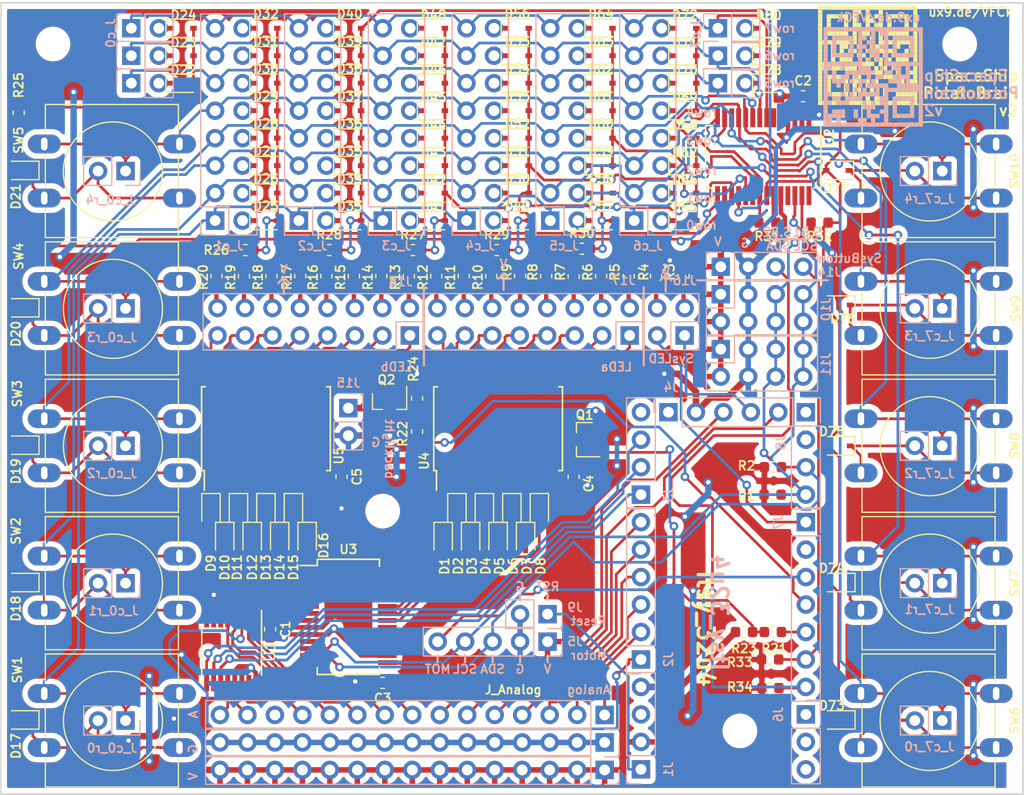
<source format=kicad_pcb>
(kicad_pcb (version 20171130) (host pcbnew "(5.1.5)-3")
  (layers (0 F.Cu signal) (31 B.Cu signal) (34 B.Paste user) (35 F.Paste user) (36 B.SilkS user hide) (37 F.SilkS user) (38 B.Mask user hide) (39 F.Mask user) (44 Edge.Cuts user))
  (net 0 "")
  (net 1 "/Input Matrix/input_c0")
  (net 2 "/Input Matrix/input_c1")
  (net 3 "Net-(D17-Pad1)")
  (net 4 "/Input Matrix/input_c2")
  (net 5 "Net-(D18-Pad1)")
  (net 6 "Net-(D19-Pad1)")
  (net 7 "Net-(D20-Pad1)")
  (net 8 "Net-(D21-Pad1)")
  (net 9 "Net-(D22-Pad1)")
  (net 10 "Net-(D23-Pad1)")
  (net 11 "Net-(D24-Pad1)")
  (net 12 "/Input Matrix/input_c3")
  (net 13 "Net-(D25-Pad1)")
  (net 14 "Net-(D26-Pad1)")
  (net 15 "Net-(D27-Pad1)")
  (net 16 "Net-(D28-Pad1)")
  (net 17 "Net-(D29-Pad1)")
  (net 18 "Net-(D30-Pad1)")
  (net 19 "Net-(D31-Pad1)")
  (net 20 "Net-(D32-Pad1)")
  (net 21 "Net-(D33-Pad1)")
  (net 22 "/Input Matrix/input_c4")
  (net 23 "Net-(D34-Pad1)")
  (net 24 "Net-(D35-Pad1)")
  (net 25 "Net-(D36-Pad1)")
  (net 26 "Net-(D37-Pad1)")
  (net 27 "Net-(D38-Pad1)")
  (net 28 "Net-(D39-Pad1)")
  (net 29 "Net-(D40-Pad1)")
  (net 30 "/Input Matrix/input_c5")
  (net 31 "Net-(D41-Pad1)")
  (net 32 "Net-(D42-Pad1)")
  (net 33 "Net-(D43-Pad1)")
  (net 34 "Net-(D44-Pad1)")
  (net 35 "Net-(D45-Pad1)")
  (net 36 "Net-(D46-Pad1)")
  (net 37 "Net-(D47-Pad1)")
  (net 38 "Net-(D48-Pad1)")
  (net 39 "/Input Matrix/input_c6")
  (net 40 "Net-(D49-Pad1)")
  (net 41 "Net-(D50-Pad1)")
  (net 42 "Net-(D51-Pad1)")
  (net 43 "Net-(D52-Pad1)")
  (net 44 "Net-(D53-Pad1)")
  (net 45 "Net-(D54-Pad1)")
  (net 46 "Net-(D55-Pad1)")
  (net 47 "Net-(D56-Pad1)")
  (net 48 "Net-(D57-Pad1)")
  (net 49 "/Input Matrix/input_c7")
  (net 50 "Net-(D58-Pad1)")
  (net 51 "Net-(D59-Pad1)")
  (net 52 "Net-(D60-Pad1)")
  (net 53 "Net-(D61-Pad1)")
  (net 54 "Net-(D62-Pad1)")
  (net 55 "Net-(D63-Pad1)")
  (net 56 "Net-(D64-Pad1)")
  (net 57 "/Input Matrix/input_r7")
  (net 58 "/Input Matrix/input_r6")
  (net 59 "/Input Matrix/input_r5")
  (net 60 "/Input Matrix/input_r4")
  (net 61 "/Input Matrix/input_r3")
  (net 62 "/Input Matrix/input_r2")
  (net 63 "/Input Matrix/input_r1")
  (net 64 "/Input Matrix/input_r0")
  (net 65 "Net-(D3-Pad2)")
  (net 66 "Net-(D4-Pad2)")
  (net 67 "Net-(D5-Pad2)")
  (net 68 GND)
  (net 69 +5V)
  (net 70 "Net-(D1-Pad2)")
  (net 71 /O.B0)
  (net 72 /O.B1)
  (net 73 "Net-(D2-Pad2)")
  (net 74 /O.B2)
  (net 75 /O.B3)
  (net 76 /O.B4)
  (net 77 /O.B5)
  (net 78 "Net-(D6-Pad2)")
  (net 79 "Net-(D7-Pad2)")
  (net 80 /O.B6)
  (net 81 /O.B7)
  (net 82 "Net-(D8-Pad2)")
  (net 83 "Net-(D9-Pad2)")
  (net 84 /O.A0)
  (net 85 "Net-(D10-Pad2)")
  (net 86 /O.A1)
  (net 87 "Net-(D11-Pad2)")
  (net 88 /O.A2)
  (net 89 /O.A3)
  (net 90 "Net-(D12-Pad2)")
  (net 91 "Net-(D13-Pad2)")
  (net 92 /O.A4)
  (net 93 /O.A5)
  (net 94 "Net-(D14-Pad2)")
  (net 95 "Net-(D15-Pad2)")
  (net 96 /O.A6)
  (net 97 /O.A7)
  (net 98 "Net-(D16-Pad2)")
  (net 99 "Net-(D65-Pad1)")
  (net 100 "Net-(D66-Pad1)")
  (net 101 "Net-(D67-Pad1)")
  (net 102 "Net-(D68-Pad1)")
  (net 103 "Net-(D69-Pad1)")
  (net 104 "Net-(D70-Pad1)")
  (net 105 "Net-(D71-Pad1)")
  (net 106 "Net-(D72-Pad1)")
  (net 107 "Net-(D73-Pad1)")
  (net 108 "Net-(D74-Pad1)")
  (net 109 "Net-(D75-Pad1)")
  (net 110 "Net-(D76-Pad1)")
  (net 111 "Net-(D77-Pad1)")
  (net 112 "Net-(D78-Pad1)")
  (net 113 "Net-(D79-Pad1)")
  (net 114 "Net-(D80-Pad1)")
  (net 115 /RST)
  (net 116 /Aref)
  (net 117 /A0)
  (net 118 /A1)
  (net 119 /A2)
  (net 120 /A3)
  (net 121 /A4)
  (net 122 /A5)
  (net 123 /3V)
  (net 124 /14)
  (net 125 /16)
  (net 126 /15)
  (net 127 /En)
  (net 128 /A8)
  (net 129 /A7)
  (net 130 /A6)
  (net 131 /9*)
  (net 132 /SCL)
  (net 133 /SDA)
  (net 134 /USB)
  (net 135 "Net-(J6-Pad2)")
  (net 136 /BAT)
  (net 137 /5*)
  (net 138 /7)
  (net 139 /10*)
  (net 140 /11*)
  (net 141 /12)
  (net 142 /13)
  (net 143 /RX)
  (net 144 /TX)
  (net 145 "Net-(J16-Pad2)")
  (net 146 "Net-(J16-Pad4)")
  (net 147 "Net-(J17-Pad16)")
  (net 148 "Net-(J17-Pad15)")
  (net 149 "Net-(J17-Pad14)")
  (net 150 "Net-(J17-Pad13)")
  (net 151 "Net-(J17-Pad12)")
  (net 152 "Net-(J17-Pad11)")
  (net 153 "Net-(J17-Pad10)")
  (net 154 "Net-(J17-Pad9)")
  (net 155 "Net-(J17-Pad8)")
  (net 156 "Net-(J17-Pad7)")
  (net 157 "Net-(J17-Pad6)")
  (net 158 "Net-(J17-Pad5)")
  (net 159 "Net-(J17-Pad4)")
  (net 160 "Net-(J17-Pad3)")
  (net 161 "Net-(J17-Pad2)")
  (net 162 "Net-(J17-Pad1)")
  (net 163 "Net-(J18-Pad1)")
  (net 164 "Net-(J18-Pad2)")
  (net 165 "Net-(J18-Pad3)")
  (net 166 "Net-(J18-Pad4)")
  (net 167 "Net-(J18-Pad5)")
  (net 168 "Net-(J18-Pad6)")
  (net 169 "Net-(J18-Pad7)")
  (net 170 "Net-(J18-Pad8)")
  (net 171 "Net-(J18-Pad9)")
  (net 172 "Net-(J18-Pad10)")
  (net 173 "Net-(J18-Pad11)")
  (net 174 "Net-(J18-Pad12)")
  (net 175 "Net-(J18-Pad13)")
  (net 176 "Net-(J18-Pad14)")
  (net 177 "Net-(J18-Pad15)")
  (net 178 "Net-(J18-Pad16)")
  (net 179 /DIM)
  (net 180 "Net-(U2-Pad11)")
  (net 181 "Net-(U2-Pad14)")
  (net 182 "Net-(U2-Pad19)")
  (net 183 "Net-(U2-Pad20)")
  (net 184 "Net-(U3-Pad20)")
  (net 185 "Net-(U3-Pad19)")
  (net 186 "Net-(U3-Pad14)")
  (net 187 "Net-(U3-Pad11)")
  (net 188 "Net-(U4-Pad10)")
  (net 189 "Net-(U5-Pad10)")
  (net 190 /uA4)
  (net 191 /uA6)
  (net 192 /uA7)
  (net 193 /uA5)
  (net 194 /uA2)
  (net 195 /uA1)
  (net 196 /uA0)
  (net 197 /uA3)
  (net 198 "Net-(J15-Pad1)")
  (net 199 "Net-(Q1-Pad1)")
  (net 200 "Net-(Q2-Pad1)")
  (module ux9.de_VFCk (layer B.Cu) (at 182.5 64 180)
    (fp_text reference QR***** hide)
    (fp_text value ux9.de/VFCk (at -0.5 5.5 180) (layer B.SilkS) (effects (font (size 0.82 0.82) (thickness 0.16)) (justify mirror)))
  )
  (module ux9.de_VFCk (layer F.Cu) (at 182 62)
    (fp_text reference QR***** hide)
    (fp_text value ux9.de/VFCk (at 9.5 -4 180) (layer F.SilkS) (effects (font (size 0.82 0.82) (thickness 0.16))))
  )
  (module Connector_PinHeader_2.54mm:PinHeader_1x04_P2.54mm_Vertical (layer B.Cu) (at 168.408616 81.546092 270)
    (fp_text reference J14 (at 0.495908 -10.026384 180) (layer B.SilkS) (effects (font (size 0.82 0.82) (thickness 0.16)) (justify mirror)))
    (fp_text value Conn_SysBut)
    (pad 1 thru_hole rect (at 0 0 270) (size 1.7 1.7) (drill 1) (layers *.Cu *.Mask) (net 69 +5V))
    (pad 2 thru_hole oval (at 0 -2.54 270) (size 1.7 1.7) (drill 1) (layers *.Cu *.Mask) (net 68 GND))
    (pad 3 thru_hole oval (at 0 -5.08 270) (size 1.7 1.7) (drill 1) (layers *.Cu *.Mask) (net 142 /13))
    (pad 4 thru_hole oval (at 0 -7.62 270) (size 1.7 1.7) (drill 1) (layers *.Cu *.Mask) (net 141 /12))
  )
  (module Connector_PinHeader_2.54mm:PinHeader_2x04_P2.54mm_Vertical (layer B.Cu) (at 168.408616 84.086092 270)
    (fp_text reference J10 (at 1.397 -9.735 270) (layer B.SilkS) (effects (font (size 0.82 0.82) (thickness 0.16)) (justify mirror)))
    (fp_text value i2cA)
    (pad 1 thru_hole rect (at 0 0 270) (size 1.7 1.7) (drill 1) (layers *.Cu *.Mask) (net 69 +5V))
    (pad 2 thru_hole oval (at 2.54 0 270) (size 1.7 1.7) (drill 1) (layers *.Cu *.Mask) (net 69 +5V))
    (pad 3 thru_hole oval (at 0 -2.54 270) (size 1.7 1.7) (drill 1) (layers *.Cu *.Mask) (net 68 GND))
    (pad 4 thru_hole oval (at 2.54 -2.54 270) (size 1.7 1.7) (drill 1) (layers *.Cu *.Mask) (net 68 GND))
    (pad 5 thru_hole oval (at 0 -5.08 270) (size 1.7 1.7) (drill 1) (layers *.Cu *.Mask) (net 133 /SDA))
    (pad 6 thru_hole oval (at 2.54 -5.08 270) (size 1.7 1.7) (drill 1) (layers *.Cu *.Mask) (net 133 /SDA))
    (pad 7 thru_hole oval (at 0 -7.62 270) (size 1.7 1.7) (drill 1) (layers *.Cu *.Mask) (net 132 /SCL))
    (pad 8 thru_hole oval (at 2.54 -7.62 270) (size 1.7 1.7) (drill 1) (layers *.Cu *.Mask) (net 132 /SCL))
  )
  (module Connector_PinHeader_2.54mm:PinHeader_2x04_P2.54mm_Vertical (layer B.Cu) (at 168.408616 89.166092 270)
    (fp_text reference J11 (at 1.397 -9.735 270) (layer B.SilkS) (effects (font (size 0.82 0.82) (thickness 0.16)) (justify mirror)))
    (fp_text value i2cB)
    (pad 8 thru_hole oval (at 2.54 -7.62 270) (size 1.7 1.7) (drill 1) (layers *.Cu *.Mask) (net 132 /SCL))
    (pad 7 thru_hole oval (at 0 -7.62 270) (size 1.7 1.7) (drill 1) (layers *.Cu *.Mask) (net 132 /SCL))
    (pad 6 thru_hole oval (at 2.54 -5.08 270) (size 1.7 1.7) (drill 1) (layers *.Cu *.Mask) (net 133 /SDA))
    (pad 5 thru_hole oval (at 0 -5.08 270) (size 1.7 1.7) (drill 1) (layers *.Cu *.Mask) (net 133 /SDA))
    (pad 4 thru_hole oval (at 2.54 -2.54 270) (size 1.7 1.7) (drill 1) (layers *.Cu *.Mask) (net 68 GND))
    (pad 3 thru_hole oval (at 0 -2.54 270) (size 1.7 1.7) (drill 1) (layers *.Cu *.Mask) (net 68 GND))
    (pad 2 thru_hole oval (at 2.54 0 270) (size 1.7 1.7) (drill 1) (layers *.Cu *.Mask) (net 69 +5V))
    (pad 1 thru_hole rect (at 0 0 270) (size 1.7 1.7) (drill 1) (layers *.Cu *.Mask) (net 69 +5V))
  )
  (module MountingHole:MountingHole_2.2mm_M2 (layer F.Cu) (at 137.16 104.14)
    (fp_text reference Mount4 hide)
    (fp_text value MountingHole_2.2mm_M2)
    (pad 1 np_thru_hole circle (at 0 0) (size 2.2 2.2) (drill 2.2) (layers *.Cu *.Mask))
  )
  (module MountingHole:MountingHole_2.2mm_M2 (layer F.Cu) (at 170.18 124.46)
    (fp_text reference Mount3 hide)
    (fp_text value MountingHole_2.2mm_M2)
    (pad 1 np_thru_hole circle (at 0 0) (size 2.2 2.2) (drill 2.2) (layers *.Cu *.Mask))
  )
  (module MountingHole:MountingHole_2.2mm_M2 (layer F.Cu) (at 106.68 60.96)
    (fp_text reference Mount1 hide)
    (fp_text value MountingHole_2.2mm_M2)
    (pad 1 np_thru_hole circle (at 0 0) (size 2.2 2.2) (drill 2.2) (layers *.Cu *.Mask))
  )
  (module Resistor_SMD:R_0603_1608Metric (layer F.Cu) (at 124.46 80.01)
    (fp_text reference R26 (at -2.667 0) (layer F.SilkS) (effects (font (size 0.82 0.82) (thickness 0.16))))
    (fp_text value R4.7k)
    (pad 1 smd roundrect (at -0.7875 0) (size 0.875 0.95) (layers F.Cu F.Paste F.Mask) (net 69 +5V))
    (pad 2 smd roundrect (at 0.7875 0) (size 0.875 0.95) (layers F.Cu F.Paste F.Mask) (net 2 "/Input Matrix/input_c1"))
  )
  (module Capacitor_SMD:C_0603_1608Metric (layer F.Cu) (at 126.746 115.062 270)
    (fp_text reference C1 (at 0 -1.43 270) (layer F.SilkS) (effects (font (size 0.82 0.82) (thickness 0.16))))
    (fp_text value C)
    (pad 2 smd roundrect (at 0.7875 0 270) (size 0.875 0.95) (layers F.Cu F.Paste F.Mask) (net 68 GND))
    (pad 1 smd roundrect (at -0.7875 0 270) (size 0.875 0.95) (layers F.Cu F.Paste F.Mask) (net 69 +5V))
  )
  (module Capacitor_SMD:C_0603_1608Metric (layer F.Cu) (at 176.022 65.786)
    (fp_text reference C2 (at 0 -1.43) (layer F.SilkS) (effects (font (size 0.82 0.82) (thickness 0.16))))
    (fp_text value C)
    (pad 1 smd roundrect (at -0.7875 0) (size 0.875 0.95) (layers F.Cu F.Paste F.Mask) (net 69 +5V))
    (pad 2 smd roundrect (at 0.7875 0) (size 0.875 0.95) (layers F.Cu F.Paste F.Mask) (net 68 GND))
  )
  (module Capacitor_SMD:C_0603_1608Metric (layer F.Cu) (at 137.16 120.015 180)
    (fp_text reference C3 (at 0 -1.43 180) (layer F.SilkS) (effects (font (size 0.82 0.82) (thickness 0.16))))
    (fp_text value C)
    (pad 2 smd roundrect (at 0.7875 0 180) (size 0.875 0.95) (layers F.Cu F.Paste F.Mask) (net 68 GND))
    (pad 1 smd roundrect (at -0.7875 0 180) (size 0.875 0.95) (layers F.Cu F.Paste F.Mask) (net 69 +5V))
  )
  (module Capacitor_SMD:C_0603_1608Metric (layer F.Cu) (at 154.813 100.965 270)
    (fp_text reference C4 (at 0.635 -1.397 270) (layer F.SilkS) (effects (font (size 0.82 0.82) (thickness 0.16))))
    (fp_text value C)
    (pad 1 smd roundrect (at -0.7875 0 270) (size 0.875 0.95) (layers F.Cu F.Paste F.Mask) (net 69 +5V))
    (pad 2 smd roundrect (at 0.7875 0 270) (size 0.875 0.95) (layers F.Cu F.Paste F.Mask) (net 68 GND))
  )
  (module Capacitor_SMD:C_0603_1608Metric (layer F.Cu) (at 133.35 100.965 270)
    (fp_text reference C5 (at 0 -1.43 270) (layer F.SilkS) (effects (font (size 0.82 0.82) (thickness 0.16))))
    (fp_text value C)
    (pad 1 smd roundrect (at -0.7875 0 270) (size 0.875 0.95) (layers F.Cu F.Paste F.Mask) (net 69 +5V))
    (pad 2 smd roundrect (at 0.7875 0 270) (size 0.875 0.95) (layers F.Cu F.Paste F.Mask) (net 68 GND))
  )
  (module Diode_SMD:D_SOD-323 (layer F.Cu) (at 142.748 106.68 270)
    (fp_text reference D1 (at 2.54 -0.127 270) (layer F.SilkS) (effects (font (size 0.82 0.82) (thickness 0.16))))
    (fp_text value D)
    (pad 2 smd rect (at 1.05 0 270) (size 0.6 0.45) (layers F.Cu F.Paste F.Mask) (net 70 "Net-(D1-Pad2)"))
    (pad 1 smd rect (at -1.05 0 270) (size 0.6 0.45) (layers F.Cu F.Paste F.Mask) (net 71 /O.B0))
  )
  (module Diode_SMD:D_SOD-323 (layer F.Cu) (at 144.018 104.013 270)
    (fp_text reference D2 (at 5.207 -0.127 270) (layer F.SilkS) (effects (font (size 0.82 0.82) (thickness 0.16))))
    (fp_text value D)
    (pad 1 smd rect (at -1.05 0 270) (size 0.6 0.45) (layers F.Cu F.Paste F.Mask) (net 72 /O.B1))
    (pad 2 smd rect (at 1.05 0 270) (size 0.6 0.45) (layers F.Cu F.Paste F.Mask) (net 73 "Net-(D2-Pad2)"))
  )
  (module Diode_SMD:D_SOD-323 (layer F.Cu) (at 145.288 106.68 270)
    (fp_text reference D3 (at 2.54 -0.127 270) (layer F.SilkS) (effects (font (size 0.82 0.82) (thickness 0.16))))
    (fp_text value D)
    (pad 2 smd rect (at 1.05 0 270) (size 0.6 0.45) (layers F.Cu F.Paste F.Mask) (net 65 "Net-(D3-Pad2)"))
    (pad 1 smd rect (at -1.05 0 270) (size 0.6 0.45) (layers F.Cu F.Paste F.Mask) (net 74 /O.B2))
  )
  (module Diode_SMD:D_SOD-323 (layer F.Cu) (at 146.558 104.013 270)
    (fp_text reference D4 (at 5.207 -0.127 270) (layer F.SilkS) (effects (font (size 0.82 0.82) (thickness 0.16))))
    (fp_text value D)
    (pad 1 smd rect (at -1.05 0 270) (size 0.6 0.45) (layers F.Cu F.Paste F.Mask) (net 75 /O.B3))
    (pad 2 smd rect (at 1.05 0 270) (size 0.6 0.45) (layers F.Cu F.Paste F.Mask) (net 66 "Net-(D4-Pad2)"))
  )
  (module Diode_SMD:D_SOD-323 (layer F.Cu) (at 147.828 106.68 270)
    (fp_text reference D5 (at 2.54 -0.127 270) (layer F.SilkS) (effects (font (size 0.82 0.82) (thickness 0.16))))
    (fp_text value D)
    (pad 2 smd rect (at 1.05 0 270) (size 0.6 0.45) (layers F.Cu F.Paste F.Mask) (net 67 "Net-(D5-Pad2)"))
    (pad 1 smd rect (at -1.05 0 270) (size 0.6 0.45) (layers F.Cu F.Paste F.Mask) (net 76 /O.B4))
  )
  (module Diode_SMD:D_SOD-323 (layer F.Cu) (at 149.098 104.013 270)
    (fp_text reference D6 (at 5.207 -0.127 270) (layer F.SilkS) (effects (font (size 0.82 0.82) (thickness 0.16))))
    (fp_text value D)
    (pad 1 smd rect (at -1.05 0 270) (size 0.6 0.45) (layers F.Cu F.Paste F.Mask) (net 77 /O.B5))
    (pad 2 smd rect (at 1.05 0 270) (size 0.6 0.45) (layers F.Cu F.Paste F.Mask) (net 78 "Net-(D6-Pad2)"))
  )
  (module Diode_SMD:D_SOD-323 (layer F.Cu) (at 150.368 106.68 270)
    (fp_text reference D7 (at 2.54 -0.127 270) (layer F.SilkS) (effects (font (size 0.82 0.82) (thickness 0.16))))
    (fp_text value D)
    (pad 2 smd rect (at 1.05 0 270) (size 0.6 0.45) (layers F.Cu F.Paste F.Mask) (net 79 "Net-(D7-Pad2)"))
    (pad 1 smd rect (at -1.05 0 270) (size 0.6 0.45) (layers F.Cu F.Paste F.Mask) (net 80 /O.B6))
  )
  (module Diode_SMD:D_SOD-323 (layer F.Cu) (at 151.638 104.013 270)
    (fp_text reference D8 (at 5.207 -0.127 270) (layer F.SilkS) (effects (font (size 0.82 0.82) (thickness 0.16))))
    (fp_text value D)
    (pad 1 smd rect (at -1.05 0 270) (size 0.6 0.45) (layers F.Cu F.Paste F.Mask) (net 81 /O.B7))
    (pad 2 smd rect (at 1.05 0 270) (size 0.6 0.45) (layers F.Cu F.Paste F.Mask) (net 82 "Net-(D8-Pad2)"))
  )
  (module Diode_SMD:D_SOD-323 (layer F.Cu) (at 121.285 104.013 270)
    (fp_text reference D9 (at 4.953 0 270) (layer F.SilkS) (effects (font (size 0.82 0.82) (thickness 0.16))))
    (fp_text value D)
    (pad 2 smd rect (at 1.05 0 270) (size 0.6 0.45) (layers F.Cu F.Paste F.Mask) (net 83 "Net-(D9-Pad2)"))
    (pad 1 smd rect (at -1.05 0 270) (size 0.6 0.45) (layers F.Cu F.Paste F.Mask) (net 84 /O.A0))
  )
  (module Diode_SMD:D_SOD-323 (layer F.Cu) (at 122.555 106.68 270)
    (fp_text reference D10 (at 2.667 0 270) (layer F.SilkS) (effects (font (size 0.82 0.82) (thickness 0.16))))
    (fp_text value D)
    (pad 2 smd rect (at 1.05 0 270) (size 0.6 0.45) (layers F.Cu F.Paste F.Mask) (net 85 "Net-(D10-Pad2)"))
    (pad 1 smd rect (at -1.05 0 270) (size 0.6 0.45) (layers F.Cu F.Paste F.Mask) (net 86 /O.A1))
  )
  (module Diode_SMD:D_SOD-323 (layer F.Cu) (at 123.825 104.013 270)
    (fp_text reference D11 (at 5.334 0.127 270) (layer F.SilkS) (effects (font (size 0.82 0.82) (thickness 0.16))))
    (fp_text value D)
    (pad 2 smd rect (at 1.05 0 270) (size 0.6 0.45) (layers F.Cu F.Paste F.Mask) (net 87 "Net-(D11-Pad2)"))
    (pad 1 smd rect (at -1.05 0 270) (size 0.6 0.45) (layers F.Cu F.Paste F.Mask) (net 88 /O.A2))
  )
  (module Diode_SMD:D_SOD-323 (layer F.Cu) (at 125.095 106.68 270)
    (fp_text reference D12 (at 2.667 0 270) (layer F.SilkS) (effects (font (size 0.82 0.82) (thickness 0.16))))
    (fp_text value D)
    (pad 1 smd rect (at -1.05 0 270) (size 0.6 0.45) (layers F.Cu F.Paste F.Mask) (net 89 /O.A3))
    (pad 2 smd rect (at 1.05 0 270) (size 0.6 0.45) (layers F.Cu F.Paste F.Mask) (net 90 "Net-(D12-Pad2)"))
  )
  (module Diode_SMD:D_SOD-323 (layer F.Cu) (at 126.365 104.013 270)
    (fp_text reference D13 (at 5.334 0 270) (layer F.SilkS) (effects (font (size 0.82 0.82) (thickness 0.16))))
    (fp_text value D)
    (pad 2 smd rect (at 1.05 0 270) (size 0.6 0.45) (layers F.Cu F.Paste F.Mask) (net 91 "Net-(D13-Pad2)"))
    (pad 1 smd rect (at -1.05 0 270) (size 0.6 0.45) (layers F.Cu F.Paste F.Mask) (net 92 /O.A4))
  )
  (module Diode_SMD:D_SOD-323 (layer F.Cu) (at 127.635 106.68 270)
    (fp_text reference D14 (at 2.667 0 270) (layer F.SilkS) (effects (font (size 0.82 0.82) (thickness 0.16))))
    (fp_text value D)
    (pad 1 smd rect (at -1.05 0 270) (size 0.6 0.45) (layers F.Cu F.Paste F.Mask) (net 93 /O.A5))
    (pad 2 smd rect (at 1.05 0 270) (size 0.6 0.45) (layers F.Cu F.Paste F.Mask) (net 94 "Net-(D14-Pad2)"))
  )
  (module Diode_SMD:D_SOD-323 (layer F.Cu) (at 128.905 104.013 270)
    (fp_text reference D15 (at 5.334 0 270) (layer F.SilkS) (effects (font (size 0.82 0.82) (thickness 0.16))))
    (fp_text value D)
    (pad 2 smd rect (at 1.05 0 270) (size 0.6 0.45) (layers F.Cu F.Paste F.Mask) (net 95 "Net-(D15-Pad2)"))
    (pad 1 smd rect (at -1.05 0 270) (size 0.6 0.45) (layers F.Cu F.Paste F.Mask) (net 96 /O.A6))
  )
  (module Diode_SMD:D_SOD-323 (layer F.Cu) (at 130.175 106.68 270)
    (fp_text reference D16 (at 0.635 -1.524 270) (layer F.SilkS) (effects (font (size 0.82 0.82) (thickness 0.16))))
    (fp_text value D)
    (pad 1 smd rect (at -1.05 0 270) (size 0.6 0.45) (layers F.Cu F.Paste F.Mask) (net 97 /O.A7))
    (pad 2 smd rect (at 1.05 0 270) (size 0.6 0.45) (layers F.Cu F.Paste F.Mask) (net 98 "Net-(D16-Pad2)"))
  )
  (module Diode_SMD:D_SOD-323 (layer F.Cu) (at 103.886 123.444 180)
    (fp_text reference D17 (at 0.635 -2.413 270) (layer F.SilkS) (effects (font (size 0.82 0.82) (thickness 0.16))))
    (fp_text value 1N4148)
    (pad 2 smd rect (at 1.05 0 180) (size 0.6 0.45) (layers F.Cu F.Paste F.Mask) (net 1 "/Input Matrix/input_c0"))
    (pad 1 smd rect (at -1.05 0 180) (size 0.6 0.45) (layers F.Cu F.Paste F.Mask) (net 3 "Net-(D17-Pad1)"))
  )
  (module Diode_SMD:D_SOD-323 (layer F.Cu) (at 103.886 110.744 180)
    (fp_text reference D18 (at 0.635 -2.413 270) (layer F.SilkS) (effects (font (size 0.82 0.82) (thickness 0.16))))
    (fp_text value 1N4148)
    (pad 2 smd rect (at 1.05 0 180) (size 0.6 0.45) (layers F.Cu F.Paste F.Mask) (net 1 "/Input Matrix/input_c0"))
    (pad 1 smd rect (at -1.05 0 180) (size 0.6 0.45) (layers F.Cu F.Paste F.Mask) (net 5 "Net-(D18-Pad1)"))
  )
  (module Diode_SMD:D_SOD-323 (layer F.Cu) (at 103.886 98.044 180)
    (fp_text reference D19 (at 0.635 -2.413 270) (layer F.SilkS) (effects (font (size 0.82 0.82) (thickness 0.16))))
    (fp_text value 1N4148)
    (pad 1 smd rect (at -1.05 0 180) (size 0.6 0.45) (layers F.Cu F.Paste F.Mask) (net 6 "Net-(D19-Pad1)"))
    (pad 2 smd rect (at 1.05 0 180) (size 0.6 0.45) (layers F.Cu F.Paste F.Mask) (net 1 "/Input Matrix/input_c0"))
  )
  (module Diode_SMD:D_SOD-323 (layer F.Cu) (at 103.886 85.344 180)
    (fp_text reference D20 (at 0.635 -2.413 270) (layer F.SilkS) (effects (font (size 0.82 0.82) (thickness 0.16))))
    (fp_text value 1N4148)
    (pad 1 smd rect (at -1.05 0 180) (size 0.6 0.45) (layers F.Cu F.Paste F.Mask) (net 7 "Net-(D20-Pad1)"))
    (pad 2 smd rect (at 1.05 0 180) (size 0.6 0.45) (layers F.Cu F.Paste F.Mask) (net 1 "/Input Matrix/input_c0"))
  )
  (module Diode_SMD:D_SOD-323 (layer F.Cu) (at 103.886 72.644 180)
    (fp_text reference D21 (at 0.635 -2.413 270) (layer F.SilkS) (effects (font (size 0.82 0.82) (thickness 0.16))))
    (fp_text value 1N4148)
    (pad 1 smd rect (at -1.05 0 180) (size 0.6 0.45) (layers F.Cu F.Paste F.Mask) (net 8 "Net-(D21-Pad1)"))
    (pad 2 smd rect (at 1.05 0 180) (size 0.6 0.45) (layers F.Cu F.Paste F.Mask) (net 1 "/Input Matrix/input_c0"))
  )
  (module Diode_SMD:D_SOD-323 (layer F.Cu) (at 118.618 64.5795)
    (fp_text reference D22 (at 0.127 -1.215) (layer F.SilkS) (effects (font (size 0.82 0.82) (thickness 0.16))))
    (fp_text value 1N4148)
    (pad 2 smd rect (at 1.05 0) (size 0.6 0.45) (layers F.Cu F.Paste F.Mask) (net 1 "/Input Matrix/input_c0"))
    (pad 1 smd rect (at -1.05 0) (size 0.6 0.45) (layers F.Cu F.Paste F.Mask) (net 9 "Net-(D22-Pad1)"))
  )
  (module Diode_SMD:D_SOD-323 (layer F.Cu) (at 118.618 62.0395)
    (fp_text reference D23 (at 0.127 -1.215) (layer F.SilkS) (effects (font (size 0.82 0.82) (thickness 0.16))))
    (fp_text value 1N4148)
    (pad 2 smd rect (at 1.05 0) (size 0.6 0.45) (layers F.Cu F.Paste F.Mask) (net 1 "/Input Matrix/input_c0"))
    (pad 1 smd rect (at -1.05 0) (size 0.6 0.45) (layers F.Cu F.Paste F.Mask) (net 10 "Net-(D23-Pad1)"))
  )
  (module Diode_SMD:D_SOD-323 (layer F.Cu) (at 118.618 59.4995)
    (fp_text reference D24 (at 0.127 -1.215) (layer F.SilkS) (effects (font (size 0.82 0.82) (thickness 0.16))))
    (fp_text value 1N4148)
    (pad 1 smd rect (at -1.05 0) (size 0.6 0.45) (layers F.Cu F.Paste F.Mask) (net 11 "Net-(D24-Pad1)"))
    (pad 2 smd rect (at 1.05 0) (size 0.6 0.45) (layers F.Cu F.Paste F.Mask) (net 1 "/Input Matrix/input_c0"))
  )
  (module Diode_SMD:D_SOD-323 (layer F.Cu) (at 126.365 77.2795)
    (fp_text reference D25 (at 0 -1.342) (layer F.SilkS) (effects (font (size 0.82 0.82) (thickness 0.16))))
    (fp_text value 1N4148)
    (pad 2 smd rect (at 1.05 0) (size 0.6 0.45) (layers F.Cu F.Paste F.Mask) (net 2 "/Input Matrix/input_c1"))
    (pad 1 smd rect (at -1.05 0) (size 0.6 0.45) (layers F.Cu F.Paste F.Mask) (net 13 "Net-(D25-Pad1)"))
  )
  (module Diode_SMD:D_SOD-323 (layer F.Cu) (at 126.365 74.7395)
    (fp_text reference D26 (at 0 -1.342) (layer F.SilkS) (effects (font (size 0.82 0.82) (thickness 0.16))))
    (fp_text value 1N4148)
    (pad 2 smd rect (at 1.05 0) (size 0.6 0.45) (layers F.Cu F.Paste F.Mask) (net 2 "/Input Matrix/input_c1"))
    (pad 1 smd rect (at -1.05 0) (size 0.6 0.45) (layers F.Cu F.Paste F.Mask) (net 14 "Net-(D26-Pad1)"))
  )
  (module Diode_SMD:D_SOD-323 (layer F.Cu) (at 126.365 72.1995)
    (fp_text reference D27 (at 0 -1.342) (layer F.SilkS) (effects (font (size 0.82 0.82) (thickness 0.16))))
    (fp_text value 1N4148)
    (pad 2 smd rect (at 1.05 0) (size 0.6 0.45) (layers F.Cu F.Paste F.Mask) (net 2 "/Input Matrix/input_c1"))
    (pad 1 smd rect (at -1.05 0) (size 0.6 0.45) (layers F.Cu F.Paste F.Mask) (net 15 "Net-(D27-Pad1)"))
  )
  (module Diode_SMD:D_SOD-323 (layer F.Cu) (at 126.365 69.6595)
    (fp_text reference D28 (at 0 -1.342) (layer F.SilkS) (effects (font (size 0.82 0.82) (thickness 0.16))))
    (fp_text value 1N4148)
    (pad 1 smd rect (at -1.05 0) (size 0.6 0.45) (layers F.Cu F.Paste F.Mask) (net 16 "Net-(D28-Pad1)"))
    (pad 2 smd rect (at 1.05 0) (size 0.6 0.45) (layers F.Cu F.Paste F.Mask) (net 2 "/Input Matrix/input_c1"))
  )
  (module Diode_SMD:D_SOD-323 (layer F.Cu) (at 126.365 67.1195)
    (fp_text reference D29 (at 0 -1.342) (layer F.SilkS) (effects (font (size 0.82 0.82) (thickness 0.16))))
    (fp_text value 1N4148)
    (pad 1 smd rect (at -1.05 0) (size 0.6 0.45) (layers F.Cu F.Paste F.Mask) (net 17 "Net-(D29-Pad1)"))
    (pad 2 smd rect (at 1.05 0) (size 0.6 0.45) (layers F.Cu F.Paste F.Mask) (net 2 "/Input Matrix/input_c1"))
  )
  (module Diode_SMD:D_SOD-323 (layer F.Cu) (at 126.365 64.5795)
    (fp_text reference D30 (at 0 -1.342) (layer F.SilkS) (effects (font (size 0.82 0.82) (thickness 0.16))))
    (fp_text value 1N4148)
    (pad 1 smd rect (at -1.05 0) (size 0.6 0.45) (layers F.Cu F.Paste F.Mask) (net 18 "Net-(D30-Pad1)"))
    (pad 2 smd rect (at 1.05 0) (size 0.6 0.45) (layers F.Cu F.Paste F.Mask) (net 2 "/Input Matrix/input_c1"))
  )
  (module Diode_SMD:D_SOD-323 (layer F.Cu) (at 126.365 62.0395)
    (fp_text reference D31 (at 0 -1.342) (layer F.SilkS) (effects (font (size 0.82 0.82) (thickness 0.16))))
    (fp_text value 1N4148)
    (pad 2 smd rect (at 1.05 0) (size 0.6 0.45) (layers F.Cu F.Paste F.Mask) (net 2 "/Input Matrix/input_c1"))
    (pad 1 smd rect (at -1.05 0) (size 0.6 0.45) (layers F.Cu F.Paste F.Mask) (net 19 "Net-(D31-Pad1)"))
  )
  (module Diode_SMD:D_SOD-323 (layer F.Cu) (at 126.365 59.4995)
    (fp_text reference D32 (at 0 -1.342) (layer F.SilkS) (effects (font (size 0.82 0.82) (thickness 0.16))))
    (fp_text value 1N4148)
    (pad 2 smd rect (at 1.05 0) (size 0.6 0.45) (layers F.Cu F.Paste F.Mask) (net 2 "/Input Matrix/input_c1"))
    (pad 1 smd rect (at -1.05 0) (size 0.6 0.45) (layers F.Cu F.Paste F.Mask) (net 20 "Net-(D32-Pad1)"))
  )
  (module Diode_SMD:D_SOD-323 (layer F.Cu) (at 134.112 77.2795)
    (fp_text reference D33 (at 0 -1.342) (layer F.SilkS) (effects (font (size 0.82 0.82) (thickness 0.16))))
    (fp_text value 1N4148)
    (pad 2 smd rect (at 1.05 0) (size 0.6 0.45) (layers F.Cu F.Paste F.Mask) (net 4 "/Input Matrix/input_c2"))
    (pad 1 smd rect (at -1.05 0) (size 0.6 0.45) (layers F.Cu F.Paste F.Mask) (net 21 "Net-(D33-Pad1)"))
  )
  (module Diode_SMD:D_SOD-323 (layer F.Cu) (at 134.112 74.7395)
    (fp_text reference D34 (at 0 -1.342) (layer F.SilkS) (effects (font (size 0.82 0.82) (thickness 0.16))))
    (fp_text value 1N4148)
    (pad 1 smd rect (at -1.05 0) (size 0.6 0.45) (layers F.Cu F.Paste F.Mask) (net 23 "Net-(D34-Pad1)"))
    (pad 2 smd rect (at 1.05 0) (size 0.6 0.45) (layers F.Cu F.Paste F.Mask) (net 4 "/Input Matrix/input_c2"))
  )
  (module Diode_SMD:D_SOD-323 (layer F.Cu) (at 134.112 72.1995)
    (fp_text reference D35 (at 0 -1.342) (layer F.SilkS) (effects (font (size 0.82 0.82) (thickness 0.16))))
    (fp_text value 1N4148)
    (pad 1 smd rect (at -1.05 0) (size 0.6 0.45) (layers F.Cu F.Paste F.Mask) (net 24 "Net-(D35-Pad1)"))
    (pad 2 smd rect (at 1.05 0) (size 0.6 0.45) (layers F.Cu F.Paste F.Mask) (net 4 "/Input Matrix/input_c2"))
  )
  (module Diode_SMD:D_SOD-323 (layer F.Cu) (at 134.112 69.6595)
    (fp_text reference D36 (at 0 -1.342) (layer F.SilkS) (effects (font (size 0.82 0.82) (thickness 0.16))))
    (fp_text value 1N4148)
    (pad 2 smd rect (at 1.05 0) (size 0.6 0.45) (layers F.Cu F.Paste F.Mask) (net 4 "/Input Matrix/input_c2"))
    (pad 1 smd rect (at -1.05 0) (size 0.6 0.45) (layers F.Cu F.Paste F.Mask) (net 25 "Net-(D36-Pad1)"))
  )
  (module Diode_SMD:D_SOD-323 (layer F.Cu) (at 134.112 67.1195)
    (fp_text reference D37 (at 0 -1.342) (layer F.SilkS) (effects (font (size 0.82 0.82) (thickness 0.16))))
    (fp_text value 1N4148)
    (pad 2 smd rect (at 1.05 0) (size 0.6 0.45) (layers F.Cu F.Paste F.Mask) (net 4 "/Input Matrix/input_c2"))
    (pad 1 smd rect (at -1.05 0) (size 0.6 0.45) (layers F.Cu F.Paste F.Mask) (net 26 "Net-(D37-Pad1)"))
  )
  (module Diode_SMD:D_SOD-323 (layer F.Cu) (at 134.112 64.5795)
    (fp_text reference D38 (at 0 -1.342) (layer F.SilkS) (effects (font (size 0.82 0.82) (thickness 0.16))))
    (fp_text value 1N4148)
    (pad 2 smd rect (at 1.05 0) (size 0.6 0.45) (layers F.Cu F.Paste F.Mask) (net 4 "/Input Matrix/input_c2"))
    (pad 1 smd rect (at -1.05 0) (size 0.6 0.45) (layers F.Cu F.Paste F.Mask) (net 27 "Net-(D38-Pad1)"))
  )
  (module Diode_SMD:D_SOD-323 (layer F.Cu) (at 134.112 62.0395)
    (fp_text reference D39 (at 0 -1.342) (layer F.SilkS) (effects (font (size 0.82 0.82) (thickness 0.16))))
    (fp_text value 1N4148)
    (pad 1 smd rect (at -1.05 0) (size 0.6 0.45) (layers F.Cu F.Paste F.Mask) (net 28 "Net-(D39-Pad1)"))
    (pad 2 smd rect (at 1.05 0) (size 0.6 0.45) (layers F.Cu F.Paste F.Mask) (net 4 "/Input Matrix/input_c2"))
  )
  (module Diode_SMD:D_SOD-323 (layer F.Cu) (at 134.112 59.4995)
    (fp_text reference D40 (at 0 -1.342) (layer F.SilkS) (effects (font (size 0.82 0.82) (thickness 0.16))))
    (fp_text value 1N4148)
    (pad 1 smd rect (at -1.05 0) (size 0.6 0.45) (layers F.Cu F.Paste F.Mask) (net 29 "Net-(D40-Pad1)"))
    (pad 2 smd rect (at 1.05 0) (size 0.6 0.45) (layers F.Cu F.Paste F.Mask) (net 4 "/Input Matrix/input_c2"))
  )
  (module Diode_SMD:D_SOD-323 (layer F.Cu) (at 141.859 77.2795)
    (fp_text reference D41 (at 0 -1.215) (layer F.SilkS) (effects (font (size 0.82 0.82) (thickness 0.16))))
    (fp_text value 1N4148)
    (pad 1 smd rect (at -1.05 0) (size 0.6 0.45) (layers F.Cu F.Paste F.Mask) (net 31 "Net-(D41-Pad1)"))
    (pad 2 smd rect (at 1.05 0) (size 0.6 0.45) (layers F.Cu F.Paste F.Mask) (net 12 "/Input Matrix/input_c3"))
  )
  (module Diode_SMD:D_SOD-323 (layer F.Cu) (at 141.859 74.7395)
    (fp_text reference D42 (at 0 -1.215) (layer F.SilkS) (effects (font (size 0.82 0.82) (thickness 0.16))))
    (fp_text value 1N4148)
    (pad 2 smd rect (at 1.05 0) (size 0.6 0.45) (layers F.Cu F.Paste F.Mask) (net 12 "/Input Matrix/input_c3"))
    (pad 1 smd rect (at -1.05 0) (size 0.6 0.45) (layers F.Cu F.Paste F.Mask) (net 32 "Net-(D42-Pad1)"))
  )
  (module Diode_SMD:D_SOD-323 (layer F.Cu) (at 141.859 72.1995)
    (fp_text reference D43 (at 0 -1.215) (layer F.SilkS) (effects (font (size 0.82 0.82) (thickness 0.16))))
    (fp_text value 1N4148)
    (pad 1 smd rect (at -1.05 0) (size 0.6 0.45) (layers F.Cu F.Paste F.Mask) (net 33 "Net-(D43-Pad1)"))
    (pad 2 smd rect (at 1.05 0) (size 0.6 0.45) (layers F.Cu F.Paste F.Mask) (net 12 "/Input Matrix/input_c3"))
  )
  (module Diode_SMD:D_SOD-323 (layer F.Cu) (at 141.859 69.6595)
    (fp_text reference D44 (at 0 -1.215) (layer F.SilkS) (effects (font (size 0.82 0.82) (thickness 0.16))))
    (fp_text value 1N4148)
    (pad 1 smd rect (at -1.05 0) (size 0.6 0.45) (layers F.Cu F.Paste F.Mask) (net 34 "Net-(D44-Pad1)"))
    (pad 2 smd rect (at 1.05 0) (size 0.6 0.45) (layers F.Cu F.Paste F.Mask) (net 12 "/Input Matrix/input_c3"))
  )
  (module Diode_SMD:D_SOD-323 (layer F.Cu) (at 141.859 67.1195)
    (fp_text reference D45 (at 0 -1.215) (layer F.SilkS) (effects (font (size 0.82 0.82) (thickness 0.16))))
    (fp_text value 1N4148)
    (pad 1 smd rect (at -1.05 0) (size 0.6 0.45) (layers F.Cu F.Paste F.Mask) (net 35 "Net-(D45-Pad1)"))
    (pad 2 smd rect (at 1.05 0) (size 0.6 0.45) (layers F.Cu F.Paste F.Mask) (net 12 "/Input Matrix/input_c3"))
  )
  (module Diode_SMD:D_SOD-323 (layer F.Cu) (at 141.859 64.5795)
    (fp_text reference D46 (at 0 -1.215) (layer F.SilkS) (effects (font (size 0.82 0.82) (thickness 0.16))))
    (fp_text value 1N4148)
    (pad 2 smd rect (at 1.05 0) (size 0.6 0.45) (layers F.Cu F.Paste F.Mask) (net 12 "/Input Matrix/input_c3"))
    (pad 1 smd rect (at -1.05 0) (size 0.6 0.45) (layers F.Cu F.Paste F.Mask) (net 36 "Net-(D46-Pad1)"))
  )
  (module Diode_SMD:D_SOD-323 (layer F.Cu) (at 141.859 62.0395)
    (fp_text reference D47 (at 0 -1.215) (layer F.SilkS) (effects (font (size 0.82 0.82) (thickness 0.16))))
    (fp_text value 1N4148)
    (pad 2 smd rect (at 1.05 0) (size 0.6 0.45) (layers F.Cu F.Paste F.Mask) (net 12 "/Input Matrix/input_c3"))
    (pad 1 smd rect (at -1.05 0) (size 0.6 0.45) (layers F.Cu F.Paste F.Mask) (net 37 "Net-(D47-Pad1)"))
  )
  (module Diode_SMD:D_SOD-323 (layer F.Cu) (at 141.859 59.4995)
    (fp_text reference D48 (at 0 -1.215) (layer F.SilkS) (effects (font (size 0.82 0.82) (thickness 0.16))))
    (fp_text value 1N4148)
    (pad 2 smd rect (at 1.05 0) (size 0.6 0.45) (layers F.Cu F.Paste F.Mask) (net 12 "/Input Matrix/input_c3"))
    (pad 1 smd rect (at -1.05 0) (size 0.6 0.45) (layers F.Cu F.Paste F.Mask) (net 38 "Net-(D48-Pad1)"))
  )
  (module Diode_SMD:D_SOD-323 (layer F.Cu) (at 149.606 77.2795)
    (fp_text reference D49 (at 0 -1.342) (layer F.SilkS) (effects (font (size 0.82 0.82) (thickness 0.16))))
    (fp_text value 1N4148)
    (pad 2 smd rect (at 1.05 0) (size 0.6 0.45) (layers F.Cu F.Paste F.Mask) (net 22 "/Input Matrix/input_c4"))
    (pad 1 smd rect (at -1.05 0) (size 0.6 0.45) (layers F.Cu F.Paste F.Mask) (net 40 "Net-(D49-Pad1)"))
  )
  (module Diode_SMD:D_SOD-323 (layer F.Cu) (at 149.606 74.7395)
    (fp_text reference D50 (at 0 -1.342) (layer F.SilkS) (effects (font (size 0.82 0.82) (thickness 0.16))))
    (fp_text value 1N4148)
    (pad 1 smd rect (at -1.05 0) (size 0.6 0.45) (layers F.Cu F.Paste F.Mask) (net 41 "Net-(D50-Pad1)"))
    (pad 2 smd rect (at 1.05 0) (size 0.6 0.45) (layers F.Cu F.Paste F.Mask) (net 22 "/Input Matrix/input_c4"))
  )
  (module Diode_SMD:D_SOD-323 (layer F.Cu) (at 149.606 72.1995)
    (fp_text reference D51 (at 0 -1.342) (layer F.SilkS) (effects (font (size 0.82 0.82) (thickness 0.16))))
    (fp_text value 1N4148)
    (pad 1 smd rect (at -1.05 0) (size 0.6 0.45) (layers F.Cu F.Paste F.Mask) (net 42 "Net-(D51-Pad1)"))
    (pad 2 smd rect (at 1.05 0) (size 0.6 0.45) (layers F.Cu F.Paste F.Mask) (net 22 "/Input Matrix/input_c4"))
  )
  (module Diode_SMD:D_SOD-323 (layer F.Cu) (at 149.606 69.6595)
    (fp_text reference D52 (at 0 -1.342) (layer F.SilkS) (effects (font (size 0.82 0.82) (thickness 0.16))))
    (fp_text value 1N4148)
    (pad 2 smd rect (at 1.05 0) (size 0.6 0.45) (layers F.Cu F.Paste F.Mask) (net 22 "/Input Matrix/input_c4"))
    (pad 1 smd rect (at -1.05 0) (size 0.6 0.45) (layers F.Cu F.Paste F.Mask) (net 43 "Net-(D52-Pad1)"))
  )
  (module Diode_SMD:D_SOD-323 (layer F.Cu) (at 149.606 67.1195)
    (fp_text reference D53 (at 0 -1.342) (layer F.SilkS) (effects (font (size 0.82 0.82) (thickness 0.16))))
    (fp_text value 1N4148)
    (pad 2 smd rect (at 1.05 0) (size 0.6 0.45) (layers F.Cu F.Paste F.Mask) (net 22 "/Input Matrix/input_c4"))
    (pad 1 smd rect (at -1.05 0) (size 0.6 0.45) (layers F.Cu F.Paste F.Mask) (net 44 "Net-(D53-Pad1)"))
  )
  (module Diode_SMD:D_SOD-323 (layer F.Cu) (at 149.606 64.5795)
    (fp_text reference D54 (at 0 -1.342) (layer F.SilkS) (effects (font (size 0.82 0.82) (thickness 0.16))))
    (fp_text value 1N4148)
    (pad 1 smd rect (at -1.05 0) (size 0.6 0.45) (layers F.Cu F.Paste F.Mask) (net 45 "Net-(D54-Pad1)"))
    (pad 2 smd rect (at 1.05 0) (size 0.6 0.45) (layers F.Cu F.Paste F.Mask) (net 22 "/Input Matrix/input_c4"))
  )
  (module Diode_SMD:D_SOD-323 (layer F.Cu) (at 149.606 62.0395)
    (fp_text reference D55 (at 0 -1.342) (layer F.SilkS) (effects (font (size 0.82 0.82) (thickness 0.16))))
    (fp_text value 1N4148)
    (pad 1 smd rect (at -1.05 0) (size 0.6 0.45) (layers F.Cu F.Paste F.Mask) (net 46 "Net-(D55-Pad1)"))
    (pad 2 smd rect (at 1.05 0) (size 0.6 0.45) (layers F.Cu F.Paste F.Mask) (net 22 "/Input Matrix/input_c4"))
  )
  (module Diode_SMD:D_SOD-323 (layer F.Cu) (at 149.606 59.4995)
    (fp_text reference D56 (at 0 -1.342) (layer F.SilkS) (effects (font (size 0.82 0.82) (thickness 0.16))))
    (fp_text value 1N4148)
    (pad 1 smd rect (at -1.05 0) (size 0.6 0.45) (layers F.Cu F.Paste F.Mask) (net 47 "Net-(D56-Pad1)"))
    (pad 2 smd rect (at 1.05 0) (size 0.6 0.45) (layers F.Cu F.Paste F.Mask) (net 22 "/Input Matrix/input_c4"))
  )
  (module Diode_SMD:D_SOD-323 (layer F.Cu) (at 157.353 77.2795)
    (fp_text reference D57 (at 0 -1.342) (layer F.SilkS) (effects (font (size 0.82 0.82) (thickness 0.16))))
    (fp_text value 1N4148)
    (pad 1 smd rect (at -1.05 0) (size 0.6 0.45) (layers F.Cu F.Paste F.Mask) (net 48 "Net-(D57-Pad1)"))
    (pad 2 smd rect (at 1.05 0) (size 0.6 0.45) (layers F.Cu F.Paste F.Mask) (net 30 "/Input Matrix/input_c5"))
  )
  (module Diode_SMD:D_SOD-323 (layer F.Cu) (at 157.387 74.7395)
    (fp_text reference D58 (at 0 -1.342) (layer F.SilkS) (effects (font (size 0.82 0.82) (thickness 0.16))))
    (fp_text value 1N4148)
    (pad 2 smd rect (at 1.05 0) (size 0.6 0.45) (layers F.Cu F.Paste F.Mask) (net 30 "/Input Matrix/input_c5"))
    (pad 1 smd rect (at -1.05 0) (size 0.6 0.45) (layers F.Cu F.Paste F.Mask) (net 50 "Net-(D58-Pad1)"))
  )
  (module Diode_SMD:D_SOD-323 (layer F.Cu) (at 157.353 72.1995)
    (fp_text reference D59 (at 0 -1.342) (layer F.SilkS) (effects (font (size 0.82 0.82) (thickness 0.16))))
    (fp_text value 1N4148)
    (pad 1 smd rect (at -1.05 0) (size 0.6 0.45) (layers F.Cu F.Paste F.Mask) (net 51 "Net-(D59-Pad1)"))
    (pad 2 smd rect (at 1.05 0) (size 0.6 0.45) (layers F.Cu F.Paste F.Mask) (net 30 "/Input Matrix/input_c5"))
  )
  (module Diode_SMD:D_SOD-323 (layer F.Cu) (at 157.353 69.6595)
    (fp_text reference D60 (at 0 -1.342) (layer F.SilkS) (effects (font (size 0.82 0.82) (thickness 0.16))))
    (fp_text value 1N4148)
    (pad 1 smd rect (at -1.05 0) (size 0.6 0.45) (layers F.Cu F.Paste F.Mask) (net 52 "Net-(D60-Pad1)"))
    (pad 2 smd rect (at 1.05 0) (size 0.6 0.45) (layers F.Cu F.Paste F.Mask) (net 30 "/Input Matrix/input_c5"))
  )
  (module Diode_SMD:D_SOD-323 (layer F.Cu) (at 157.353 67.1195)
    (fp_text reference D61 (at 0 -1.342) (layer F.SilkS) (effects (font (size 0.82 0.82) (thickness 0.16))))
    (fp_text value 1N4148)
    (pad 1 smd rect (at -1.05 0) (size 0.6 0.45) (layers F.Cu F.Paste F.Mask) (net 53 "Net-(D61-Pad1)"))
    (pad 2 smd rect (at 1.05 0) (size 0.6 0.45) (layers F.Cu F.Paste F.Mask) (net 30 "/Input Matrix/input_c5"))
  )
  (module Diode_SMD:D_SOD-323 (layer F.Cu) (at 157.353 64.5795)
    (fp_text reference D62 (at 0 -1.342) (layer F.SilkS) (effects (font (size 0.82 0.82) (thickness 0.16))))
    (fp_text value 1N4148)
    (pad 2 smd rect (at 1.05 0) (size 0.6 0.45) (layers F.Cu F.Paste F.Mask) (net 30 "/Input Matrix/input_c5"))
    (pad 1 smd rect (at -1.05 0) (size 0.6 0.45) (layers F.Cu F.Paste F.Mask) (net 54 "Net-(D62-Pad1)"))
  )
  (module Diode_SMD:D_SOD-323 (layer F.Cu) (at 157.353 62.0395)
    (fp_text reference D63 (at 0 -1.342) (layer F.SilkS) (effects (font (size 0.82 0.82) (thickness 0.16))))
    (fp_text value 1N4148)
    (pad 2 smd rect (at 1.05 0) (size 0.6 0.45) (layers F.Cu F.Paste F.Mask) (net 30 "/Input Matrix/input_c5"))
    (pad 1 smd rect (at -1.05 0) (size 0.6 0.45) (layers F.Cu F.Paste F.Mask) (net 55 "Net-(D63-Pad1)"))
  )
  (module Diode_SMD:D_SOD-323 (layer F.Cu) (at 157.353 59.4995)
    (fp_text reference D64 (at 0 -1.342) (layer F.SilkS) (effects (font (size 0.82 0.82) (thickness 0.16))))
    (fp_text value 1N4148)
    (pad 2 smd rect (at 1.05 0) (size 0.6 0.45) (layers F.Cu F.Paste F.Mask) (net 30 "/Input Matrix/input_c5"))
    (pad 1 smd rect (at -1.05 0) (size 0.6 0.45) (layers F.Cu F.Paste F.Mask) (net 56 "Net-(D64-Pad1)"))
  )
  (module Diode_SMD:D_SOD-323 (layer F.Cu) (at 165.1 77.2795)
    (fp_text reference D65 (at 0 -1.215) (layer F.SilkS) (effects (font (size 0.82 0.82) (thickness 0.16))))
    (fp_text value 1N4148)
    (pad 1 smd rect (at -1.05 0) (size 0.6 0.45) (layers F.Cu F.Paste F.Mask) (net 99 "Net-(D65-Pad1)"))
    (pad 2 smd rect (at 1.05 0) (size 0.6 0.45) (layers F.Cu F.Paste F.Mask) (net 39 "/Input Matrix/input_c6"))
  )
  (module Diode_SMD:D_SOD-323 (layer F.Cu) (at 165.1 74.7395)
    (fp_text reference D66 (at 0 -1.215) (layer F.SilkS) (effects (font (size 0.82 0.82) (thickness 0.16))))
    (fp_text value 1N4148)
    (pad 1 smd rect (at -1.05 0) (size 0.6 0.45) (layers F.Cu F.Paste F.Mask) (net 100 "Net-(D66-Pad1)"))
    (pad 2 smd rect (at 1.05 0) (size 0.6 0.45) (layers F.Cu F.Paste F.Mask) (net 39 "/Input Matrix/input_c6"))
  )
  (module Diode_SMD:D_SOD-323 (layer F.Cu) (at 165.1 72.1995)
    (fp_text reference D67 (at 0 -1.215) (layer F.SilkS) (effects (font (size 0.82 0.82) (thickness 0.16))))
    (fp_text value 1N4148)
    (pad 2 smd rect (at 1.05 0) (size 0.6 0.45) (layers F.Cu F.Paste F.Mask) (net 39 "/Input Matrix/input_c6"))
    (pad 1 smd rect (at -1.05 0) (size 0.6 0.45) (layers F.Cu F.Paste F.Mask) (net 101 "Net-(D67-Pad1)"))
  )
  (module Diode_SMD:D_SOD-323 (layer F.Cu) (at 165.1 69.6595)
    (fp_text reference D68 (at 0 -1.215) (layer F.SilkS) (effects (font (size 0.82 0.82) (thickness 0.16))))
    (fp_text value 1N4148)
    (pad 2 smd rect (at 1.05 0) (size 0.6 0.45) (layers F.Cu F.Paste F.Mask) (net 39 "/Input Matrix/input_c6"))
    (pad 1 smd rect (at -1.05 0) (size 0.6 0.45) (layers F.Cu F.Paste F.Mask) (net 102 "Net-(D68-Pad1)"))
  )
  (module Diode_SMD:D_SOD-323 (layer F.Cu) (at 165.1 67.1195)
    (fp_text reference D69 (at 0 -1.215) (layer F.SilkS) (effects (font (size 0.82 0.82) (thickness 0.16))))
    (fp_text value 1N4148)
    (pad 2 smd rect (at 1.05 0) (size 0.6 0.45) (layers F.Cu F.Paste F.Mask) (net 39 "/Input Matrix/input_c6"))
    (pad 1 smd rect (at -1.05 0) (size 0.6 0.45) (layers F.Cu F.Paste F.Mask) (net 103 "Net-(D69-Pad1)"))
  )
  (module Diode_SMD:D_SOD-323 (layer F.Cu) (at 165.1 64.5795)
    (fp_text reference D70 (at 0 -1.215) (layer F.SilkS) (effects (font (size 0.82 0.82) (thickness 0.16))))
    (fp_text value 1N4148)
    (pad 2 smd rect (at 1.05 0) (size 0.6 0.45) (layers F.Cu F.Paste F.Mask) (net 39 "/Input Matrix/input_c6"))
    (pad 1 smd rect (at -1.05 0) (size 0.6 0.45) (layers F.Cu F.Paste F.Mask) (net 104 "Net-(D70-Pad1)"))
  )
  (module Diode_SMD:D_SOD-323 (layer F.Cu) (at 165.1 62.0395)
    (fp_text reference D71 (at 0 -1.215) (layer F.SilkS) (effects (font (size 0.82 0.82) (thickness 0.16))))
    (fp_text value 1N4148)
    (pad 1 smd rect (at -1.05 0) (size 0.6 0.45) (layers F.Cu F.Paste F.Mask) (net 105 "Net-(D71-Pad1)"))
    (pad 2 smd rect (at 1.05 0) (size 0.6 0.45) (layers F.Cu F.Paste F.Mask) (net 39 "/Input Matrix/input_c6"))
  )
  (module Diode_SMD:D_SOD-323 (layer F.Cu) (at 165.1 59.4995)
    (fp_text reference D72 (at 0 -1.215) (layer F.SilkS) (effects (font (size 0.82 0.82) (thickness 0.16))))
    (fp_text value 1N4148)
    (pad 1 smd rect (at -1.05 0) (size 0.6 0.45) (layers F.Cu F.Paste F.Mask) (net 106 "Net-(D72-Pad1)"))
    (pad 2 smd rect (at 1.05 0) (size 0.6 0.45) (layers F.Cu F.Paste F.Mask) (net 39 "/Input Matrix/input_c6"))
  )
  (module Diode_SMD:D_SOD-323 (layer F.Cu) (at 179.324 123.444 180)
    (fp_text reference D73 (at 0.635 1.325 180) (layer F.SilkS) (effects (font (size 0.82 0.82) (thickness 0.16))))
    (fp_text value 1N4148)
    (pad 2 smd rect (at 1.05 0 180) (size 0.6 0.45) (layers F.Cu F.Paste F.Mask) (net 49 "/Input Matrix/input_c7"))
    (pad 1 smd rect (at -1.05 0 180) (size 0.6 0.45) (layers F.Cu F.Paste F.Mask) (net 107 "Net-(D73-Pad1)"))
  )
  (module Diode_SMD:D_SOD-323 (layer F.Cu) (at 179.324 110.744 180)
    (fp_text reference D74 (at 0.635 1.325 180) (layer F.SilkS) (effects (font (size 0.82 0.82) (thickness 0.16))))
    (fp_text value 1N4148)
    (pad 1 smd rect (at -1.05 0 180) (size 0.6 0.45) (layers F.Cu F.Paste F.Mask) (net 108 "Net-(D74-Pad1)"))
    (pad 2 smd rect (at 1.05 0 180) (size 0.6 0.45) (layers F.Cu F.Paste F.Mask) (net 49 "/Input Matrix/input_c7"))
  )
  (module Diode_SMD:D_SOD-323 (layer F.Cu) (at 179.324 98.1075 180)
    (fp_text reference D75 (at 0.635 1.325 180) (layer F.SilkS) (effects (font (size 0.82 0.82) (thickness 0.16))))
    (fp_text value 1N4148)
    (pad 1 smd rect (at -1.05 0 180) (size 0.6 0.45) (layers F.Cu F.Paste F.Mask) (net 109 "Net-(D75-Pad1)"))
    (pad 2 smd rect (at 1.05 0 180) (size 0.6 0.45) (layers F.Cu F.Paste F.Mask) (net 49 "/Input Matrix/input_c7"))
  )
  (module Diode_SMD:D_SOD-323 (layer F.Cu) (at 179.324 85.09 180)
    (fp_text reference D76 (at -0.381 -1.27 180) (layer F.SilkS) (effects (font (size 0.82 0.82) (thickness 0.16))))
    (fp_text value 1N4148)
    (pad 2 smd rect (at 1.05 0 180) (size 0.6 0.45) (layers F.Cu F.Paste F.Mask) (net 49 "/Input Matrix/input_c7"))
    (pad 1 smd rect (at -1.05 0 180) (size 0.6 0.45) (layers F.Cu F.Paste F.Mask) (net 110 "Net-(D76-Pad1)"))
  )
  (module Diode_SMD:D_SOD-323 (layer F.Cu) (at 179.197 72.644 180)
    (fp_text reference D77 (at 0.127 -1.651 180) (layer F.SilkS) (effects (font (size 0.82 0.82) (thickness 0.16))))
    (fp_text value 1N4148)
    (pad 1 smd rect (at -1.05 0 180) (size 0.6 0.45) (layers F.Cu F.Paste F.Mask) (net 111 "Net-(D77-Pad1)"))
    (pad 2 smd rect (at 1.05 0 180) (size 0.6 0.45) (layers F.Cu F.Paste F.Mask) (net 49 "/Input Matrix/input_c7"))
  )
  (module Diode_SMD:D_SOD-323 (layer F.Cu) (at 172.847 64.5795)
    (fp_text reference D78 (at 0 -1.215) (layer F.SilkS) (effects (font (size 0.82 0.82) (thickness 0.16))))
    (fp_text value 1N4148)
    (pad 1 smd rect (at -1.05 0) (size 0.6 0.45) (layers F.Cu F.Paste F.Mask) (net 112 "Net-(D78-Pad1)"))
    (pad 2 smd rect (at 1.05 0) (size 0.6 0.45) (layers F.Cu F.Paste F.Mask) (net 49 "/Input Matrix/input_c7"))
  )
  (module Diode_SMD:D_SOD-323 (layer F.Cu) (at 172.847 62.0395)
    (fp_text reference D79 (at 0 -1.215) (layer F.SilkS) (effects (font (size 0.82 0.82) (thickness 0.16))))
    (fp_text value 1N4148)
    (pad 2 smd rect (at 1.05 0) (size 0.6 0.45) (layers F.Cu F.Paste F.Mask) (net 49 "/Input Matrix/input_c7"))
    (pad 1 smd rect (at -1.05 0) (size 0.6 0.45) (layers F.Cu F.Paste F.Mask) (net 113 "Net-(D79-Pad1)"))
  )
  (module Diode_SMD:D_SOD-323 (layer F.Cu) (at 172.847 59.4995)
    (fp_text reference D80 (at 0 -1.215) (layer F.SilkS) (effects (font (size 0.82 0.82) (thickness 0.16))))
    (fp_text value 1N4148)
    (pad 1 smd rect (at -1.05 0) (size 0.6 0.45) (layers F.Cu F.Paste F.Mask) (net 114 "Net-(D80-Pad1)"))
    (pad 2 smd rect (at 1.05 0) (size 0.6 0.45) (layers F.Cu F.Paste F.Mask) (net 49 "/Input Matrix/input_c7"))
  )
  (module Connector_PinHeader_2.54mm:PinHeader_1x04_P2.54mm_Vertical (layer B.Cu) (at 161.036 128.016)
    (fp_text reference J1 (at 2.54 0 90) (layer B.SilkS) (effects (font (size 0.82 0.82) (thickness 0.16)) (justify mirror)))
    (fp_text value Conn_01x04)
    (pad 1 thru_hole rect (at 0 0) (size 1.7 1.7) (drill 1) (layers *.Cu *.Mask) (net 115 /RST))
    (pad 2 thru_hole oval (at 0 -2.54) (size 1.7 1.7) (drill 1) (layers *.Cu *.Mask) (net 69 +5V))
    (pad 3 thru_hole oval (at 0 -5.08) (size 1.7 1.7) (drill 1) (layers *.Cu *.Mask) (net 116 /Aref))
    (pad 4 thru_hole oval (at 0 -7.62) (size 1.7 1.7) (drill 1) (layers *.Cu *.Mask) (net 68 GND))
  )
  (module Connector_PinHeader_2.54mm:PinHeader_1x06_P2.54mm_Vertical (layer B.Cu) (at 161.036 117.856)
    (fp_text reference J2 (at 2.54 0 90) (layer B.SilkS) (effects (font (size 0.82 0.82) (thickness 0.16)) (justify mirror)))
    (fp_text value Conn_01x06)
    (pad 1 thru_hole rect (at 0 0) (size 1.7 1.7) (drill 1) (layers *.Cu *.Mask) (net 117 /A0))
    (pad 2 thru_hole oval (at 0 -2.54) (size 1.7 1.7) (drill 1) (layers *.Cu *.Mask) (net 118 /A1))
    (pad 3 thru_hole oval (at 0 -5.08) (size 1.7 1.7) (drill 1) (layers *.Cu *.Mask) (net 119 /A2))
    (pad 4 thru_hole oval (at 0 -7.62) (size 1.7 1.7) (drill 1) (layers *.Cu *.Mask) (net 120 /A3))
    (pad 5 thru_hole oval (at 0 -10.16) (size 1.7 1.7) (drill 1) (layers *.Cu *.Mask) (net 121 /A4))
    (pad 6 thru_hole oval (at 0 -12.7) (size 1.7 1.7) (drill 1) (layers *.Cu *.Mask) (net 122 /A5))
  )
  (module Connector_PinHeader_2.54mm:PinHeader_1x04_P2.54mm_Vertical (layer B.Cu) (at 161.036 102.616)
    (fp_text reference J3 (at 2.54 0 90) (layer B.SilkS) (effects (font (size 0.82 0.82) (thickness 0.16)) (justify mirror)))
    (fp_text value Conn_01x04)
    (pad 4 thru_hole oval (at 0 -7.62) (size 1.7 1.7) (drill 1) (layers *.Cu *.Mask) (net 123 /3V))
    (pad 3 thru_hole oval (at 0 -5.08) (size 1.7 1.7) (drill 1) (layers *.Cu *.Mask) (net 124 /14))
    (pad 2 thru_hole oval (at 0 -2.54) (size 1.7 1.7) (drill 1) (layers *.Cu *.Mask) (net 125 /16))
    (pad 1 thru_hole rect (at 0 0) (size 1.7 1.7) (drill 1) (layers *.Cu *.Mask) (net 126 /15))
  )
  (module Connector_PinHeader_2.54mm:PinHeader_1x05_P2.54mm_Vertical (layer B.Cu) (at 163.576 94.996 270)
    (fp_text reference J4 (at -2.286 -0.254 180) (layer B.SilkS) (effects (font (size 0.82 0.82) (thickness 0.16)) (justify mirror)))
    (fp_text value Conn_01x05)
    (pad 1 thru_hole rect (at 0 0 270) (size 1.7 1.7) (drill 1) (layers *.Cu *.Mask) (net 127 /En))
    (pad 2 thru_hole oval (at 0 -2.54 270) (size 1.7 1.7) (drill 1) (layers *.Cu *.Mask) (net 68 GND))
    (pad 3 thru_hole oval (at 0 -5.08 270) (size 1.7 1.7) (drill 1) (layers *.Cu *.Mask) (net 128 /A8))
    (pad 4 thru_hole oval (at 0 -7.62 270) (size 1.7 1.7) (drill 1) (layers *.Cu *.Mask) (net 129 /A7))
    (pad 5 thru_hole oval (at 0 -10.16 270) (size 1.7 1.7) (drill 1) (layers *.Cu *.Mask) (net 130 /A6))
  )
  (module Connector_PinHeader_2.54mm:PinHeader_1x05_P2.54mm_Vertical (layer B.Cu) (at 152.4 116.205 90)
    (fp_text reference J5 (at 0 2.54 180) (layer B.SilkS) (effects (font (size 0.82 0.82) (thickness 0.16)) (justify mirror)))
    (fp_text value Motor)
    (pad 5 thru_hole oval (at 0 -10.16 90) (size 1.7 1.7) (drill 1) (layers *.Cu *.Mask) (net 131 /9*))
    (pad 4 thru_hole oval (at 0 -7.62 90) (size 1.7 1.7) (drill 1) (layers *.Cu *.Mask) (net 132 /SCL))
    (pad 3 thru_hole oval (at 0 -5.08 90) (size 1.7 1.7) (drill 1) (layers *.Cu *.Mask) (net 133 /SDA))
    (pad 2 thru_hole oval (at 0 -2.54 90) (size 1.7 1.7) (drill 1) (layers *.Cu *.Mask) (net 68 GND))
    (pad 1 thru_hole rect (at 0 0 90) (size 1.7 1.7) (drill 1) (layers *.Cu *.Mask) (net 69 +5V))
  )
  (module Connector_PinHeader_2.54mm:PinHeader_1x03_P2.54mm_Vertical (layer B.Cu) (at 176.276 122.936 180)
    (fp_text reference J6 (at 2.54 0 270) (layer B.SilkS) (effects (font (size 0.82 0.82) (thickness 0.16)) (justify mirror)))
    (fp_text value Conn_01x03)
    (pad 1 thru_hole rect (at 0 0 180) (size 1.7 1.7) (drill 1) (layers *.Cu *.Mask) (net 134 /USB))
    (pad 2 thru_hole oval (at 0 -2.54 180) (size 1.7 1.7) (drill 1) (layers *.Cu *.Mask) (net 135 "Net-(J6-Pad2)"))
    (pad 3 thru_hole oval (at 0 -5.08 180) (size 1.7 1.7) (drill 1) (layers *.Cu *.Mask) (net 136 /BAT))
  )
  (module Connector_PinHeader_2.54mm:PinHeader_1x07_P2.54mm_Vertical (layer B.Cu) (at 176.276 105.156 180)
    (fp_text reference J7 (at 2.54 0 270) (layer B.SilkS) (effects (font (size 0.82 0.82) (thickness 0.16)) (justify mirror)))
    (fp_text value Conn_01x07)
    (pad 1 thru_hole rect (at 0 0 180) (size 1.7 1.7) (drill 1) (layers *.Cu *.Mask) (net 137 /5*))
    (pad 2 thru_hole oval (at 0 -2.54 180) (size 1.7 1.7) (drill 1) (layers *.Cu *.Mask) (net 138 /7))
    (pad 3 thru_hole oval (at 0 -5.08 180) (size 1.7 1.7) (drill 1) (layers *.Cu *.Mask) (net 131 /9*))
    (pad 4 thru_hole oval (at 0 -7.62 180) (size 1.7 1.7) (drill 1) (layers *.Cu *.Mask) (net 139 /10*))
    (pad 5 thru_hole oval (at 0 -10.16 180) (size 1.7 1.7) (drill 1) (layers *.Cu *.Mask) (net 140 /11*))
    (pad 6 thru_hole oval (at 0 -12.7 180) (size 1.7 1.7) (drill 1) (layers *.Cu *.Mask) (net 141 /12))
    (pad 7 thru_hole oval (at 0 -15.24 180) (size 1.7 1.7) (drill 1) (layers *.Cu *.Mask) (net 142 /13))
  )
  (module Connector_PinHeader_2.54mm:PinHeader_1x04_P2.54mm_Vertical (layer B.Cu) (at 176.276 94.996 180)
    (fp_text reference J8 (at 2.286 -2.794 90) (layer B.SilkS) (effects (font (size 0.82 0.82) (thickness 0.16)) (justify mirror)))
    (fp_text value Conn_01x04)
    (pad 1 thru_hole rect (at 0 0 180) (size 1.7 1.7) (drill 1) (layers *.Cu *.Mask) (net 143 /RX))
    (pad 2 thru_hole oval (at 0 -2.54 180) (size 1.7 1.7) (drill 1) (layers *.Cu *.Mask) (net 144 /TX))
    (pad 3 thru_hole oval (at 0 -5.08 180) (size 1.7 1.7) (drill 1) (layers *.Cu *.Mask) (net 133 /SDA))
    (pad 4 thru_hole oval (at 0 -7.62 180) (size 1.7 1.7) (drill 1) (layers *.Cu *.Mask) (net 132 /SCL))
  )
  (module Connector_PinHeader_2.54mm:PinHeader_1x02_P2.54mm_Vertical (layer B.Cu) (at 133.985 94.615 180)
    (fp_text reference J15 (at 0 2.33 180) (layer B.SilkS) (effects (font (size 0.82 0.82) (thickness 0.16)) (justify mirror)))
    (fp_text value Conn_bLight)
    (pad 1 thru_hole rect (at 0 0 180) (size 1.7 1.7) (drill 1) (layers *.Cu *.Mask) (net 198 "Net-(J15-Pad1)"))
    (pad 2 thru_hole oval (at 0 -2.54 180) (size 1.7 1.7) (drill 1) (layers *.Cu *.Mask) (net 68 GND))
  )
  (module Connector_PinHeader_2.54mm:PinHeader_2x02_P2.54mm_Vertical (layer B.Cu) (at 165.068162 87.904138 90)
    (fp_text reference J16 (at 5.08 0) (layer B.SilkS) (effects (font (size 0.82 0.82) (thickness 0.16)) (justify mirror)))
    (fp_text value Conn_SysLED)
    (pad 1 thru_hole rect (at 0 0 90) (size 1.7 1.7) (drill 1) (layers *.Cu *.Mask) (net 129 /A7))
    (pad 2 thru_hole oval (at 2.54 0 90) (size 1.7 1.7) (drill 1) (layers *.Cu *.Mask) (net 145 "Net-(J16-Pad2)"))
    (pad 3 thru_hole oval (at 0 -2.54 90) (size 1.7 1.7) (drill 1) (layers *.Cu *.Mask) (net 137 /5*))
    (pad 4 thru_hole oval (at 2.54 -2.54 90) (size 1.7 1.7) (drill 1) (layers *.Cu *.Mask) (net 146 "Net-(J16-Pad4)"))
  )
  (module Connector_PinHeader_2.54mm:PinHeader_2x08_P2.54mm_Vertical (layer B.Cu) (at 159.988162 87.904138 90)
    (fp_text reference J17 (at 5.100138 -0.603162 180) (layer B.SilkS) (effects (font (size 0.82 0.82) (thickness 0.16)) (justify mirror)))
    (fp_text value LEDs_A)
    (pad 16 thru_hole oval (at 2.54 -17.78 90) (size 1.7 1.7) (drill 1) (layers *.Cu *.Mask) (net 147 "Net-(J17-Pad16)"))
    (pad 15 thru_hole oval (at 0 -17.78 90) (size 1.7 1.7) (drill 1) (layers *.Cu *.Mask) (net 148 "Net-(J17-Pad15)"))
    (pad 14 thru_hole oval (at 2.54 -15.24 90) (size 1.7 1.7) (drill 1) (layers *.Cu *.Mask) (net 149 "Net-(J17-Pad14)"))
    (pad 13 thru_hole oval (at 0 -15.24 90) (size 1.7 1.7) (drill 1) (layers *.Cu *.Mask) (net 150 "Net-(J17-Pad13)"))
    (pad 12 thru_hole oval (at 2.54 -12.7 90) (size 1.7 1.7) (drill 1) (layers *.Cu *.Mask) (net 151 "Net-(J17-Pad12)"))
    (pad 11 thru_hole oval (at 0 -12.7 90) (size 1.7 1.7) (drill 1) (layers *.Cu *.Mask) (net 152 "Net-(J17-Pad11)"))
    (pad 10 thru_hole oval (at 2.54 -10.16 90) (size 1.7 1.7) (drill 1) (layers *.Cu *.Mask) (net 153 "Net-(J17-Pad10)"))
    (pad 9 thru_hole oval (at 0 -10.16 90) (size 1.7 1.7) (drill 1) (layers *.Cu *.Mask) (net 154 "Net-(J17-Pad9)"))
    (pad 8 thru_hole oval (at 2.54 -7.62 90) (size 1.7 1.7) (drill 1) (layers *.Cu *.Mask) (net 155 "Net-(J17-Pad8)"))
    (pad 7 thru_hole oval (at 0 -7.62 90) (size 1.7 1.7) (drill 1) (layers *.Cu *.Mask) (net 156 "Net-(J17-Pad7)"))
    (pad 6 thru_hole oval (at 2.54 -5.08 90) (size 1.7 1.7) (drill 1) (layers *.Cu *.Mask) (net 157 "Net-(J17-Pad6)"))
    (pad 5 thru_hole oval (at 0 -5.08 90) (size 1.7 1.7) (drill 1) (layers *.Cu *.Mask) (net 158 "Net-(J17-Pad5)"))
    (pad 4 thru_hole oval (at 2.54 -2.54 90) (size 1.7 1.7) (drill 1) (layers *.Cu *.Mask) (net 159 "Net-(J17-Pad4)"))
    (pad 3 thru_hole oval (at 0 -2.54 90) (size 1.7 1.7) (drill 1) (layers *.Cu *.Mask) (net 160 "Net-(J17-Pad3)"))
    (pad 2 thru_hole oval (at 2.54 0 90) (size 1.7 1.7) (drill 1) (layers *.Cu *.Mask) (net 161 "Net-(J17-Pad2)"))
    (pad 1 thru_hole rect (at 0 0 90) (size 1.7 1.7) (drill 1) (layers *.Cu *.Mask) (net 162 "Net-(J17-Pad1)"))
  )
  (module Connector_PinHeader_2.54mm:PinHeader_2x08_P2.54mm_Vertical (layer B.Cu) (at 139.668162 87.904138 90)
    (fp_text reference J18 (at 4.973138 -0.857162 180) (layer B.SilkS) (effects (font (size 0.82 0.82) (thickness 0.16)) (justify mirror)))
    (fp_text value LEDs_B)
    (pad 1 thru_hole rect (at 0 0 90) (size 1.7 1.7) (drill 1) (layers *.Cu *.Mask) (net 163 "Net-(J18-Pad1)"))
    (pad 2 thru_hole oval (at 2.54 0 90) (size 1.7 1.7) (drill 1) (layers *.Cu *.Mask) (net 164 "Net-(J18-Pad2)"))
    (pad 3 thru_hole oval (at 0 -2.54 90) (size 1.7 1.7) (drill 1) (layers *.Cu *.Mask) (net 165 "Net-(J18-Pad3)"))
    (pad 4 thru_hole oval (at 2.54 -2.54 90) (size 1.7 1.7) (drill 1) (layers *.Cu *.Mask) (net 166 "Net-(J18-Pad4)"))
    (pad 5 thru_hole oval (at 0 -5.08 90) (size 1.7 1.7) (drill 1) (layers *.Cu *.Mask) (net 167 "Net-(J18-Pad5)"))
    (pad 6 thru_hole oval (at 2.54 -5.08 90) (size 1.7 1.7) (drill 1) (layers *.Cu *.Mask) (net 168 "Net-(J18-Pad6)"))
    (pad 7 thru_hole oval (at 0 -7.62 90) (size 1.7 1.7) (drill 1) (layers *.Cu *.Mask) (net 169 "Net-(J18-Pad7)"))
    (pad 8 thru_hole oval (at 2.54 -7.62 90) (size 1.7 1.7) (drill 1) (layers *.Cu *.Mask) (net 170 "Net-(J18-Pad8)"))
    (pad 9 thru_hole oval (at 0 -10.16 90) (size 1.7 1.7) (drill 1) (layers *.Cu *.Mask) (net 171 "Net-(J18-Pad9)"))
    (pad 10 thru_hole oval (at 2.54 -10.16 90) (size 1.7 1.7) (drill 1) (layers *.Cu *.Mask) (net 172 "Net-(J18-Pad10)"))
    (pad 11 thru_hole oval (at 0 -12.7 90) (size 1.7 1.7) (drill 1) (layers *.Cu *.Mask) (net 173 "Net-(J18-Pad11)"))
    (pad 12 thru_hole oval (at 2.54 -12.7 90) (size 1.7 1.7) (drill 1) (layers *.Cu *.Mask) (net 174 "Net-(J18-Pad12)"))
    (pad 13 thru_hole oval (at 0 -15.24 90) (size 1.7 1.7) (drill 1) (layers *.Cu *.Mask) (net 175 "Net-(J18-Pad13)"))
    (pad 14 thru_hole oval (at 2.54 -15.24 90) (size 1.7 1.7) (drill 1) (layers *.Cu *.Mask) (net 176 "Net-(J18-Pad14)"))
    (pad 15 thru_hole oval (at 0 -17.78 90) (size 1.7 1.7) (drill 1) (layers *.Cu *.Mask) (net 177 "Net-(J18-Pad15)"))
    (pad 16 thru_hole oval (at 2.54 -17.78 90) (size 1.7 1.7) (drill 1) (layers *.Cu *.Mask) (net 178 "Net-(J18-Pad16)"))
  )
  (module Connector_PinHeader_2.54mm:PinHeader_2x08_P2.54mm_Vertical (layer B.Cu) (at 121.666 77.2795)
    (fp_text reference J_c1 (at 1.27 2.33) (layer B.SilkS) (effects (font (size 0.82 0.82) (thickness 0.16)) (justify mirror)))
    (fp_text value JumpSwitch)
    (pad 16 thru_hole oval (at 2.54 -17.78) (size 1.7 1.7) (drill 1) (layers *.Cu *.Mask) (net 20 "Net-(D32-Pad1)"))
    (pad 15 thru_hole oval (at 0 -17.78) (size 1.7 1.7) (drill 1) (layers *.Cu *.Mask) (net 57 "/Input Matrix/input_r7"))
    (pad 14 thru_hole oval (at 2.54 -15.24) (size 1.7 1.7) (drill 1) (layers *.Cu *.Mask) (net 19 "Net-(D31-Pad1)"))
    (pad 13 thru_hole oval (at 0 -15.24) (size 1.7 1.7) (drill 1) (layers *.Cu *.Mask) (net 58 "/Input Matrix/input_r6"))
    (pad 12 thru_hole oval (at 2.54 -12.7) (size 1.7 1.7) (drill 1) (layers *.Cu *.Mask) (net 18 "Net-(D30-Pad1)"))
    (pad 11 thru_hole oval (at 0 -12.7) (size 1.7 1.7) (drill 1) (layers *.Cu *.Mask) (net 59 "/Input Matrix/input_r5"))
    (pad 10 thru_hole oval (at 2.54 -10.16) (size 1.7 1.7) (drill 1) (layers *.Cu *.Mask) (net 17 "Net-(D29-Pad1)"))
    (pad 9 thru_hole oval (at 0 -10.16) (size 1.7 1.7) (drill 1) (layers *.Cu *.Mask) (net 60 "/Input Matrix/input_r4"))
    (pad 8 thru_hole oval (at 2.54 -7.62) (size 1.7 1.7) (drill 1) (layers *.Cu *.Mask) (net 16 "Net-(D28-Pad1)"))
    (pad 7 thru_hole oval (at 0 -7.62) (size 1.7 1.7) (drill 1) (layers *.Cu *.Mask) (net 61 "/Input Matrix/input_r3"))
    (pad 6 thru_hole oval (at 2.54 -5.08) (size 1.7 1.7) (drill 1) (layers *.Cu *.Mask) (net 15 "Net-(D27-Pad1)"))
    (pad 5 thru_hole oval (at 0 -5.08) (size 1.7 1.7) (drill 1) (layers *.Cu *.Mask) (net 62 "/Input Matrix/input_r2"))
    (pad 4 thru_hole oval (at 2.54 -2.54) (size 1.7 1.7) (drill 1) (layers *.Cu *.Mask) (net 14 "Net-(D26-Pad1)"))
    (pad 3 thru_hole oval (at 0 -2.54) (size 1.7 1.7) (drill 1) (layers *.Cu *.Mask) (net 63 "/Input Matrix/input_r1"))
    (pad 2 thru_hole oval (at 2.54 0) (size 1.7 1.7) (drill 1) (layers *.Cu *.Mask) (net 13 "Net-(D25-Pad1)"))
    (pad 1 thru_hole rect (at 0 0) (size 1.7 1.7) (drill 1) (layers *.Cu *.Mask) (net 64 "/Input Matrix/input_r0"))
  )
  (module Connector_PinHeader_2.54mm:PinHeader_2x08_P2.54mm_Vertical (layer B.Cu) (at 129.413 77.2795)
    (fp_text reference J_c2 (at 1.27 2.33) (layer B.SilkS) (effects (font (size 0.82 0.82) (thickness 0.16)) (justify mirror)))
    (fp_text value JumpSwitch)
    (pad 1 thru_hole rect (at 0 0) (size 1.7 1.7) (drill 1) (layers *.Cu *.Mask) (net 64 "/Input Matrix/input_r0"))
    (pad 2 thru_hole oval (at 2.54 0) (size 1.7 1.7) (drill 1) (layers *.Cu *.Mask) (net 21 "Net-(D33-Pad1)"))
    (pad 3 thru_hole oval (at 0 -2.54) (size 1.7 1.7) (drill 1) (layers *.Cu *.Mask) (net 63 "/Input Matrix/input_r1"))
    (pad 4 thru_hole oval (at 2.54 -2.54) (size 1.7 1.7) (drill 1) (layers *.Cu *.Mask) (net 23 "Net-(D34-Pad1)"))
    (pad 5 thru_hole oval (at 0 -5.08) (size 1.7 1.7) (drill 1) (layers *.Cu *.Mask) (net 62 "/Input Matrix/input_r2"))
    (pad 6 thru_hole oval (at 2.54 -5.08) (size 1.7 1.7) (drill 1) (layers *.Cu *.Mask) (net 24 "Net-(D35-Pad1)"))
    (pad 7 thru_hole oval (at 0 -7.62) (size 1.7 1.7) (drill 1) (layers *.Cu *.Mask) (net 61 "/Input Matrix/input_r3"))
    (pad 8 thru_hole oval (at 2.54 -7.62) (size 1.7 1.7) (drill 1) (layers *.Cu *.Mask) (net 25 "Net-(D36-Pad1)"))
    (pad 9 thru_hole oval (at 0 -10.16) (size 1.7 1.7) (drill 1) (layers *.Cu *.Mask) (net 60 "/Input Matrix/input_r4"))
    (pad 10 thru_hole oval (at 2.54 -10.16) (size 1.7 1.7) (drill 1) (layers *.Cu *.Mask) (net 26 "Net-(D37-Pad1)"))
    (pad 11 thru_hole oval (at 0 -12.7) (size 1.7 1.7) (drill 1) (layers *.Cu *.Mask) (net 59 "/Input Matrix/input_r5"))
    (pad 12 thru_hole oval (at 2.54 -12.7) (size 1.7 1.7) (drill 1) (layers *.Cu *.Mask) (net 27 "Net-(D38-Pad1)"))
    (pad 13 thru_hole oval (at 0 -15.24) (size 1.7 1.7) (drill 1) (layers *.Cu *.Mask) (net 58 "/Input Matrix/input_r6"))
    (pad 14 thru_hole oval (at 2.54 -15.24) (size 1.7 1.7) (drill 1) (layers *.Cu *.Mask) (net 28 "Net-(D39-Pad1)"))
    (pad 15 thru_hole oval (at 0 -17.78) (size 1.7 1.7) (drill 1) (layers *.Cu *.Mask) (net 57 "/Input Matrix/input_r7"))
    (pad 16 thru_hole oval (at 2.54 -17.78) (size 1.7 1.7) (drill 1) (layers *.Cu *.Mask) (net 29 "Net-(D40-Pad1)"))
  )
  (module Connector_PinHeader_2.54mm:PinHeader_2x08_P2.54mm_Vertical (layer B.Cu) (at 137.16 77.2795)
    (fp_text reference J_c3 (at 1.27 2.33) (layer B.SilkS) (effects (font (size 0.82 0.82) (thickness 0.16)) (justify mirror)))
    (fp_text value JumpSwitch)
    (pad 16 thru_hole oval (at 2.54 -17.78) (size 1.7 1.7) (drill 1) (layers *.Cu *.Mask) (net 38 "Net-(D48-Pad1)"))
    (pad 15 thru_hole oval (at 0 -17.78) (size 1.7 1.7) (drill 1) (layers *.Cu *.Mask) (net 57 "/Input Matrix/input_r7"))
    (pad 14 thru_hole oval (at 2.54 -15.24) (size 1.7 1.7) (drill 1) (layers *.Cu *.Mask) (net 37 "Net-(D47-Pad1)"))
    (pad 13 thru_hole oval (at 0 -15.24) (size 1.7 1.7) (drill 1) (layers *.Cu *.Mask) (net 58 "/Input Matrix/input_r6"))
    (pad 12 thru_hole oval (at 2.54 -12.7) (size 1.7 1.7) (drill 1) (layers *.Cu *.Mask) (net 36 "Net-(D46-Pad1)"))
    (pad 11 thru_hole oval (at 0 -12.7) (size 1.7 1.7) (drill 1) (layers *.Cu *.Mask) (net 59 "/Input Matrix/input_r5"))
    (pad 10 thru_hole oval (at 2.54 -10.16) (size 1.7 1.7) (drill 1) (layers *.Cu *.Mask) (net 35 "Net-(D45-Pad1)"))
    (pad 9 thru_hole oval (at 0 -10.16) (size 1.7 1.7) (drill 1) (layers *.Cu *.Mask) (net 60 "/Input Matrix/input_r4"))
    (pad 8 thru_hole oval (at 2.54 -7.62) (size 1.7 1.7) (drill 1) (layers *.Cu *.Mask) (net 34 "Net-(D44-Pad1)"))
    (pad 7 thru_hole oval (at 0 -7.62) (size 1.7 1.7) (drill 1) (layers *.Cu *.Mask) (net 61 "/Input Matrix/input_r3"))
    (pad 6 thru_hole oval (at 2.54 -5.08) (size 1.7 1.7) (drill 1) (layers *.Cu *.Mask) (net 33 "Net-(D43-Pad1)"))
    (pad 5 thru_hole oval (at 0 -5.08) (size 1.7 1.7) (drill 1) (layers *.Cu *.Mask) (net 62 "/Input Matrix/input_r2"))
    (pad 4 thru_hole oval (at 2.54 -2.54) (size 1.7 1.7) (drill 1) (layers *.Cu *.Mask) (net 32 "Net-(D42-Pad1)"))
    (pad 3 thru_hole oval (at 0 -2.54) (size 1.7 1.7) (drill 1) (layers *.Cu *.Mask) (net 63 "/Input Matrix/input_r1"))
    (pad 2 thru_hole oval (at 2.54 0) (size 1.7 1.7) (drill 1) (layers *.Cu *.Mask) (net 31 "Net-(D41-Pad1)"))
    (pad 1 thru_hole rect (at 0 0) (size 1.7 1.7) (drill 1) (layers *.Cu *.Mask) (net 64 "/Input Matrix/input_r0"))
  )
  (module Connector_PinHeader_2.54mm:PinHeader_2x08_P2.54mm_Vertical (layer B.Cu) (at 144.907 77.2795)
    (fp_text reference J_c4 (at 1.27 2.33) (layer B.SilkS) (effects (font (size 0.82 0.82) (thickness 0.16)) (justify mirror)))
    (fp_text value JumpSwitch)
    (pad 1 thru_hole rect (at 0 0) (size 1.7 1.7) (drill 1) (layers *.Cu *.Mask) (net 64 "/Input Matrix/input_r0"))
    (pad 2 thru_hole oval (at 2.54 0) (size 1.7 1.7) (drill 1) (layers *.Cu *.Mask) (net 40 "Net-(D49-Pad1)"))
    (pad 3 thru_hole oval (at 0 -2.54) (size 1.7 1.7) (drill 1) (layers *.Cu *.Mask) (net 63 "/Input Matrix/input_r1"))
    (pad 4 thru_hole oval (at 2.54 -2.54) (size 1.7 1.7) (drill 1) (layers *.Cu *.Mask) (net 41 "Net-(D50-Pad1)"))
    (pad 5 thru_hole oval (at 0 -5.08) (size 1.7 1.7) (drill 1) (layers *.Cu *.Mask) (net 62 "/Input Matrix/input_r2"))
    (pad 6 thru_hole oval (at 2.54 -5.08) (size 1.7 1.7) (drill 1) (layers *.Cu *.Mask) (net 42 "Net-(D51-Pad1)"))
    (pad 7 thru_hole oval (at 0 -7.62) (size 1.7 1.7) (drill 1) (layers *.Cu *.Mask) (net 61 "/Input Matrix/input_r3"))
    (pad 8 thru_hole oval (at 2.54 -7.62) (size 1.7 1.7) (drill 1) (layers *.Cu *.Mask) (net 43 "Net-(D52-Pad1)"))
    (pad 9 thru_hole oval (at 0 -10.16) (size 1.7 1.7) (drill 1) (layers *.Cu *.Mask) (net 60 "/Input Matrix/input_r4"))
    (pad 10 thru_hole oval (at 2.54 -10.16) (size 1.7 1.7) (drill 1) (layers *.Cu *.Mask) (net 44 "Net-(D53-Pad1)"))
    (pad 11 thru_hole oval (at 0 -12.7) (size 1.7 1.7) (drill 1) (layers *.Cu *.Mask) (net 59 "/Input Matrix/input_r5"))
    (pad 12 thru_hole oval (at 2.54 -12.7) (size 1.7 1.7) (drill 1) (layers *.Cu *.Mask) (net 45 "Net-(D54-Pad1)"))
    (pad 13 thru_hole oval (at 0 -15.24) (size 1.7 1.7) (drill 1) (layers *.Cu *.Mask) (net 58 "/Input Matrix/input_r6"))
    (pad 14 thru_hole oval (at 2.54 -15.24) (size 1.7 1.7) (drill 1) (layers *.Cu *.Mask) (net 46 "Net-(D55-Pad1)"))
    (pad 15 thru_hole oval (at 0 -17.78) (size 1.7 1.7) (drill 1) (layers *.Cu *.Mask) (net 57 "/Input Matrix/input_r7"))
    (pad 16 thru_hole oval (at 2.54 -17.78) (size 1.7 1.7) (drill 1) (layers *.Cu *.Mask) (net 47 "Net-(D56-Pad1)"))
  )
  (module Connector_PinHeader_2.54mm:PinHeader_2x08_P2.54mm_Vertical (layer B.Cu) (at 152.654 77.2795)
    (fp_text reference J_c5 (at 1.27 2.33) (layer B.SilkS) (effects (font (size 0.82 0.82) (thickness 0.16)) (justify mirror)))
    (fp_text value JumpSwitch)
    (pad 16 thru_hole oval (at 2.54 -17.78) (size 1.7 1.7) (drill 1) (layers *.Cu *.Mask) (net 56 "Net-(D64-Pad1)"))
    (pad 15 thru_hole oval (at 0 -17.78) (size 1.7 1.7) (drill 1) (layers *.Cu *.Mask) (net 57 "/Input Matrix/input_r7"))
    (pad 14 thru_hole oval (at 2.54 -15.24) (size 1.7 1.7) (drill 1) (layers *.Cu *.Mask) (net 55 "Net-(D63-Pad1)"))
    (pad 13 thru_hole oval (at 0 -15.24) (size 1.7 1.7) (drill 1) (layers *.Cu *.Mask) (net 58 "/Input Matrix/input_r6"))
    (pad 12 thru_hole oval (at 2.54 -12.7) (size 1.7 1.7) (drill 1) (layers *.Cu *.Mask) (net 54 "Net-(D62-Pad1)"))
    (pad 11 thru_hole oval (at 0 -12.7) (size 1.7 1.7) (drill 1) (layers *.Cu *.Mask) (net 59 "/Input Matrix/input_r5"))
    (pad 10 thru_hole oval (at 2.54 -10.16) (size 1.7 1.7) (drill 1) (layers *.Cu *.Mask) (net 53 "Net-(D61-Pad1)"))
    (pad 9 thru_hole oval (at 0 -10.16) (size 1.7 1.7) (drill 1) (layers *.Cu *.Mask) (net 60 "/Input Matrix/input_r4"))
    (pad 8 thru_hole oval (at 2.54 -7.62) (size 1.7 1.7) (drill 1) (layers *.Cu *.Mask) (net 52 "Net-(D60-Pad1)"))
    (pad 7 thru_hole oval (at 0 -7.62) (size 1.7 1.7) (drill 1) (layers *.Cu *.Mask) (net 61 "/Input Matrix/input_r3"))
    (pad 6 thru_hole oval (at 2.54 -5.08) (size 1.7 1.7) (drill 1) (layers *.Cu *.Mask) (net 51 "Net-(D59-Pad1)"))
    (pad 5 thru_hole oval (at 0 -5.08) (size 1.7 1.7) (drill 1) (layers *.Cu *.Mask) (net 62 "/Input Matrix/input_r2"))
    (pad 4 thru_hole oval (at 2.54 -2.54) (size 1.7 1.7) (drill 1) (layers *.Cu *.Mask) (net 50 "Net-(D58-Pad1)"))
    (pad 3 thru_hole oval (at 0 -2.54) (size 1.7 1.7) (drill 1) (layers *.Cu *.Mask) (net 63 "/Input Matrix/input_r1"))
    (pad 2 thru_hole oval (at 2.54 0) (size 1.7 1.7) (drill 1) (layers *.Cu *.Mask) (net 48 "Net-(D57-Pad1)"))
    (pad 1 thru_hole rect (at 0 0) (size 1.7 1.7) (drill 1) (layers *.Cu *.Mask) (net 64 "/Input Matrix/input_r0"))
  )
  (module Connector_PinHeader_2.54mm:PinHeader_2x08_P2.54mm_Vertical (layer B.Cu) (at 160.401 77.2795)
    (fp_text reference J_c6 (at 1.27 2.33) (layer B.SilkS) (effects (font (size 0.82 0.82) (thickness 0.16)) (justify mirror)))
    (fp_text value JumpSwitch)
    (pad 1 thru_hole rect (at 0 0) (size 1.7 1.7) (drill 1) (layers *.Cu *.Mask) (net 64 "/Input Matrix/input_r0"))
    (pad 2 thru_hole oval (at 2.54 0) (size 1.7 1.7) (drill 1) (layers *.Cu *.Mask) (net 99 "Net-(D65-Pad1)"))
    (pad 3 thru_hole oval (at 0 -2.54) (size 1.7 1.7) (drill 1) (layers *.Cu *.Mask) (net 63 "/Input Matrix/input_r1"))
    (pad 4 thru_hole oval (at 2.54 -2.54) (size 1.7 1.7) (drill 1) (layers *.Cu *.Mask) (net 100 "Net-(D66-Pad1)"))
    (pad 5 thru_hole oval (at 0 -5.08) (size 1.7 1.7) (drill 1) (layers *.Cu *.Mask) (net 62 "/Input Matrix/input_r2"))
    (pad 6 thru_hole oval (at 2.54 -5.08) (size 1.7 1.7) (drill 1) (layers *.Cu *.Mask) (net 101 "Net-(D67-Pad1)"))
    (pad 7 thru_hole oval (at 0 -7.62) (size 1.7 1.7) (drill 1) (layers *.Cu *.Mask) (net 61 "/Input Matrix/input_r3"))
    (pad 8 thru_hole oval (at 2.54 -7.62) (size 1.7 1.7) (drill 1) (layers *.Cu *.Mask) (net 102 "Net-(D68-Pad1)"))
    (pad 9 thru_hole oval (at 0 -10.16) (size 1.7 1.7) (drill 1) (layers *.Cu *.Mask) (net 60 "/Input Matrix/input_r4"))
    (pad 10 thru_hole oval (at 2.54 -10.16) (size 1.7 1.7) (drill 1) (layers *.Cu *.Mask) (net 103 "Net-(D69-Pad1)"))
    (pad 11 thru_hole oval (at 0 -12.7) (size 1.7 1.7) (drill 1) (layers *.Cu *.Mask) (net 59 "/Input Matrix/input_r5"))
    (pad 12 thru_hole oval (at 2.54 -12.7) (size 1.7 1.7) (drill 1) (layers *.Cu *.Mask) (net 104 "Net-(D70-Pad1)"))
    (pad 13 thru_hole oval (at 0 -15.24) (size 1.7 1.7) (drill 1) (layers *.Cu *.Mask) (net 58 "/Input Matrix/input_r6"))
    (pad 14 thru_hole oval (at 2.54 -15.24) (size 1.7 1.7) (drill 1) (layers *.Cu *.Mask) (net 105 "Net-(D71-Pad1)"))
    (pad 15 thru_hole oval (at 0 -17.78) (size 1.7 1.7) (drill 1) (layers *.Cu *.Mask) (net 57 "/Input Matrix/input_r7"))
    (pad 16 thru_hole oval (at 2.54 -17.78) (size 1.7 1.7) (drill 1) (layers *.Cu *.Mask) (net 106 "Net-(D72-Pad1)"))
  )
  (module Connector_PinHeader_2.54mm:PinHeader_1x02_P2.54mm_Vertical (layer B.Cu) (at 113.385 110.7995 90)
    (fp_text reference J_c0_r1 (at -2.548 -1.117 180) (layer B.SilkS) (effects (font (size 0.82 0.82) (thickness 0.16)) (justify mirror)))
    (fp_text value Jumper_NO_Small)
    (pad 2 thru_hole oval (at 0 -2.54 90) (size 1.7 1.7) (drill 1) (layers *.Cu *.Mask) (net 5 "Net-(D18-Pad1)"))
    (pad 1 thru_hole rect (at 0 0 90) (size 1.7 1.7) (drill 1) (layers *.Cu *.Mask) (net 63 "/Input Matrix/input_r1"))
  )
  (module Connector_PinHeader_2.54mm:PinHeader_1x02_P2.54mm_Vertical (layer B.Cu) (at 113.385 98.0995 90)
    (fp_text reference J_c0_r2 (at -2.548 -1.244 180) (layer B.SilkS) (effects (font (size 0.82 0.82) (thickness 0.16)) (justify mirror)))
    (fp_text value Jumper_NO_Small)
    (pad 1 thru_hole rect (at 0 0 90) (size 1.7 1.7) (drill 1) (layers *.Cu *.Mask) (net 62 "/Input Matrix/input_r2"))
    (pad 2 thru_hole oval (at 0 -2.54 90) (size 1.7 1.7) (drill 1) (layers *.Cu *.Mask) (net 6 "Net-(D19-Pad1)"))
  )
  (module Connector_PinHeader_2.54mm:PinHeader_1x02_P2.54mm_Vertical (layer B.Cu) (at 113.385 123.4995 90)
    (fp_text reference J_c0_r0 (at -2.548 -1.244 180) (layer B.SilkS) (effects (font (size 0.82 0.82) (thickness 0.16)) (justify mirror)))
    (fp_text value Jumper_NO_Small)
    (pad 2 thru_hole oval (at 0 -2.54 90) (size 1.7 1.7) (drill 1) (layers *.Cu *.Mask) (net 3 "Net-(D17-Pad1)"))
    (pad 1 thru_hole rect (at 0 0 90) (size 1.7 1.7) (drill 1) (layers *.Cu *.Mask) (net 64 "/Input Matrix/input_r0"))
  )
  (module Connector_PinHeader_2.54mm:PinHeader_1x02_P2.54mm_Vertical (layer B.Cu) (at 113.385 85.3995 90)
    (fp_text reference J_c0_r3 (at -2.675 -1.244 180) (layer B.SilkS) (effects (font (size 0.82 0.82) (thickness 0.16)) (justify mirror)))
    (fp_text value Jumper_NO_Small)
    (pad 2 thru_hole oval (at 0 -2.54 90) (size 1.7 1.7) (drill 1) (layers *.Cu *.Mask) (net 7 "Net-(D20-Pad1)"))
    (pad 1 thru_hole rect (at 0 0 90) (size 1.7 1.7) (drill 1) (layers *.Cu *.Mask) (net 61 "/Input Matrix/input_r3"))
  )
  (module Connector_PinHeader_2.54mm:PinHeader_1x02_P2.54mm_Vertical (layer B.Cu) (at 113.385 72.6995 90)
    (fp_text reference J_c0_r4 (at -2.675 -1.371 180) (layer B.SilkS) (effects (font (size 0.82 0.82) (thickness 0.16)) (justify mirror)))
    (fp_text value Jumper_NO_Small)
    (pad 2 thru_hole oval (at 0 -2.54 90) (size 1.7 1.7) (drill 1) (layers *.Cu *.Mask) (net 8 "Net-(D21-Pad1)"))
    (pad 1 thru_hole rect (at 0 0 90) (size 1.7 1.7) (drill 1) (layers *.Cu *.Mask) (net 60 "/Input Matrix/input_r4"))
  )
  (module Connector_PinHeader_2.54mm:PinHeader_1x02_P2.54mm_Vertical (layer B.Cu) (at 113.919 64.5795 270)
    (fp_text reference J19F2)
    (fp_text value Jumper_NO_Small)
    (pad 1 thru_hole rect (at 0 0 270) (size 1.7 1.7) (drill 1) (layers *.Cu *.Mask) (net 59 "/Input Matrix/input_r5"))
    (pad 2 thru_hole oval (at 0 -2.54 270) (size 1.7 1.7) (drill 1) (layers *.Cu *.Mask) (net 9 "Net-(D22-Pad1)"))
  )
  (module Connector_PinHeader_2.54mm:PinHeader_1x02_P2.54mm_Vertical (layer B.Cu) (at 113.919 62.0395 270)
    (fp_text reference J19G1)
    (fp_text value Jumper_NO_Small)
    (pad 2 thru_hole oval (at 0 -2.54 270) (size 1.7 1.7) (drill 1) (layers *.Cu *.Mask) (net 10 "Net-(D23-Pad1)"))
    (pad 1 thru_hole rect (at 0 0 270) (size 1.7 1.7) (drill 1) (layers *.Cu *.Mask) (net 58 "/Input Matrix/input_r6"))
  )
  (module Connector_PinHeader_2.54mm:PinHeader_1x02_P2.54mm_Vertical (layer B.Cu) (at 113.919 59.4995 270)
    (fp_text reference J_c0 (at 0.4445 1.905 90) (layer B.SilkS) (effects (font (size 0.82 0.82) (thickness 0.16)) (justify mirror)))
    (fp_text value Jumper_NO_Small)
    (pad 1 thru_hole rect (at 0 0 270) (size 1.7 1.7) (drill 1) (layers *.Cu *.Mask) (net 57 "/Input Matrix/input_r7"))
    (pad 2 thru_hole oval (at 0 -2.54 270) (size 1.7 1.7) (drill 1) (layers *.Cu *.Mask) (net 11 "Net-(D24-Pad1)"))
  )
  (module Connector_PinHeader_2.54mm:PinHeader_1x02_P2.54mm_Vertical (layer B.Cu) (at 188.885 123.4995 90)
    (fp_text reference J_c7_r0 (at -2.421 -1.179 180) (layer B.SilkS) (effects (font (size 0.82 0.82) (thickness 0.16)) (justify mirror)))
    (fp_text value Jumper_NO_Small)
    (pad 2 thru_hole oval (at 0 -2.54 90) (size 1.7 1.7) (drill 1) (layers *.Cu *.Mask) (net 107 "Net-(D73-Pad1)"))
    (pad 1 thru_hole rect (at 0 0 90) (size 1.7 1.7) (drill 1) (layers *.Cu *.Mask) (net 64 "/Input Matrix/input_r0"))
  )
  (module Connector_PinHeader_2.54mm:PinHeader_1x02_P2.54mm_Vertical (layer B.Cu) (at 188.885 110.7995 90)
    (fp_text reference J_c7_r1 (at -2.421 -1.179 180) (layer B.SilkS) (effects (font (size 0.82 0.82) (thickness 0.16)) (justify mirror)))
    (fp_text value Jumper_NO_Small)
    (pad 2 thru_hole oval (at 0 -2.54 90) (size 1.7 1.7) (drill 1) (layers *.Cu *.Mask) (net 108 "Net-(D74-Pad1)"))
    (pad 1 thru_hole rect (at 0 0 90) (size 1.7 1.7) (drill 1) (layers *.Cu *.Mask) (net 63 "/Input Matrix/input_r1"))
  )
  (module Connector_PinHeader_2.54mm:PinHeader_1x02_P2.54mm_Vertical (layer B.Cu) (at 188.885 98.0995 90)
    (fp_text reference J_c7_r2 (at -2.548 -1.179 180) (layer B.SilkS) (effects (font (size 0.82 0.82) (thickness 0.16)) (justify mirror)))
    (fp_text value Jumper_NO_Small)
    (pad 2 thru_hole oval (at 0 -2.54 90) (size 1.7 1.7) (drill 1) (layers *.Cu *.Mask) (net 109 "Net-(D75-Pad1)"))
    (pad 1 thru_hole rect (at 0 0 90) (size 1.7 1.7) (drill 1) (layers *.Cu *.Mask) (net 62 "/Input Matrix/input_r2"))
  )
  (module Connector_PinHeader_2.54mm:PinHeader_1x02_P2.54mm_Vertical (layer B.Cu) (at 188.885 85.3995 90)
    (fp_text reference J_c7_r3 (at -2.548 -1.179 180) (layer B.SilkS) (effects (font (size 0.82 0.82) (thickness 0.16)) (justify mirror)))
    (fp_text value Jumper_NO_Small)
    (pad 1 thru_hole rect (at 0 0 90) (size 1.7 1.7) (drill 1) (layers *.Cu *.Mask) (net 61 "/Input Matrix/input_r3"))
    (pad 2 thru_hole oval (at 0 -2.54 90) (size 1.7 1.7) (drill 1) (layers *.Cu *.Mask) (net 110 "Net-(D76-Pad1)"))
  )
  (module Connector_PinHeader_2.54mm:PinHeader_1x02_P2.54mm_Vertical (layer B.Cu) (at 188.885 72.6995 90)
    (fp_text reference J_c7_r4 (at -2.548 -1.179 180) (layer B.SilkS) (effects (font (size 0.82 0.82) (thickness 0.16)) (justify mirror)))
    (fp_text value Jumper_NO_Small)
    (pad 2 thru_hole oval (at 0 -2.54 90) (size 1.7 1.7) (drill 1) (layers *.Cu *.Mask) (net 111 "Net-(D77-Pad1)"))
    (pad 1 thru_hole rect (at 0 0 90) (size 1.7 1.7) (drill 1) (layers *.Cu *.Mask) (net 60 "/Input Matrix/input_r4"))
  )
  (module Connector_PinHeader_2.54mm:PinHeader_1x02_P2.54mm_Vertical (layer B.Cu) (at 168.148 64.5795 270)
    (fp_text reference J26F1)
    (fp_text value Jumper_NO_Small)
    (pad 1 thru_hole rect (at 0 0 270) (size 1.7 1.7) (drill 1) (layers *.Cu *.Mask) (net 59 "/Input Matrix/input_r5"))
    (pad 2 thru_hole oval (at 0 -2.54 270) (size 1.7 1.7) (drill 1) (layers *.Cu *.Mask) (net 112 "Net-(D78-Pad1)"))
  )
  (module Connector_PinHeader_2.54mm:PinHeader_1x02_P2.54mm_Vertical (layer B.Cu) (at 168.148 62.0395 270)
    (fp_text reference J26G1)
    (fp_text value Jumper_NO_Small)
    (pad 1 thru_hole rect (at 0 0 270) (size 1.7 1.7) (drill 1) (layers *.Cu *.Mask) (net 58 "/Input Matrix/input_r6"))
    (pad 2 thru_hole oval (at 0 -2.54 270) (size 1.7 1.7) (drill 1) (layers *.Cu *.Mask) (net 113 "Net-(D79-Pad1)"))
  )
  (module Connector_PinHeader_2.54mm:PinHeader_1x02_P2.54mm_Vertical (layer B.Cu) (at 168.148 59.4995 270)
    (fp_text reference J_c7 (at 0.4445 2.032 270) (layer B.SilkS) (effects (font (size 0.82 0.82) (thickness 0.16)) (justify mirror)))
    (fp_text value Jumper_NO_Small)
    (pad 2 thru_hole oval (at 0 -2.54 270) (size 1.7 1.7) (drill 1) (layers *.Cu *.Mask) (net 114 "Net-(D80-Pad1)"))
    (pad 1 thru_hole rect (at 0 0 270) (size 1.7 1.7) (drill 1) (layers *.Cu *.Mask) (net 57 "/Input Matrix/input_r7"))
  )
  (module Resistor_SMD:R_0603_1608Metric (layer F.Cu) (at 173.2025 102.616)
    (fp_text reference R1 (at -2.413 0.127) (layer F.SilkS) (effects (font (size 0.82 0.82) (thickness 0.16))))
    (fp_text value R4.7k)
    (pad 1 smd roundrect (at -0.7875 0) (size 0.875 0.95) (layers F.Cu F.Paste F.Mask) (net 69 +5V))
    (pad 2 smd roundrect (at 0.7875 0) (size 0.875 0.95) (layers F.Cu F.Paste F.Mask) (net 132 /SCL))
  )
  (module Resistor_SMD:R_0603_1608Metric (layer F.Cu) (at 173.228 100.076)
    (fp_text reference R2 (at -2.4385 -0.127) (layer F.SilkS) (effects (font (size 0.82 0.82) (thickness 0.16))))
    (fp_text value R4.7k)
    (pad 2 smd roundrect (at 0.7875 0) (size 0.875 0.95) (layers F.Cu F.Paste F.Mask) (net 133 /SDA))
    (pad 1 smd roundrect (at -0.7875 0) (size 0.875 0.95) (layers F.Cu F.Paste F.Mask) (net 69 +5V))
  )
  (module Resistor_SMD:R_0603_1608Metric (layer F.Cu) (at 164.973 82.423 270)
    (fp_text reference R3 (at -0.381 1.27 270) (layer F.SilkS) (effects (font (size 0.82 0.82) (thickness 0.16))))
    (fp_text value R)
    (pad 1 smd roundrect (at -0.7875 0 270) (size 0.875 0.95) (layers F.Cu F.Paste F.Mask) (net 68 GND))
    (pad 2 smd roundrect (at 0.7875 0 270) (size 0.875 0.95) (layers F.Cu F.Paste F.Mask) (net 145 "Net-(J16-Pad2)"))
  )
  (module Resistor_SMD:R_0603_1608Metric (layer F.Cu) (at 162.433 82.423 270)
    (fp_text reference R4 (at -0.381 1.143 270) (layer F.SilkS) (effects (font (size 0.82 0.82) (thickness 0.16))))
    (fp_text value R)
    (pad 2 smd roundrect (at 0.7875 0 270) (size 0.875 0.95) (layers F.Cu F.Paste F.Mask) (net 146 "Net-(J16-Pad4)"))
    (pad 1 smd roundrect (at -0.7875 0 270) (size 0.875 0.95) (layers F.Cu F.Paste F.Mask) (net 68 GND))
  )
  (module Resistor_SMD:R_0603_1608Metric (layer F.Cu) (at 159.893 82.423 270)
    (fp_text reference R5 (at -0.381 1.27 270) (layer F.SilkS) (effects (font (size 0.82 0.82) (thickness 0.16))))
    (fp_text value R)
    (pad 1 smd roundrect (at -0.7875 0 270) (size 0.875 0.95) (layers F.Cu F.Paste F.Mask) (net 69 +5V))
    (pad 2 smd roundrect (at 0.7875 0 270) (size 0.875 0.95) (layers F.Cu F.Paste F.Mask) (net 161 "Net-(J17-Pad2)"))
  )
  (module Resistor_SMD:R_0603_1608Metric (layer F.Cu) (at 157.353 82.423 270)
    (fp_text reference R6 (at -0.381 1.237 270) (layer F.SilkS) (effects (font (size 0.82 0.82) (thickness 0.16))))
    (fp_text value R)
    (pad 1 smd roundrect (at -0.7875 0 270) (size 0.875 0.95) (layers F.Cu F.Paste F.Mask) (net 69 +5V))
    (pad 2 smd roundrect (at 0.7875 0 270) (size 0.875 0.95) (layers F.Cu F.Paste F.Mask) (net 159 "Net-(J17-Pad4)"))
  )
  (module Resistor_SMD:R_0603_1608Metric (layer F.Cu) (at 154.813 82.4485 270)
    (fp_text reference R7 (at -0.4065 1.237 270) (layer F.SilkS) (effects (font (size 0.82 0.82) (thickness 0.16))))
    (fp_text value R)
    (pad 2 smd roundrect (at 0.7875 0 270) (size 0.875 0.95) (layers F.Cu F.Paste F.Mask) (net 157 "Net-(J17-Pad6)"))
    (pad 1 smd roundrect (at -0.7875 0 270) (size 0.875 0.95) (layers F.Cu F.Paste F.Mask) (net 69 +5V))
  )
  (module Resistor_SMD:R_0603_1608Metric (layer F.Cu) (at 152.273 82.423 270)
    (fp_text reference R8 (at -0.381 1.237 270) (layer F.SilkS) (effects (font (size 0.82 0.82) (thickness 0.16))))
    (fp_text value R)
    (pad 1 smd roundrect (at -0.7875 0 270) (size 0.875 0.95) (layers F.Cu F.Paste F.Mask) (net 69 +5V))
    (pad 2 smd roundrect (at 0.7875 0 270) (size 0.875 0.95) (layers F.Cu F.Paste F.Mask) (net 155 "Net-(J17-Pad8)"))
  )
  (module Resistor_SMD:R_0603_1608Metric (layer F.Cu) (at 149.86 82.3975 270)
    (fp_text reference R9 (at -0.3555 1.237 270) (layer F.SilkS) (effects (font (size 0.82 0.82) (thickness 0.16))))
    (fp_text value R)
    (pad 2 smd roundrect (at 0.7875 0 270) (size 0.875 0.95) (layers F.Cu F.Paste F.Mask) (net 153 "Net-(J17-Pad10)"))
    (pad 1 smd roundrect (at -0.7875 0 270) (size 0.875 0.95) (layers F.Cu F.Paste F.Mask) (net 69 +5V))
  )
  (module Resistor_SMD:R_0603_1608Metric (layer F.Cu) (at 147.193 82.423 270)
    (fp_text reference R10 (at 0.095191 1.237 270) (layer F.SilkS) (effects (font (size 0.82 0.82) (thickness 0.16))))
    (fp_text value R)
    (pad 1 smd roundrect (at -0.7875 0 270) (size 0.875 0.95) (layers F.Cu F.Paste F.Mask) (net 69 +5V))
    (pad 2 smd roundrect (at 0.7875 0 270) (size 0.875 0.95) (layers F.Cu F.Paste F.Mask) (net 151 "Net-(J17-Pad12)"))
  )
  (module Resistor_SMD:R_0603_1608Metric (layer F.Cu) (at 144.653 82.423 270)
    (fp_text reference R11 (at 0.095191 1.237 270) (layer F.SilkS) (effects (font (size 0.82 0.82) (thickness 0.16))))
    (fp_text value R)
    (pad 2 smd roundrect (at 0.7875 0 270) (size 0.875 0.95) (layers F.Cu F.Paste F.Mask) (net 149 "Net-(J17-Pad14)"))
    (pad 1 smd roundrect (at -0.7875 0 270) (size 0.875 0.95) (layers F.Cu F.Paste F.Mask) (net 69 +5V))
  )
  (module Resistor_SMD:R_0603_1608Metric (layer F.Cu) (at 142.113 82.423 270)
    (fp_text reference R12 (at 0.095191 1.237 270) (layer F.SilkS) (effects (font (size 0.82 0.82) (thickness 0.16))))
    (fp_text value R)
    (pad 1 smd roundrect (at -0.7875 0 270) (size 0.875 0.95) (layers F.Cu F.Paste F.Mask) (net 69 +5V))
    (pad 2 smd roundrect (at 0.7875 0 270) (size 0.875 0.95) (layers F.Cu F.Paste F.Mask) (net 147 "Net-(J17-Pad16)"))
  )
  (module Resistor_SMD:R_0603_1608Metric (layer F.Cu) (at 139.573 82.423 270)
    (fp_text reference R13 (at 0.095191 1.237 270) (layer F.SilkS) (effects (font (size 0.82 0.82) (thickness 0.16))))
    (fp_text value R)
    (pad 2 smd roundrect (at 0.7875 0 270) (size 0.875 0.95) (layers F.Cu F.Paste F.Mask) (net 164 "Net-(J18-Pad2)"))
    (pad 1 smd roundrect (at -0.7875 0 270) (size 0.875 0.95) (layers F.Cu F.Paste F.Mask) (net 69 +5V))
  )
  (module Resistor_SMD:R_0603_1608Metric (layer F.Cu) (at 137.033 82.423 270)
    (fp_text reference R14 (at 0.095191 1.237 270) (layer F.SilkS) (effects (font (size 0.82 0.82) (thickness 0.16))))
    (fp_text value R)
    (pad 2 smd roundrect (at 0.7875 0 270) (size 0.875 0.95) (layers F.Cu F.Paste F.Mask) (net 166 "Net-(J18-Pad4)"))
    (pad 1 smd roundrect (at -0.7875 0 270) (size 0.875 0.95) (layers F.Cu F.Paste F.Mask) (net 69 +5V))
  )
  (module Resistor_SMD:R_0603_1608Metric (layer F.Cu) (at 134.493 82.423 270)
    (fp_text reference R15 (at 0.095191 1.237 270) (layer F.SilkS) (effects (font (size 0.82 0.82) (thickness 0.16))))
    (fp_text value R)
    (pad 1 smd roundrect (at -0.7875 0 270) (size 0.875 0.95) (layers F.Cu F.Paste F.Mask) (net 69 +5V))
    (pad 2 smd roundrect (at 0.7875 0 270) (size 0.875 0.95) (layers F.Cu F.Paste F.Mask) (net 168 "Net-(J18-Pad6)"))
  )
  (module Resistor_SMD:R_0603_1608Metric (layer F.Cu) (at 131.953 82.423 270)
    (fp_text reference R16 (at 0.095191 1.237 270) (layer F.SilkS) (effects (font (size 0.82 0.82) (thickness 0.16))))
    (fp_text value R)
    (pad 2 smd roundrect (at 0.7875 0 270) (size 0.875 0.95) (layers F.Cu F.Paste F.Mask) (net 170 "Net-(J18-Pad8)"))
    (pad 1 smd roundrect (at -0.7875 0 270) (size 0.875 0.95) (layers F.Cu F.Paste F.Mask) (net 69 +5V))
  )
  (module Resistor_SMD:R_0603_1608Metric (layer F.Cu) (at 129.54 82.423 270)
    (fp_text reference R17 (at 0.095191 1.237 270) (layer F.SilkS) (effects (font (size 0.82 0.82) (thickness 0.16))))
    (fp_text value R)
    (pad 1 smd roundrect (at -0.7875 0 270) (size 0.875 0.95) (layers F.Cu F.Paste F.Mask) (net 69 +5V))
    (pad 2 smd roundrect (at 0.7875 0 270) (size 0.875 0.95) (layers F.Cu F.Paste F.Mask) (net 172 "Net-(J18-Pad10)"))
  )
  (module Resistor_SMD:R_0603_1608Metric (layer F.Cu) (at 126.873 82.423 270)
    (fp_text reference R18 (at 0.095191 1.237 270) (layer F.SilkS) (effects (font (size 0.82 0.82) (thickness 0.16))))
    (fp_text value R)
    (pad 2 smd roundrect (at 0.7875 0 270) (size 0.875 0.95) (layers F.Cu F.Paste F.Mask) (net 174 "Net-(J18-Pad12)"))
    (pad 1 smd roundrect (at -0.7875 0 270) (size 0.875 0.95) (layers F.Cu F.Paste F.Mask) (net 69 +5V))
  )
  (module Resistor_SMD:R_0603_1608Metric (layer F.Cu) (at 124.333 82.423 270)
    (fp_text reference R19 (at 0.095191 1.237 270) (layer F.SilkS) (effects (font (size 0.82 0.82) (thickness 0.16))))
    (fp_text value R)
    (pad 1 smd roundrect (at -0.7875 0 270) (size 0.875 0.95) (layers F.Cu F.Paste F.Mask) (net 69 +5V))
    (pad 2 smd roundrect (at 0.7875 0 270) (size 0.875 0.95) (layers F.Cu F.Paste F.Mask) (net 176 "Net-(J18-Pad14)"))
  )
  (module Resistor_SMD:R_0603_1608Metric (layer F.Cu) (at 121.793 82.423 270)
    (fp_text reference R20 (at 0.095191 1.237 270) (layer F.SilkS) (effects (font (size 0.82 0.82) (thickness 0.16))))
    (fp_text value R)
    (pad 2 smd roundrect (at 0.7875 0 270) (size 0.875 0.95) (layers F.Cu F.Paste F.Mask) (net 178 "Net-(J18-Pad16)"))
    (pad 1 smd roundrect (at -0.7875 0 270) (size 0.875 0.95) (layers F.Cu F.Paste F.Mask) (net 69 +5V))
  )
  (module "Kicad Parts:SW_PUSH-12mm_widepinholes" (layer F.Cu) (at 105.87 120.9995)
    (fp_text reference SW1 (at -2.492 -2.191 90) (layer F.SilkS) (effects (font (size 0.82 0.82) (thickness 0.16))))
    (fp_text value SW_Push)
    (pad 2 thru_hole oval (at 0 5) (size 3.048 1.7272) (drill oval 0.6 1.2) (layers *.Cu *.Mask) (net 3 "Net-(D17-Pad1)"))
    (pad 1 thru_hole oval (at 0 0) (size 3.048 1.7272) (drill oval 0.6 1.2) (layers *.Cu *.Mask) (net 64 "/Input Matrix/input_r0"))
    (pad 2 thru_hole oval (at 12.5 5) (size 3.048 1.7272) (drill oval 0.6 1.2) (layers *.Cu *.Mask) (net 3 "Net-(D17-Pad1)"))
    (pad 1 thru_hole oval (at 12.5 0) (size 3.048 1.7272) (drill oval 0.6 1.2) (layers *.Cu *.Mask) (net 64 "/Input Matrix/input_r0"))
  )
  (module "Kicad Parts:SW_PUSH-12mm_widepinholes" (layer F.Cu) (at 105.87 108.2995)
    (fp_text reference SW2 (at -2.619 -2.318 90) (layer F.SilkS) (effects (font (size 0.82 0.82) (thickness 0.16))))
    (fp_text value SW_Push)
    (pad 1 thru_hole oval (at 12.5 0) (size 3.048 1.7272) (drill oval 0.6 1.2) (layers *.Cu *.Mask) (net 63 "/Input Matrix/input_r1"))
    (pad 2 thru_hole oval (at 12.5 5) (size 3.048 1.7272) (drill oval 0.6 1.2) (layers *.Cu *.Mask) (net 5 "Net-(D18-Pad1)"))
    (pad 1 thru_hole oval (at 0 0) (size 3.048 1.7272) (drill oval 0.6 1.2) (layers *.Cu *.Mask) (net 63 "/Input Matrix/input_r1"))
    (pad 2 thru_hole oval (at 0 5) (size 3.048 1.7272) (drill oval 0.6 1.2) (layers *.Cu *.Mask) (net 5 "Net-(D18-Pad1)"))
  )
  (module "Kicad Parts:SW_PUSH-12mm_widepinholes" (layer F.Cu) (at 105.87 95.5995)
    (fp_text reference SW3 (at -2.492 -2.318 90) (layer F.SilkS) (effects (font (size 0.82 0.82) (thickness 0.16))))
    (fp_text value SW_Push)
    (pad 2 thru_hole oval (at 0 5) (size 3.048 1.7272) (drill oval 0.6 1.2) (layers *.Cu *.Mask) (net 6 "Net-(D19-Pad1)"))
    (pad 1 thru_hole oval (at 0 0) (size 3.048 1.7272) (drill oval 0.6 1.2) (layers *.Cu *.Mask) (net 62 "/Input Matrix/input_r2"))
    (pad 2 thru_hole oval (at 12.5 5) (size 3.048 1.7272) (drill oval 0.6 1.2) (layers *.Cu *.Mask) (net 6 "Net-(D19-Pad1)"))
    (pad 1 thru_hole oval (at 12.5 0) (size 3.048 1.7272) (drill oval 0.6 1.2) (layers *.Cu *.Mask) (net 62 "/Input Matrix/input_r2"))
  )
  (module "Kicad Parts:SW_PUSH-12mm_widepinholes" (layer F.Cu) (at 105.87 82.8995)
    (fp_text reference SW4 (at -2.365 -2.318 90) (layer F.SilkS) (effects (font (size 0.82 0.82) (thickness 0.16))))
    (fp_text value SW_Push)
    (pad 1 thru_hole oval (at 12.5 0) (size 3.048 1.7272) (drill oval 0.6 1.2) (layers *.Cu *.Mask) (net 61 "/Input Matrix/input_r3"))
    (pad 2 thru_hole oval (at 12.5 5) (size 3.048 1.7272) (drill oval 0.6 1.2) (layers *.Cu *.Mask) (net 7 "Net-(D20-Pad1)"))
    (pad 1 thru_hole oval (at 0 0) (size 3.048 1.7272) (drill oval 0.6 1.2) (layers *.Cu *.Mask) (net 61 "/Input Matrix/input_r3"))
    (pad 2 thru_hole oval (at 0 5) (size 3.048 1.7272) (drill oval 0.6 1.2) (layers *.Cu *.Mask) (net 7 "Net-(D20-Pad1)"))
  )
  (module "Kicad Parts:SW_PUSH-12mm_widepinholes" (layer F.Cu) (at 105.87 70.1995)
    (fp_text reference SW5 (at -2.365 -0.3495 90) (layer F.SilkS) (effects (font (size 0.82 0.82) (thickness 0.16))))
    (fp_text value SW_Push)
    (pad 2 thru_hole oval (at 0 5) (size 3.048 1.7272) (drill oval 0.6 1.2) (layers *.Cu *.Mask) (net 8 "Net-(D21-Pad1)"))
    (pad 1 thru_hole oval (at 0 0) (size 3.048 1.7272) (drill oval 0.6 1.2) (layers *.Cu *.Mask) (net 60 "/Input Matrix/input_r4"))
    (pad 2 thru_hole oval (at 12.5 5) (size 3.048 1.7272) (drill oval 0.6 1.2) (layers *.Cu *.Mask) (net 8 "Net-(D21-Pad1)"))
    (pad 1 thru_hole oval (at 12.5 0) (size 3.048 1.7272) (drill oval 0.6 1.2) (layers *.Cu *.Mask) (net 60 "/Input Matrix/input_r4"))
  )
  (module "Kicad Parts:SW_PUSH-12mm_widepinholes" (layer F.Cu) (at 181.37 120.9995)
    (fp_text reference SW6 (at 14.21 2.508 -90) (layer F.SilkS) (effects (font (size 0.82 0.82) (thickness 0.16))))
    (fp_text value SW_Push)
    (pad 1 thru_hole oval (at 12.5 0) (size 3.048 1.7272) (drill oval 0.6 1.2) (layers *.Cu *.Mask) (net 64 "/Input Matrix/input_r0"))
    (pad 2 thru_hole oval (at 12.5 5) (size 3.048 1.7272) (drill oval 0.6 1.2) (layers *.Cu *.Mask) (net 107 "Net-(D73-Pad1)"))
    (pad 1 thru_hole oval (at 0 0) (size 3.048 1.7272) (drill oval 0.6 1.2) (layers *.Cu *.Mask) (net 64 "/Input Matrix/input_r0"))
    (pad 2 thru_hole oval (at 0 5) (size 3.048 1.7272) (drill oval 0.6 1.2) (layers *.Cu *.Mask) (net 107 "Net-(D73-Pad1)"))
  )
  (module "Kicad Parts:SW_PUSH-12mm_widepinholes" (layer F.Cu) (at 181.37 108.2995)
    (fp_text reference SW7 (at 14.21 2.508 -90) (layer F.SilkS) (effects (font (size 0.82 0.82) (thickness 0.16))))
    (fp_text value SW_Push)
    (pad 2 thru_hole oval (at 0 5) (size 3.048 1.7272) (drill oval 0.6 1.2) (layers *.Cu *.Mask) (net 108 "Net-(D74-Pad1)"))
    (pad 1 thru_hole oval (at 0 0) (size 3.048 1.7272) (drill oval 0.6 1.2) (layers *.Cu *.Mask) (net 63 "/Input Matrix/input_r1"))
    (pad 2 thru_hole oval (at 12.5 5) (size 3.048 1.7272) (drill oval 0.6 1.2) (layers *.Cu *.Mask) (net 108 "Net-(D74-Pad1)"))
    (pad 1 thru_hole oval (at 12.5 0) (size 3.048 1.7272) (drill oval 0.6 1.2) (layers *.Cu *.Mask) (net 63 "/Input Matrix/input_r1"))
  )
  (module "Kicad Parts:SW_PUSH-12mm_widepinholes" (layer F.Cu) (at 181.37 95.5995)
    (fp_text reference SW8 (at 14.21 2.508 -90) (layer F.SilkS) (effects (font (size 0.82 0.82) (thickness 0.16))))
    (fp_text value SW_Push)
    (pad 1 thru_hole oval (at 12.5 0) (size 3.048 1.7272) (drill oval 0.6 1.2) (layers *.Cu *.Mask) (net 62 "/Input Matrix/input_r2"))
    (pad 2 thru_hole oval (at 12.5 5) (size 3.048 1.7272) (drill oval 0.6 1.2) (layers *.Cu *.Mask) (net 109 "Net-(D75-Pad1)"))
    (pad 1 thru_hole oval (at 0 0) (size 3.048 1.7272) (drill oval 0.6 1.2) (layers *.Cu *.Mask) (net 62 "/Input Matrix/input_r2"))
    (pad 2 thru_hole oval (at 0 5) (size 3.048 1.7272) (drill oval 0.6 1.2) (layers *.Cu *.Mask) (net 109 "Net-(D75-Pad1)"))
  )
  (module "Kicad Parts:SW_PUSH-12mm_widepinholes" (layer F.Cu) (at 181.37 82.8995)
    (fp_text reference SW9 (at 14.337 2.508 -90) (layer F.SilkS) (effects (font (size 0.82 0.82) (thickness 0.16))))
    (fp_text value SW_Push)
    (pad 1 thru_hole oval (at 12.5 0) (size 3.048 1.7272) (drill oval 0.6 1.2) (layers *.Cu *.Mask) (net 61 "/Input Matrix/input_r3"))
    (pad 2 thru_hole oval (at 12.5 5) (size 3.048 1.7272) (drill oval 0.6 1.2) (layers *.Cu *.Mask) (net 110 "Net-(D76-Pad1)"))
    (pad 1 thru_hole oval (at 0 0) (size 3.048 1.7272) (drill oval 0.6 1.2) (layers *.Cu *.Mask) (net 61 "/Input Matrix/input_r3"))
    (pad 2 thru_hole oval (at 0 5) (size 3.048 1.7272) (drill oval 0.6 1.2) (layers *.Cu *.Mask) (net 110 "Net-(D76-Pad1)"))
  )
  (module "Kicad Parts:SW_PUSH-12mm_widepinholes" (layer F.Cu) (at 181.37 70.1995)
    (fp_text reference SW10 (at 14.21 2.508 -90) (layer F.SilkS) (effects (font (size 0.82 0.82) (thickness 0.16))))
    (fp_text value SW_Push)
    (pad 2 thru_hole oval (at 0 5) (size 3.048 1.7272) (drill oval 0.6 1.2) (layers *.Cu *.Mask) (net 111 "Net-(D77-Pad1)"))
    (pad 1 thru_hole oval (at 0 0) (size 3.048 1.7272) (drill oval 0.6 1.2) (layers *.Cu *.Mask) (net 60 "/Input Matrix/input_r4"))
    (pad 2 thru_hole oval (at 12.5 5) (size 3.048 1.7272) (drill oval 0.6 1.2) (layers *.Cu *.Mask) (net 111 "Net-(D77-Pad1)"))
    (pad 1 thru_hole oval (at 12.5 0) (size 3.048 1.7272) (drill oval 0.6 1.2) (layers *.Cu *.Mask) (net 60 "/Input Matrix/input_r4"))
  )
  (module Package_SO:SSOP-28_5.3x10.2mm_P0.65mm (layer F.Cu) (at 172.339 71.374 90)
    (fp_text reference U2 (at 1.778 6.096 90) (layer F.SilkS) (effects (font (size 0.82 0.82) (thickness 0.16))))
    (fp_text value MCP23017_0x20_in)
    (pad 1 smd rect (at -3.6 -4.225 90) (size 1.75 0.45) (layers F.Cu F.Paste F.Mask) (net 1 "/Input Matrix/input_c0"))
    (pad 2 smd rect (at -3.6 -3.575 90) (size 1.75 0.45) (layers F.Cu F.Paste F.Mask) (net 2 "/Input Matrix/input_c1"))
    (pad 3 smd rect (at -3.6 -2.925 90) (size 1.75 0.45) (layers F.Cu F.Paste F.Mask) (net 12 "/Input Matrix/input_c3"))
    (pad 4 smd rect (at -3.6 -2.275 90) (size 1.75 0.45) (layers F.Cu F.Paste F.Mask) (net 4 "/Input Matrix/input_c2"))
    (pad 5 smd rect (at -3.6 -1.625 90) (size 1.75 0.45) (layers F.Cu F.Paste F.Mask) (net 22 "/Input Matrix/input_c4"))
    (pad 6 smd rect (at -3.6 -0.975 90) (size 1.75 0.45) (layers F.Cu F.Paste F.Mask) (net 30 "/Input Matrix/input_c5"))
    (pad 7 smd rect (at -3.6 -0.325 90) (size 1.75 0.45) (layers F.Cu F.Paste F.Mask) (net 39 "/Input Matrix/input_c6"))
    (pad 8 smd rect (at -3.6 0.325 90) (size 1.75 0.45) (layers F.Cu F.Paste F.Mask) (net 49 "/Input Matrix/input_c7"))
    (pad 9 smd rect (at -3.6 0.975 90) (size 1.75 0.45) (layers F.Cu F.Paste F.Mask) (net 69 +5V))
    (pad 10 smd rect (at -3.6 1.625 90) (size 1.75 0.45) (layers F.Cu F.Paste F.Mask) (net 68 GND))
    (pad 11 smd rect (at -3.6 2.275 90) (size 1.75 0.45) (layers F.Cu F.Paste F.Mask) (net 180 "Net-(U2-Pad11)"))
    (pad 12 smd rect (at -3.6 2.925 90) (size 1.75 0.45) (layers F.Cu F.Paste F.Mask) (net 132 /SCL))
    (pad 13 smd rect (at -3.6 3.575 90) (size 1.75 0.45) (layers F.Cu F.Paste F.Mask) (net 133 /SDA))
    (pad 14 smd rect (at -3.6 4.225 90) (size 1.75 0.45) (layers F.Cu F.Paste F.Mask) (net 181 "Net-(U2-Pad14)"))
    (pad 15 smd rect (at 3.6 4.225 90) (size 1.75 0.45) (layers F.Cu F.Paste F.Mask) (net 68 GND))
    (pad 16 smd rect (at 3.6 3.575 90) (size 1.75 0.45) (layers F.Cu F.Paste F.Mask) (net 68 GND))
    (pad 17 smd rect (at 3.6 2.925 90) (size 1.75 0.45) (layers F.Cu F.Paste F.Mask) (net 68 GND))
    (pad 18 smd rect (at 3.6 2.275 90) (size 1.75 0.45) (layers F.Cu F.Paste F.Mask) (net 69 +5V))
    (pad 19 smd rect (at 3.6 1.625 90) (size 1.75 0.45) (layers F.Cu F.Paste F.Mask) (net 182 "Net-(U2-Pad19)"))
    (pad 20 smd rect (at 3.6 0.975 90) (size 1.75 0.45) (layers F.Cu F.Paste F.Mask) (net 183 "Net-(U2-Pad20)"))
    (pad 21 smd rect (at 3.6 0.325 90) (size 1.75 0.45) (layers F.Cu F.Paste F.Mask) (net 57 "/Input Matrix/input_r7"))
    (pad 22 smd rect (at 3.6 -0.325 90) (size 1.75 0.45) (layers F.Cu F.Paste F.Mask) (net 58 "/Input Matrix/input_r6"))
    (pad 23 smd rect (at 3.6 -0.975 90) (size 1.75 0.45) (layers F.Cu F.Paste F.Mask) (net 59 "/Input Matrix/input_r5"))
    (pad 24 smd rect (at 3.6 -1.625 90) (size 1.75 0.45) (layers F.Cu F.Paste F.Mask) (net 60 "/Input Matrix/input_r4"))
    (pad 25 smd rect (at 3.6 -2.275 90) (size 1.75 0.45) (layers F.Cu F.Paste F.Mask) (net 62 "/Input Matrix/input_r2"))
    (pad 26 smd rect (at 3.6 -2.925 90) (size 1.75 0.45) (layers F.Cu F.Paste F.Mask) (net 61 "/Input Matrix/input_r3"))
    (pad 27 smd rect (at 3.6 -3.575 90) (size 1.75 0.45) (layers F.Cu F.Paste F.Mask) (net 63 "/Input Matrix/input_r1"))
    (pad 28 smd rect (at 3.6 -4.225 90) (size 1.75 0.45) (layers F.Cu F.Paste F.Mask) (net 64 "/Input Matrix/input_r0"))
  )
  (module Package_SO:SSOP-28_5.3x10.2mm_P0.65mm (layer F.Cu) (at 133.985 113.919)
    (fp_text reference U3 (at 0 -6.25) (layer F.SilkS) (effects (font (size 0.82 0.82) (thickness 0.16))))
    (fp_text value MCP23017_0x21_out)
    (pad 28 smd rect (at 3.6 -4.225) (size 1.75 0.45) (layers F.Cu F.Paste F.Mask) (net 70 "Net-(D1-Pad2)"))
    (pad 27 smd rect (at 3.6 -3.575) (size 1.75 0.45) (layers F.Cu F.Paste F.Mask) (net 73 "Net-(D2-Pad2)"))
    (pad 26 smd rect (at 3.6 -2.925) (size 1.75 0.45) (layers F.Cu F.Paste F.Mask) (net 65 "Net-(D3-Pad2)"))
    (pad 25 smd rect (at 3.6 -2.275) (size 1.75 0.45) (layers F.Cu F.Paste F.Mask) (net 66 "Net-(D4-Pad2)"))
    (pad 24 smd rect (at 3.6 -1.625) (size 1.75 0.45) (layers F.Cu F.Paste F.Mask) (net 67 "Net-(D5-Pad2)"))
    (pad 23 smd rect (at 3.6 -0.975) (size 1.75 0.45) (layers F.Cu F.Paste F.Mask) (net 78 "Net-(D6-Pad2)"))
    (pad 22 smd rect (at 3.6 -0.325) (size 1.75 0.45) (layers F.Cu F.Paste F.Mask) (net 79 "Net-(D7-Pad2)"))
    (pad 21 smd rect (at 3.6 0.325) (size 1.75 0.45) (layers F.Cu F.Paste F.Mask) (net 82 "Net-(D8-Pad2)"))
    (pad 20 smd rect (at 3.6 0.975) (size 1.75 0.45) (layers F.Cu F.Paste F.Mask) (net 184 "Net-(U3-Pad20)"))
    (pad 19 smd rect (at 3.6 1.625) (size 1.75 0.45) (layers F.Cu F.Paste F.Mask) (net 185 "Net-(U3-Pad19)"))
    (pad 18 smd rect (at 3.6 2.275) (size 1.75 0.45) (layers F.Cu F.Paste F.Mask) (net 69 +5V))
    (pad 17 smd rect (at 3.6 2.925) (size 1.75 0.45) (layers F.Cu F.Paste F.Mask) (net 68 GND))
    (pad 16 smd rect (at 3.6 3.575) (size 1.75 0.45) (layers F.Cu F.Paste F.Mask) (net 68 GND))
    (pad 15 smd rect (at 3.6 4.225) (size 1.75 0.45) (layers F.Cu F.Paste F.Mask) (net 69 +5V))
    (pad 14 smd rect (at -3.6 4.225) (size 1.75 0.45) (layers F.Cu F.Paste F.Mask) (net 186 "Net-(U3-Pad14)"))
    (pad 13 smd rect (at -3.6 3.575) (size 1.75 0.45) (layers F.Cu F.Paste F.Mask) (net 133 /SDA))
    (pad 12 smd rect (at -3.6 2.925) (size 1.75 0.45) (layers F.Cu F.Paste F.Mask) (net 132 /SCL))
    (pad 11 smd rect (at -3.6 2.275) (size 1.75 0.45) (layers F.Cu F.Paste F.Mask) (net 187 "Net-(U3-Pad11)"))
    (pad 10 smd rect (at -3.6 1.625) (size 1.75 0.45) (layers F.Cu F.Paste F.Mask) (net 68 GND))
    (pad 9 smd rect (at -3.6 0.975) (size 1.75 0.45) (layers F.Cu F.Paste F.Mask) (net 69 +5V))
    (pad 8 smd rect (at -3.6 0.325) (size 1.75 0.45) (layers F.Cu F.Paste F.Mask) (net 83 "Net-(D9-Pad2)"))
    (pad 7 smd rect (at -3.6 -0.325) (size 1.75 0.45) (layers F.Cu F.Paste F.Mask) (net 85 "Net-(D10-Pad2)"))
    (pad 6 smd rect (at -3.6 -0.975) (size 1.75 0.45) (layers F.Cu F.Paste F.Mask) (net 87 "Net-(D11-Pad2)"))
    (pad 5 smd rect (at -3.6 -1.625) (size 1.75 0.45) (layers F.Cu F.Paste F.Mask) (net 90 "Net-(D12-Pad2)"))
    (pad 4 smd rect (at -3.6 -2.275) (size 1.75 0.45) (layers F.Cu F.Paste F.Mask) (net 91 "Net-(D13-Pad2)"))
    (pad 3 smd rect (at -3.6 -2.925) (size 1.75 0.45) (layers F.Cu F.Paste F.Mask) (net 94 "Net-(D14-Pad2)"))
    (pad 2 smd rect (at -3.6 -3.575) (size 1.75 0.45) (layers F.Cu F.Paste F.Mask) (net 95 "Net-(D15-Pad2)"))
    (pad 1 smd rect (at -3.6 -4.225) (size 1.75 0.45) (layers F.Cu F.Paste F.Mask) (net 98 "Net-(D16-Pad2)"))
  )
  (module Package_SO:SOIC-18W_7.5x11.6mm_P1.27mm (layer F.Cu) (at 147.828 96.52 90)
    (fp_text reference U4 (at -2.98 -6.828 90) (layer F.SilkS) (effects (font (size 0.82 0.82) (thickness 0.16))))
    (fp_text value ULN2803A)
    (pad 1 smd rect (at -4.7 -5.08 90) (size 2 0.6) (layers F.Cu F.Paste F.Mask) (net 71 /O.B0))
    (pad 2 smd rect (at -4.7 -3.81 90) (size 2 0.6) (layers F.Cu F.Paste F.Mask) (net 72 /O.B1))
    (pad 3 smd rect (at -4.7 -2.54 90) (size 2 0.6) (layers F.Cu F.Paste F.Mask) (net 74 /O.B2))
    (pad 4 smd rect (at -4.7 -1.27 90) (size 2 0.6) (layers F.Cu F.Paste F.Mask) (net 75 /O.B3))
    (pad 5 smd rect (at -4.7 0 90) (size 2 0.6) (layers F.Cu F.Paste F.Mask) (net 76 /O.B4))
    (pad 6 smd rect (at -4.7 1.27 90) (size 2 0.6) (layers F.Cu F.Paste F.Mask) (net 77 /O.B5))
    (pad 7 smd rect (at -4.7 2.54 90) (size 2 0.6) (layers F.Cu F.Paste F.Mask) (net 80 /O.B6))
    (pad 8 smd rect (at -4.7 3.81 90) (size 2 0.6) (layers F.Cu F.Paste F.Mask) (net 81 /O.B7))
    (pad 9 smd rect (at -4.7 5.08 90) (size 2 0.6) (layers F.Cu F.Paste F.Mask) (net 179 /DIM))
    (pad 10 smd rect (at 4.7 5.08 90) (size 2 0.6) (layers F.Cu F.Paste F.Mask) (net 188 "Net-(U4-Pad10)"))
    (pad 11 smd rect (at 4.7 3.81 90) (size 2 0.6) (layers F.Cu F.Paste F.Mask) (net 162 "Net-(J17-Pad1)"))
    (pad 12 smd rect (at 4.7 2.54 90) (size 2 0.6) (layers F.Cu F.Paste F.Mask) (net 160 "Net-(J17-Pad3)"))
    (pad 13 smd rect (at 4.7 1.27 90) (size 2 0.6) (layers F.Cu F.Paste F.Mask) (net 158 "Net-(J17-Pad5)"))
    (pad 14 smd rect (at 4.7 0 90) (size 2 0.6) (layers F.Cu F.Paste F.Mask) (net 156 "Net-(J17-Pad7)"))
    (pad 15 smd rect (at 4.7 -1.27 90) (size 2 0.6) (layers F.Cu F.Paste F.Mask) (net 154 "Net-(J17-Pad9)"))
    (pad 16 smd rect (at 4.7 -2.54 90) (size 2 0.6) (layers F.Cu F.Paste F.Mask) (net 152 "Net-(J17-Pad11)"))
    (pad 17 smd rect (at 4.7 -3.81 90) (size 2 0.6) (layers F.Cu F.Paste F.Mask) (net 150 "Net-(J17-Pad13)"))
    (pad 18 smd rect (at 4.7 -5.08 90) (size 2 0.6) (layers F.Cu F.Paste F.Mask) (net 148 "Net-(J17-Pad15)"))
  )
  (module Package_SO:SOIC-18W_7.5x11.6mm_P1.27mm (layer F.Cu) (at 126.365 96.52 90)
    (fp_text reference U5 (at -2.48 6.731 90) (layer F.SilkS) (effects (font (size 0.82 0.82) (thickness 0.16))))
    (fp_text value ULN2803A)
    (pad 18 smd rect (at 4.7 -5.08 90) (size 2 0.6) (layers F.Cu F.Paste F.Mask) (net 177 "Net-(J18-Pad15)"))
    (pad 17 smd rect (at 4.7 -3.81 90) (size 2 0.6) (layers F.Cu F.Paste F.Mask) (net 175 "Net-(J18-Pad13)"))
    (pad 16 smd rect (at 4.7 -2.54 90) (size 2 0.6) (layers F.Cu F.Paste F.Mask) (net 173 "Net-(J18-Pad11)"))
    (pad 15 smd rect (at 4.7 -1.27 90) (size 2 0.6) (layers F.Cu F.Paste F.Mask) (net 171 "Net-(J18-Pad9)"))
    (pad 14 smd rect (at 4.7 0 90) (size 2 0.6) (layers F.Cu F.Paste F.Mask) (net 169 "Net-(J18-Pad7)"))
    (pad 13 smd rect (at 4.7 1.27 90) (size 2 0.6) (layers F.Cu F.Paste F.Mask) (net 167 "Net-(J18-Pad5)"))
    (pad 12 smd rect (at 4.7 2.54 90) (size 2 0.6) (layers F.Cu F.Paste F.Mask) (net 165 "Net-(J18-Pad3)"))
    (pad 11 smd rect (at 4.7 3.81 90) (size 2 0.6) (layers F.Cu F.Paste F.Mask) (net 163 "Net-(J18-Pad1)"))
    (pad 10 smd rect (at 4.7 5.08 90) (size 2 0.6) (layers F.Cu F.Paste F.Mask) (net 189 "Net-(U5-Pad10)"))
    (pad 9 smd rect (at -4.7 5.08 90) (size 2 0.6) (layers F.Cu F.Paste F.Mask) (net 179 /DIM))
    (pad 8 smd rect (at -4.7 3.81 90) (size 2 0.6) (layers F.Cu F.Paste F.Mask) (net 97 /O.A7))
    (pad 7 smd rect (at -4.7 2.54 90) (size 2 0.6) (layers F.Cu F.Paste F.Mask) (net 96 /O.A6))
    (pad 6 smd rect (at -4.7 1.27 90) (size 2 0.6) (layers F.Cu F.Paste F.Mask) (net 93 /O.A5))
    (pad 5 smd rect (at -4.7 0 90) (size 2 0.6) (layers F.Cu F.Paste F.Mask) (net 92 /O.A4))
    (pad 4 smd rect (at -4.7 -1.27 90) (size 2 0.6) (layers F.Cu F.Paste F.Mask) (net 89 /O.A3))
    (pad 3 smd rect (at -4.7 -2.54 90) (size 2 0.6) (layers F.Cu F.Paste F.Mask) (net 88 /O.A2))
    (pad 2 smd rect (at -4.7 -3.81 90) (size 2 0.6) (layers F.Cu F.Paste F.Mask) (net 86 /O.A1))
    (pad 1 smd rect (at -4.7 -5.08 90) (size 2 0.6) (layers F.Cu F.Paste F.Mask) (net 84 /O.A0))
  )
  (module Connector_PinHeader_2.54mm:PinHeader_1x15_P2.54mm_Vertical (layer B.Cu) (at 157.674159 122.985439 90)
    (fp_text reference A (at 0.049439 -38.040159 90) (layer B.SilkS) (effects (font (size 0.82 0.82) (thickness 0.16)) (justify mirror)))
    (fp_text value Conn_01x15)
    (pad 1 thru_hole rect (at 0 0 90) (size 1.7 1.7) (drill 1) (layers *.Cu *.Mask) (net 118 /A1))
    (pad 2 thru_hole oval (at 0 -2.54 90) (size 1.7 1.7) (drill 1) (layers *.Cu *.Mask) (net 119 /A2))
    (pad 3 thru_hole oval (at 0 -5.08 90) (size 1.7 1.7) (drill 1) (layers *.Cu *.Mask) (net 120 /A3))
    (pad 4 thru_hole oval (at 0 -7.62 90) (size 1.7 1.7) (drill 1) (layers *.Cu *.Mask) (net 121 /A4))
    (pad 5 thru_hole oval (at 0 -10.16 90) (size 1.7 1.7) (drill 1) (layers *.Cu *.Mask) (net 122 /A5))
    (pad 6 thru_hole oval (at 0 -12.7 90) (size 1.7 1.7) (drill 1) (layers *.Cu *.Mask) (net 130 /A6))
    (pad 7 thru_hole oval (at 0 -15.24 90) (size 1.7 1.7) (drill 1) (layers *.Cu *.Mask) (net 128 /A8))
    (pad 8 thru_hole oval (at 0 -17.78 90) (size 1.7 1.7) (drill 1) (layers *.Cu *.Mask) (net 190 /uA4))
    (pad 9 thru_hole oval (at 0 -20.32 90) (size 1.7 1.7) (drill 1) (layers *.Cu *.Mask) (net 191 /uA6))
    (pad 10 thru_hole oval (at 0 -22.86 90) (size 1.7 1.7) (drill 1) (layers *.Cu *.Mask) (net 192 /uA7))
    (pad 11 thru_hole oval (at 0 -25.4 90) (size 1.7 1.7) (drill 1) (layers *.Cu *.Mask) (net 193 /uA5))
    (pad 12 thru_hole oval (at 0 -27.94 90) (size 1.7 1.7) (drill 1) (layers *.Cu *.Mask) (net 194 /uA2))
    (pad 13 thru_hole oval (at 0 -30.48 90) (size 1.7 1.7) (drill 1) (layers *.Cu *.Mask) (net 195 /uA1))
    (pad 14 thru_hole oval (at 0 -33.02 90) (size 1.7 1.7) (drill 1) (layers *.Cu *.Mask) (net 196 /uA0))
    (pad 15 thru_hole oval (at 0 -35.56 90) (size 1.7 1.7) (drill 1) (layers *.Cu *.Mask) (net 197 /uA3))
  )
  (module Connector_PinHeader_2.54mm:PinHeader_1x15_P2.54mm_Vertical (layer B.Cu) (at 157.674159 128.065439 90)
    (fp_text reference V (at -0.585561 -38.040159 90) (layer B.SilkS) (effects (font (size 0.82 0.82) (thickness 0.16)) (justify mirror)))
    (fp_text value Conn_01x15)
    (pad 1 thru_hole rect (at 0 0 90) (size 1.7 1.7) (drill 1) (layers *.Cu *.Mask) (net 69 +5V))
    (pad 2 thru_hole oval (at 0 -2.54 90) (size 1.7 1.7) (drill 1) (layers *.Cu *.Mask) (net 69 +5V))
    (pad 3 thru_hole oval (at 0 -5.08 90) (size 1.7 1.7) (drill 1) (layers *.Cu *.Mask) (net 69 +5V))
    (pad 4 thru_hole oval (at 0 -7.62 90) (size 1.7 1.7) (drill 1) (layers *.Cu *.Mask) (net 69 +5V))
    (pad 5 thru_hole oval (at 0 -10.16 90) (size 1.7 1.7) (drill 1) (layers *.Cu *.Mask) (net 69 +5V))
    (pad 6 thru_hole oval (at 0 -12.7 90) (size 1.7 1.7) (drill 1) (layers *.Cu *.Mask) (net 69 +5V))
    (pad 7 thru_hole oval (at 0 -15.24 90) (size 1.7 1.7) (drill 1) (layers *.Cu *.Mask) (net 69 +5V))
    (pad 8 thru_hole oval (at 0 -17.78 90) (size 1.7 1.7) (drill 1) (layers *.Cu *.Mask) (net 69 +5V))
    (pad 9 thru_hole oval (at 0 -20.32 90) (size 1.7 1.7) (drill 1) (layers *.Cu *.Mask) (net 69 +5V))
    (pad 10 thru_hole oval (at 0 -22.86 90) (size 1.7 1.7) (drill 1) (layers *.Cu *.Mask) (net 69 +5V))
    (pad 11 thru_hole oval (at 0 -25.4 90) (size 1.7 1.7) (drill 1) (layers *.Cu *.Mask) (net 69 +5V))
    (pad 12 thru_hole oval (at 0 -27.94 90) (size 1.7 1.7) (drill 1) (layers *.Cu *.Mask) (net 69 +5V))
    (pad 13 thru_hole oval (at 0 -30.48 90) (size 1.7 1.7) (drill 1) (layers *.Cu *.Mask) (net 69 +5V))
    (pad 14 thru_hole oval (at 0 -33.02 90) (size 1.7 1.7) (drill 1) (layers *.Cu *.Mask) (net 69 +5V))
    (pad 15 thru_hole oval (at 0 -35.56 90) (size 1.7 1.7) (drill 1) (layers *.Cu *.Mask) (net 69 +5V))
  )
  (module Connector_PinHeader_2.54mm:PinHeader_1x15_P2.54mm_Vertical (layer B.Cu) (at 157.674159 125.525439 90)
    (fp_text reference G (at -0.585561 -38.040159 90) (layer B.SilkS) (effects (font (size 0.82 0.82) (thickness 0.16)) (justify mirror)))
    (fp_text value Conn_01x15)
    (pad 15 thru_hole oval (at 0 -35.56 90) (size 1.7 1.7) (drill 1) (layers *.Cu *.Mask) (net 68 GND))
    (pad 14 thru_hole oval (at 0 -33.02 90) (size 1.7 1.7) (drill 1) (layers *.Cu *.Mask) (net 68 GND))
    (pad 13 thru_hole oval (at 0 -30.48 90) (size 1.7 1.7) (drill 1) (layers *.Cu *.Mask) (net 68 GND))
    (pad 12 thru_hole oval (at 0 -27.94 90) (size 1.7 1.7) (drill 1) (layers *.Cu *.Mask) (net 68 GND))
    (pad 11 thru_hole oval (at 0 -25.4 90) (size 1.7 1.7) (drill 1) (layers *.Cu *.Mask) (net 68 GND))
    (pad 10 thru_hole oval (at 0 -22.86 90) (size 1.7 1.7) (drill 1) (layers *.Cu *.Mask) (net 68 GND))
    (pad 9 thru_hole oval (at 0 -20.32 90) (size 1.7 1.7) (drill 1) (layers *.Cu *.Mask) (net 68 GND))
    (pad 8 thru_hole oval (at 0 -17.78 90) (size 1.7 1.7) (drill 1) (layers *.Cu *.Mask) (net 68 GND))
    (pad 7 thru_hole oval (at 0 -15.24 90) (size 1.7 1.7) (drill 1) (layers *.Cu *.Mask) (net 68 GND))
    (pad 6 thru_hole oval (at 0 -12.7 90) (size 1.7 1.7) (drill 1) (layers *.Cu *.Mask) (net 68 GND))
    (pad 5 thru_hole oval (at 0 -10.16 90) (size 1.7 1.7) (drill 1) (layers *.Cu *.Mask) (net 68 GND))
    (pad 4 thru_hole oval (at 0 -7.62 90) (size 1.7 1.7) (drill 1) (layers *.Cu *.Mask) (net 68 GND))
    (pad 3 thru_hole oval (at 0 -5.08 90) (size 1.7 1.7) (drill 1) (layers *.Cu *.Mask) (net 68 GND))
    (pad 2 thru_hole oval (at 0 -2.54 90) (size 1.7 1.7) (drill 1) (layers *.Cu *.Mask) (net 68 GND))
    (pad 1 thru_hole rect (at 0 0 90) (size 1.7 1.7) (drill 1) (layers *.Cu *.Mask) (net 68 GND))
  )
  (module Package_TO_SOT_SMD:SOT-23 (layer F.Cu) (at 155.829 97.536 180)
    (fp_text reference Q1 (at 0 2.286 180) (layer F.SilkS) (effects (font (size 0.82 0.82) (thickness 0.16))))
    (fp_text value Q_NMOS_DIM)
    (pad 1 smd rect (at -1 -0.95 180) (size 0.9 0.8) (layers F.Cu F.Paste F.Mask) (net 199 "Net-(Q1-Pad1)"))
    (pad 2 smd rect (at -1 0.95 180) (size 0.9 0.8) (layers F.Cu F.Paste F.Mask) (net 68 GND))
    (pad 3 smd rect (at 1 0 180) (size 0.9 0.8) (layers F.Cu F.Paste F.Mask) (net 179 /DIM))
  )
  (module Package_TO_SOT_SMD:SOT-23 (layer F.Cu) (at 137.795 93.98 270)
    (fp_text reference Q2 (at -1.98 0.295) (layer F.SilkS) (effects (font (size 0.82 0.82) (thickness 0.16))))
    (fp_text value Q_NMOS_DIM)
    (pad 3 smd rect (at 1 0 270) (size 0.9 0.8) (layers F.Cu F.Paste F.Mask) (net 69 +5V))
    (pad 2 smd rect (at -1 0.95 270) (size 0.9 0.8) (layers F.Cu F.Paste F.Mask) (net 198 "Net-(J15-Pad1)"))
    (pad 1 smd rect (at -1 -0.95 270) (size 0.9 0.8) (layers F.Cu F.Paste F.Mask) (net 200 "Net-(Q2-Pad1)"))
  )
  (module Resistor_SMD:R_0603_1608Metric (layer F.Cu) (at 173.228 115.316)
    (fp_text reference R21 (at 0.127 1.524) (layer F.SilkS) (effects (font (size 0.82 0.82) (thickness 0.16))))
    (fp_text value R1k)
    (pad 2 smd roundrect (at 0.7875 0) (size 0.875 0.95) (layers F.Cu F.Paste F.Mask) (net 140 /11*))
    (pad 1 smd roundrect (at -0.7875 0) (size 0.875 0.95) (layers F.Cu F.Paste F.Mask) (net 199 "Net-(Q1-Pad1)"))
  )
  (module Resistor_SMD:R_0603_1608Metric (layer F.Cu) (at 140.335 96.774 270)
    (fp_text reference R22 (at 0.226 1.335 270) (layer F.SilkS) (effects (font (size 0.82 0.82) (thickness 0.16))))
    (fp_text value R1k)
    (pad 2 smd roundrect (at 0.7875 0 270) (size 0.875 0.95) (layers F.Cu F.Paste F.Mask) (net 139 /10*))
    (pad 1 smd roundrect (at -0.7875 0 270) (size 0.875 0.95) (layers F.Cu F.Paste F.Mask) (net 200 "Net-(Q2-Pad1)"))
  )
  (module Resistor_SMD:R_0603_1608Metric (layer F.Cu) (at 170.561 115.316)
    (fp_text reference R23 (at 0 1.524) (layer F.SilkS) (effects (font (size 0.82 0.82) (thickness 0.16))))
    (fp_text value R4.7k)
    (pad 1 smd roundrect (at -0.7875 0) (size 0.875 0.95) (layers F.Cu F.Paste F.Mask) (net 68 GND))
    (pad 2 smd roundrect (at 0.7875 0) (size 0.875 0.95) (layers F.Cu F.Paste F.Mask) (net 199 "Net-(Q1-Pad1)"))
  )
  (module Resistor_SMD:R_0603_1608Metric (layer F.Cu) (at 140.335 93.726 270)
    (fp_text reference R24 (at -2.726 0.335 270) (layer F.SilkS) (effects (font (size 0.82 0.82) (thickness 0.16))))
    (fp_text value R4.7k)
    (pad 1 smd roundrect (at -0.7875 0 270) (size 0.875 0.95) (layers F.Cu F.Paste F.Mask) (net 68 GND))
    (pad 2 smd roundrect (at 0.7875 0 270) (size 0.875 0.95) (layers F.Cu F.Paste F.Mask) (net 200 "Net-(Q2-Pad1)"))
  )
  (module Resistor_SMD:R_0603_1608Metric (layer F.Cu) (at 103.505 67.31 270)
    (fp_text reference R25 (at -2.54 0 270) (layer F.SilkS) (effects (font (size 0.82 0.82) (thickness 0.16))))
    (fp_text value R4.7k)
    (pad 2 smd roundrect (at 0.7875 0 270) (size 0.875 0.95) (layers F.Cu F.Paste F.Mask) (net 1 "/Input Matrix/input_c0"))
    (pad 1 smd roundrect (at -0.7875 0 270) (size 0.875 0.95) (layers F.Cu F.Paste F.Mask) (net 69 +5V))
  )
  (module Resistor_SMD:R_0603_1608Metric (layer F.Cu) (at 139.954 80.01)
    (fp_text reference R27 (at 0 -1.43) (layer F.SilkS) (effects (font (size 0.82 0.82) (thickness 0.16))))
    (fp_text value R4.7k)
    (pad 2 smd roundrect (at 0.7875 0) (size 0.875 0.95) (layers F.Cu F.Paste F.Mask) (net 12 "/Input Matrix/input_c3"))
    (pad 1 smd roundrect (at -0.7875 0) (size 0.875 0.95) (layers F.Cu F.Paste F.Mask) (net 69 +5V))
  )
  (module Resistor_SMD:R_0603_1608Metric (layer F.Cu) (at 132.207 80.01)
    (fp_text reference R28 (at 0 -1.43) (layer F.SilkS) (effects (font (size 0.82 0.82) (thickness 0.16))))
    (fp_text value R4.7k)
    (pad 1 smd roundrect (at -0.7875 0) (size 0.875 0.95) (layers F.Cu F.Paste F.Mask) (net 69 +5V))
    (pad 2 smd roundrect (at 0.7875 0) (size 0.875 0.95) (layers F.Cu F.Paste F.Mask) (net 4 "/Input Matrix/input_c2"))
  )
  (module Resistor_SMD:R_0603_1608Metric (layer F.Cu) (at 147.701 80.01)
    (fp_text reference R29 (at 0 -1.43) (layer F.SilkS) (effects (font (size 0.82 0.82) (thickness 0.16))))
    (fp_text value R4.7k)
    (pad 2 smd roundrect (at 0.7875 0) (size 0.875 0.95) (layers F.Cu F.Paste F.Mask) (net 22 "/Input Matrix/input_c4"))
    (pad 1 smd roundrect (at -0.7875 0) (size 0.875 0.95) (layers F.Cu F.Paste F.Mask) (net 69 +5V))
  )
  (module Resistor_SMD:R_0603_1608Metric (layer F.Cu) (at 155.575 79.883)
    (fp_text reference R30 (at 0 -1.43) (layer F.SilkS) (effects (font (size 0.82 0.82) (thickness 0.16))))
    (fp_text value R4.7k)
    (pad 1 smd roundrect (at -0.7875 0) (size 0.875 0.95) (layers F.Cu F.Paste F.Mask) (net 69 +5V))
    (pad 2 smd roundrect (at 0.7875 0) (size 0.875 0.95) (layers F.Cu F.Paste F.Mask) (net 30 "/Input Matrix/input_c5"))
  )
  (module Resistor_SMD:R_0603_1608Metric (layer F.Cu) (at 172.72 77.47 180)
    (fp_text reference R31 (at 0 -1.27 180) (layer F.SilkS) (effects (font (size 0.82 0.82) (thickness 0.16))))
    (fp_text value R4.7k)
    (pad 2 smd roundrect (at 0.7875 0 180) (size 0.875 0.95) (layers F.Cu F.Paste F.Mask) (net 39 "/Input Matrix/input_c6"))
    (pad 1 smd roundrect (at -0.7875 0 180) (size 0.875 0.95) (layers F.Cu F.Paste F.Mask) (net 69 +5V))
  )
  (module Resistor_SMD:R_0603_1608Metric (layer F.Cu) (at 177.546 77.47)
    (fp_text reference R32 (at 0 1.27) (layer F.SilkS) (effects (font (size 0.82 0.82) (thickness 0.16))))
    (fp_text value R4.7k)
    (pad 1 smd roundrect (at -0.7875 0) (size 0.875 0.95) (layers F.Cu F.Paste F.Mask) (net 69 +5V))
    (pad 2 smd roundrect (at 0.7875 0) (size 0.875 0.95) (layers F.Cu F.Paste F.Mask) (net 49 "/Input Matrix/input_c7"))
  )
  (module Connector_PinHeader_2.54mm:PinHeader_1x02_P2.54mm_Vertical (layer B.Cu) (at 152.4 113.665 90)
    (fp_text reference J9 (at 0.635 2.54 180) (layer B.SilkS) (effects (font (size 0.82 0.82) (thickness 0.16)) (justify mirror)))
    (fp_text value Conn_Reset)
    (pad 1 thru_hole rect (at 0 0 90) (size 1.7 1.7) (drill 1) (layers *.Cu *.Mask) (net 115 /RST))
    (pad 2 thru_hole oval (at 0 -2.54 90) (size 1.7 1.7) (drill 1) (layers *.Cu *.Mask) (net 68 GND))
  )
  (module MountingHole:MountingHole_2.2mm_M2 (layer F.Cu) (at 190.5 60.96)
    (fp_text reference Mount2 hide)
    (fp_text value MountingHole_2.2mm_M2)
    (pad 1 np_thru_hole circle (at 0 0) (size 2.2 2.2) (drill 2.2) (layers *.Cu *.Mask))
  )
  (module Resistor_SMD:R_0603_1608Metric (layer F.Cu) (at 172.974 117.856)
    (fp_text reference R33 (at -2.794 0.254) (layer F.SilkS) (effects (font (size 0.82 0.82) (thickness 0.16))))
    (fp_text value R4.7k)
    (pad 2 smd roundrect (at 0.7875 0) (size 0.875 0.95) (layers F.Cu F.Paste F.Mask) (net 141 /12))
    (pad 1 smd roundrect (at -0.7875 0) (size 0.875 0.95) (layers F.Cu F.Paste F.Mask) (net 69 +5V))
  )
  (module Resistor_SMD:R_0603_1608Metric (layer F.Cu) (at 173 120.5)
    (fp_text reference R34 (at -2.82 -0.104) (layer F.SilkS) (effects (font (size 0.82 0.82) (thickness 0.16))))
    (fp_text value R4.7k)
    (pad 1 smd roundrect (at -0.7875 0) (size 0.875 0.95) (layers F.Cu F.Paste F.Mask) (net 69 +5V))
    (pad 2 smd roundrect (at 0.7875 0) (size 0.875 0.95) (layers F.Cu F.Paste F.Mask) (net 142 /13))
  )
  (module Package_SO:TSSOP-16_4.4x5mm_P0.65mm (layer F.Cu) (at 123.156059 117.094 270)
    (fp_text reference U1 (at 0 -3.55 90) (layer F.SilkS))
    (fp_text value 74HC4051)
    (pad 1 smd rect (at -2.95 -2.275 270) (size 1.5 0.45) (layers F.Cu F.Paste F.Mask) (net 190 /uA4))
    (pad 2 smd rect (at -2.95 -1.625 270) (size 1.5 0.45) (layers F.Cu F.Paste F.Mask) (net 191 /uA6))
    (pad 3 smd rect (at -2.95 -0.975 270) (size 1.5 0.45) (layers F.Cu F.Paste F.Mask) (net 117 /A0))
    (pad 4 smd rect (at -2.95 -0.325 270) (size 1.5 0.45) (layers F.Cu F.Paste F.Mask) (net 192 /uA7))
    (pad 5 smd rect (at -2.95 0.325 270) (size 1.5 0.45) (layers F.Cu F.Paste F.Mask) (net 193 /uA5))
    (pad 6 smd rect (at -2.95 0.975 270) (size 1.5 0.45) (layers F.Cu F.Paste F.Mask) (net 68 GND))
    (pad 7 smd rect (at -2.95 1.625 270) (size 1.5 0.45) (layers F.Cu F.Paste F.Mask) (net 68 GND))
    (pad 8 smd rect (at -2.95 2.275 270) (size 1.5 0.45) (layers F.Cu F.Paste F.Mask) (net 68 GND))
    (pad 9 smd rect (at 2.95 2.275 270) (size 1.5 0.45) (layers F.Cu F.Paste F.Mask) (net 124 /14))
    (pad 10 smd rect (at 2.95 1.625 270) (size 1.5 0.45) (layers F.Cu F.Paste F.Mask) (net 125 /16))
    (pad 11 smd rect (at 2.95 0.975 270) (size 1.5 0.45) (layers F.Cu F.Paste F.Mask) (net 126 /15))
    (pad 12 smd rect (at 2.95 0.325 270) (size 1.5 0.45) (layers F.Cu F.Paste F.Mask) (net 197 /uA3))
    (pad 13 smd rect (at 2.95 -0.325 270) (size 1.5 0.45) (layers F.Cu F.Paste F.Mask) (net 196 /uA0))
    (pad 14 smd rect (at 2.95 -0.975 270) (size 1.5 0.45) (layers F.Cu F.Paste F.Mask) (net 195 /uA1))
    (pad 15 smd rect (at 2.95 -1.625 270) (size 1.5 0.45) (layers F.Cu F.Paste F.Mask) (net 194 /uA2))
    (pad 16 smd rect (at 2.95 -2.275 270) (size 1.5 0.45) (layers F.Cu F.Paste F.Mask) (net 69 +5V))
  )
  (gr_text "SpaceShip\nPotatoBrain\nv2" (at 187.088095 65.5) (layer B.SilkS) (effects (font (size 1 1) (thickness 0.2)) (justify right mirror)))
  (gr_text "SpaceShip\nPotatoBrain\nv2" (at 196 65.5) (layer F.SilkS) (effects (font (size 1 1) (thickness 0.2)) (justify right)))
  (gr_text S.B2 (at 173.609 78.359) (layer B.SilkS) (effects (font (size 0.8 0.8) (thickness 0.16)) (justify mirror)))
  (gr_text S.B1 (at 176.403 78.359) (layer B.SilkS) (effects (font (size 0.8 0.8) (thickness 0.16)) (justify mirror)))
  (gr_line (start 177.292 78.994) (end 172.72 78.994) (layer B.SilkS) (width 0.2))
  (gr_text G (at 163.322 81.788) (layer B.SilkS) (effects (font (size 0.8 0.8) (thickness 0.16)) (justify mirror)))
  (gr_line (start 163.83 82.804) (end 163.322 82.296) (layer B.SilkS) (width 0.2))
  (gr_line (start 162.814 82.804) (end 163.322 82.296) (layer B.SilkS) (width 0.2))
  (gr_line (start 163.322 83.82) (end 163.322 82.296) (layer B.SilkS) (width 0.2))
  (gr_text V (at 128.016 81.788) (layer B.SilkS) (effects (font (size 0.8 0.8) (thickness 0.16)) (justify mirror)))
  (gr_line (start 127.508 83.058) (end 128.016 82.55) (layer B.SilkS) (width 0.2))
  (gr_line (start 128.016 84.074) (end 128.016 82.55) (layer B.SilkS) (width 0.2))
  (gr_line (start 128.524 83.058) (end 128.016 82.55) (layer B.SilkS) (width 0.2))
  (gr_text V (at 148.336 81.28) (layer B.SilkS) (effects (font (size 0.8 0.8) (thickness 0.16)) (justify mirror)))
  (gr_line (start 148.844 82.677) (end 148.336 82.169) (layer B.SilkS) (width 0.2))
  (gr_line (start 147.828 82.677) (end 148.336 82.169) (layer B.SilkS) (width 0.2))
  (gr_line (start 148.336 83.693) (end 148.336 82.169) (layer B.SilkS) (width 0.2))
  (gr_text backlight (at 137.795 98.425 270) (layer B.SilkS) (effects (font (size 0.8 0.8) (thickness 0.16)) (justify mirror)))
  (gr_text G (at 136.525 97.79) (layer B.SilkS) (effects (font (size 0.8 0.8) (thickness 0.16)) (justify mirror)))
  (gr_text SysButton (at 180.34 80.772) (layer B.SilkS) (effects (font (size 0.8 0.8) (thickness 0.16)) (justify mirror)))
  (gr_line (start 178.308 82.804) (end 166.243 82.804) (layer B.SilkS) (width 0.2))
  (gr_text G (at 170.688 79.375) (layer B.SilkS) (effects (font (size 0.8 0.8) (thickness 0.16)) (justify mirror)))
  (gr_text V (at 168.148 79.248) (layer B.SilkS) (effects (font (size 0.8 0.8) (thickness 0.16)) (justify mirror)))
  (gr_text SDA (at 173.736 79.629) (layer B.SilkS) (effects (font (size 0.8 0.8) (thickness 0.16)) (justify mirror)))
  (gr_text SCL (at 176.276 79.629) (layer B.SilkS) (effects (font (size 0.8 0.8) (thickness 0.16)) (justify mirror)))
  (gr_line (start 152.4 112.395) (end 152.4 111.76) (layer B.SilkS) (width 0.2))
  (gr_line (start 149.86 112.395) (end 149.86 111.76) (layer B.SilkS) (width 0.2))
  (gr_line (start 149.86 117.475) (end 149.86 118.11) (layer B.SilkS) (width 0.2))
  (gr_line (start 152.4 117.475) (end 152.4 118.11) (layer B.SilkS) (width 0.2))
  (gr_line (start 147.32 117.475) (end 147.32 118.11) (layer B.SilkS) (width 0.2))
  (gr_line (start 144.78 117.475) (end 144.78 118.11) (layer B.SilkS) (width 0.2))
  (gr_line (start 142.24 117.475) (end 142.24 118.11) (layer B.SilkS) (width 0.2))
  (gr_text MOT (at 142.24 118.745) (layer B.SilkS) (effects (font (size 0.8 0.8) (thickness 0.16)) (justify mirror)))
  (gr_text SCL (at 144.78 118.745) (layer B.SilkS) (effects (font (size 0.8 0.8) (thickness 0.16)) (justify mirror)))
  (gr_text SDA (at 147.32 118.745) (layer B.SilkS) (effects (font (size 0.8 0.8) (thickness 0.16)) (justify mirror)))
  (gr_text V (at 152.4 118.745) (layer B.SilkS) (effects (font (size 0.8 0.8) (thickness 0.16)) (justify mirror)))
  (gr_text G (at 149.86 118.745) (layer B.SilkS) (effects (font (size 0.8 0.8) (thickness 0.16)) (justify mirror)))
  (gr_text G (at 149.86 111.125) (layer B.SilkS) (effects (font (size 0.8 0.8) (thickness 0.16)) (justify mirror)))
  (gr_text RST (at 152.4 111.125) (layer B.SilkS) (effects (font (size 0.8 0.8) (thickness 0.16)) (justify mirror)))
  (gr_text Reset (at 156.21 114.3) (layer B.SilkS) (effects (font (size 0.8 0.8) (thickness 0.16)) (justify mirror)))
  (gr_text Motor (at 156.21 117.475) (layer B.SilkS) (effects (font (size 0.8 0.8) (thickness 0.16)) (justify mirror)))
  (gr_text "LEDb\n" (at 138.43 90.805) (layer B.SilkS) (effects (font (size 0.8 0.8) (thickness 0.16)) (justify mirror)))
  (gr_text LEDa (at 158.75 90.805) (layer B.SilkS) (effects (font (size 0.8 0.8) (thickness 0.16)) (justify mirror)))
  (gr_text SysLED (at 163.83 90.043) (layer B.SilkS) (effects (font (size 0.8 0.8) (thickness 0.16)) (justify mirror)))
  (gr_line (start 140.97 83.439) (end 140.97 90.678) (layer B.SilkS) (width 0.2))
  (gr_line (start 161.29 83.439) (end 161.29 90.678) (layer B.SilkS) (width 0.2))
  (gr_text row0 (at 166.624 77.724) (layer B.SilkS) (effects (font (size 0.8 0.8) (thickness 0.16)) (justify mirror)))
  (gr_text row1 (at 166.624 75.184) (layer B.SilkS) (effects (font (size 0.8 0.8) (thickness 0.16)) (justify mirror)))
  (gr_text row2 (at 166.624 72.644) (layer B.SilkS) (effects (font (size 0.8 0.8) (thickness 0.16)) (justify mirror)))
  (gr_text row3 (at 166.624 69.85) (layer B.SilkS) (effects (font (size 0.8 0.8) (thickness 0.16)) (justify mirror)))
  (gr_text row4 (at 166.624 67.31) (layer B.SilkS) (effects (font (size 0.8 0.8) (thickness 0.16)) (justify mirror)))
  (gr_text Itsy_32u4 (at 167 115 270) (layer F.SilkS) (effects (font (size 1.5 1.5) (thickness 0.3))))
  (gr_text Itsy_32u4 (at 168.275 113.538 270) (layer B.SilkS) (effects (font (size 1.5 1.5) (thickness 0.3)) (justify mirror)))
  (gr_text J_Analog (at 149.225 120.65) (layer F.SilkS) (effects (font (size 0.8 0.8) (thickness 0.16))))
  (gr_text Analog (at 156.21 120.65) (layer B.SilkS) (effects (font (size 0.8 0.8) (thickness 0.16)) (justify mirror)))
  (gr_line (start 101.854 130.302) (end 101.854 72.644) (layer Edge.Cuts) (width 0.15))
  (gr_line (start 196.342 130.302) (end 101.854 130.302) (layer Edge.Cuts) (width 0.15))
  (gr_line (start 196.342 57.15) (end 196.342 130.302) (layer Edge.Cuts) (width 0.15))
  (gr_line (start 101.854 57.15) (end 196.342 57.15) (layer Edge.Cuts) (width 0.15))
  (gr_line (start 101.854 72.644) (end 101.854 57.15) (layer Edge.Cuts) (width 0.15))
  (gr_text row5 (at 173.863 64.5795) (layer B.SilkS) (effects (font (size 0.8 0.8) (thickness 0.16)) (justify mirror)))
  (gr_text "row6\n" (at 173.863 62.0395) (layer B.SilkS) (effects (font (size 0.8 0.8) (thickness 0.16)) (justify mirror)))
  (gr_text "row7\n" (at 173.863 59.4995) (layer B.SilkS) (effects (font (size 0.8 0.8) (thickness 0.16)) (justify mirror)))
  (segment (start 119.668 59.4995) (end 119.668 62.0395) (width 0.25) (layer F.Cu) (net 1))
  (segment (start 119.668 62.0395) (end 119.668 64.5795) (width 0.25) (layer F.Cu) (net 1))
  (segment (start 119.668 65.3075) (end 119.668 64.5795) (width 0.25) (layer F.Cu) (net 1))
  (segment (start 102.709 71.054507) (end 102.743 71.020507) (width 0.25) (layer F.Cu) (net 1))
  (segment (start 102.709 72.7075) (end 102.709 71.054507) (width 0.25) (layer F.Cu) (net 1))
  (segment (start 102.743 71.020507) (end 102.743 69.088) (width 0.25) (layer F.Cu) (net 1))
  (segment (start 102.743 69.088) (end 105.029 66.802) (width 0.25) (layer F.Cu) (net 1))
  (segment (start 105.029 66.802) (end 118.1735 66.802) (width 0.25) (layer F.Cu) (net 1))
  (segment (start 118.1735 66.802) (end 119.668 65.3075) (width 0.25) (layer F.Cu) (net 1))
  (segment (start 102.709 85.2805) (end 102.709 97.8535) (width 0.25) (layer F.Cu) (net 1))
  (segment (start 102.709 97.8535) (end 102.709 110.8515) (width 0.25) (layer F.Cu) (net 1))
  (segment (start 102.709 110.8515) (end 102.709 123.2535) (width 0.25) (layer F.Cu) (net 1))
  (segment (start 168.114 74.974) (end 168.114 75.624) (width 0.25) (layer F.Cu) (net 1))
  (segment (start 102.709 72.7075) (end 102.709 82.423) (width 0.25) (layer F.Cu) (net 1))
  (segment (start 102.743 68.8595) (end 103.505 68.0975) (width 0.25) (layer F.Cu) (net 1))
  (segment (start 102.743 69.088) (end 102.743 68.8595) (width 0.25) (layer F.Cu) (net 1))
  (segment (start 168.114 74.974) (end 168.114 75.9165) (width 0.25) (layer F.Cu) (net 1))
  (segment (start 168.114 75.9165) (end 167.86 75.9165) (width 0.25) (layer F.Cu) (net 1))
  (segment (start 167.86 75.9165) (end 167.132 76.6445) (width 0.25) (layer F.Cu) (net 1))
  (via (at 167.132 76.6445) (size 0.8) (drill 0.4) (layers F.Cu B.Cu) (net 1))
  (segment (start 167.132 76.6445) (end 167.132 77.210185) (width 0.25) (layer B.Cu) (net 1))
  (segment (start 167.132 77.210185) (end 166.9415 77.400685) (width 0.25) (layer B.Cu) (net 1))
  (segment (start 112.903 79.629) (end 106.799152 79.629) (width 0.25) (layer F.Cu) (net 1))
  (segment (start 166.9415 77.400685) (end 166.9415 77.724) (width 0.25) (layer B.Cu) (net 1))
  (segment (start 113.03 79.629) (end 112.903 79.629) (width 0.25) (layer F.Cu) (net 1))
  (segment (start 166.9415 77.724) (end 165.66048 79.00502) (width 0.25) (layer B.Cu) (net 1))
  (segment (start 114.046 79.629) (end 112.903 79.629) (width 0.25) (layer F.Cu) (net 1))
  (segment (start 114.66998 79.00502) (end 114.046 79.629) (width 0.25) (layer F.Cu) (net 1))
  (segment (start 165.66048 79.00502) (end 164.89848 79.00502) (width 0.25) (layer B.Cu) (net 1))
  (segment (start 164.73298 79.00502) (end 114.66998 79.00502) (width 0.25) (layer F.Cu) (net 1))
  (segment (start 164.89848 79.00502) (end 164.719 79.1845) (width 0.25) (layer B.Cu) (net 1))
  (via (at 164.719 79.1845) (size 0.8) (drill 0.4) (layers F.Cu B.Cu) (net 1))
  (segment (start 102.836 85.344) (end 102.836 80.933) (width 0.25) (layer F.Cu) (net 1))
  (segment (start 102.836 80.933) (end 104.14 79.629) (width 0.25) (layer F.Cu) (net 1))
  (segment (start 104.14 79.629) (end 106.799152 79.629) (width 0.25) (layer F.Cu) (net 1))
  (segment (start 102.709 82.423) (end 102.709 85.2805) (width 0.25) (layer F.Cu) (net 1))
  (segment (start 127.415 59.4995) (end 127.415 62.0395) (width 0.25) (layer F.Cu) (net 2))
  (segment (start 127.415 62.0395) (end 127.415 64.5795) (width 0.25) (layer F.Cu) (net 2))
  (segment (start 127.415 67.1195) (end 127.415 64.5795) (width 0.25) (layer F.Cu) (net 2))
  (segment (start 127.415 69.6595) (end 127.415 67.1195) (width 0.25) (layer F.Cu) (net 2))
  (segment (start 127.415 72.1995) (end 127.415 69.6595) (width 0.25) (layer F.Cu) (net 2))
  (segment (start 127.415 74.7395) (end 127.415 72.1995) (width 0.25) (layer F.Cu) (net 2))
  (segment (start 127.415 77.2795) (end 127.415 74.7395) (width 0.25) (layer F.Cu) (net 2))
  (segment (start 127.415 77.7545) (end 127.415 77.2795) (width 0.25) (layer F.Cu) (net 2))
  (segment (start 128.115001 78.454501) (end 127.415 77.7545) (width 0.25) (layer F.Cu) (net 2))
  (segment (start 166.408499 78.454501) (end 128.115001 78.454501) (width 0.25) (layer F.Cu) (net 2))
  (segment (start 168.764 76.099) (end 166.408499 78.454501) (width 0.25) (layer F.Cu) (net 2))
  (segment (start 168.764 74.974) (end 168.764 76.099) (width 0.25) (layer F.Cu) (net 2))
  (segment (start 127.415 77.2795) (end 126.4285 77.2795) (width 0.25) (layer F.Cu) (net 2))
  (via (at 126.4285 77.2795) (size 0.8) (drill 0.4) (layers F.Cu B.Cu) (net 2))
  (segment (start 125.2475 80.01) (end 126.365 80.01) (width 0.25) (layer F.Cu) (net 2))
  (via (at 126.365 80.01) (size 0.8) (drill 0.4) (layers F.Cu B.Cu) (net 2))
  (segment (start 126.4285 79.9465) (end 126.365 80.01) (width 0.25) (layer B.Cu) (net 2))
  (segment (start 126.4285 77.2795) (end 126.4285 79.9465) (width 0.25) (layer B.Cu) (net 2))
  (segment (start 104.809 124.9385) (end 105.87 125.9995) (width 0.25) (layer F.Cu) (net 3))
  (segment (start 104.809 123.2535) (end 104.809 124.9385) (width 0.25) (layer F.Cu) (net 3))
  (segment (start 108.345 125.9995) (end 110.845 123.4995) (width 0.25) (layer F.Cu) (net 3))
  (segment (start 105.87 125.9995) (end 108.345 125.9995) (width 0.25) (layer F.Cu) (net 3))
  (segment (start 112.903 127.127) (end 110.845 125.069) (width 0.25) (layer F.Cu) (net 3))
  (segment (start 116.596 125.9995) (end 116.5805 125.984) (width 0.25) (layer F.Cu) (net 3))
  (segment (start 113.792 127.127) (end 112.903 127.127) (width 0.25) (layer F.Cu) (net 3))
  (segment (start 118.37 125.9995) (end 116.596 125.9995) (width 0.25) (layer F.Cu) (net 3))
  (segment (start 110.845 125.069) (end 110.845 123.4995) (width 0.25) (layer F.Cu) (net 3))
  (segment (start 114.935 125.984) (end 113.792 127.127) (width 0.25) (layer F.Cu) (net 3))
  (segment (start 116.5805 125.984) (end 114.935 125.984) (width 0.25) (layer F.Cu) (net 3))
  (segment (start 135.162 59.4995) (end 135.162 62.0395) (width 0.25) (layer F.Cu) (net 4))
  (segment (start 135.162 62.0395) (end 135.162 64.5795) (width 0.25) (layer F.Cu) (net 4))
  (segment (start 135.162 64.5795) (end 135.162 67.1195) (width 0.25) (layer F.Cu) (net 4))
  (segment (start 135.162 67.1195) (end 135.162 69.6595) (width 0.25) (layer F.Cu) (net 4))
  (segment (start 135.162 69.6595) (end 135.162 72.1995) (width 0.25) (layer F.Cu) (net 4))
  (segment (start 135.162 72.1995) (end 135.162 74.7395) (width 0.25) (layer F.Cu) (net 4))
  (segment (start 135.162 74.7395) (end 135.162 77.2795) (width 0.25) (layer F.Cu) (net 4))
  (segment (start 135.237 59.4995) (end 136.862011 57.874489) (width 0.25) (layer F.Cu) (net 4))
  (segment (start 135.162 59.4995) (end 135.237 59.4995) (width 0.25) (layer F.Cu) (net 4))
  (segment (start 135.162 77.2795) (end 134.1755 77.2795) (width 0.25) (layer F.Cu) (net 4))
  (via (at 134.1755 77.2795) (size 0.8) (drill 0.4) (layers F.Cu B.Cu) (net 4))
  (segment (start 132.9945 80.01) (end 134.239 80.01) (width 0.25) (layer F.Cu) (net 4))
  (via (at 134.239 80.01) (size 0.8) (drill 0.4) (layers F.Cu B.Cu) (net 4))
  (segment (start 134.1755 79.9465) (end 134.239 80.01) (width 0.25) (layer B.Cu) (net 4))
  (segment (start 134.1755 77.2795) (end 134.1755 79.9465) (width 0.25) (layer B.Cu) (net 4))
  (segment (start 172.974 61.214) (end 172.974 72.771) (width 0.25) (layer B.Cu) (net 4))
  (via (at 170.053 76.5175) (size 0.8) (drill 0.4) (layers F.Cu B.Cu) (net 4))
  (segment (start 170.064 74.974) (end 170.064 76.5065) (width 0.25) (layer F.Cu) (net 4))
  (segment (start 170.064 76.5065) (end 170.053 76.5175) (width 0.25) (layer F.Cu) (net 4))
  (segment (start 170.452999 76.117501) (end 171.786499 76.117501) (width 0.25) (layer B.Cu) (net 4))
  (segment (start 170.053 76.5175) (end 170.452999 76.117501) (width 0.25) (layer B.Cu) (net 4))
  (segment (start 171.786499 76.117501) (end 172.974 74.93) (width 0.25) (layer B.Cu) (net 4))
  (via (at 172.72 58.2295) (size 0.8) (drill 0.4) (layers F.Cu B.Cu) (net 4))
  (segment (start 172.974 58.4835) (end 172.72 58.2295) (width 0.25) (layer B.Cu) (net 4))
  (segment (start 171.939488 57.829501) (end 171.8945 57.874489) (width 0.25) (layer F.Cu) (net 4))
  (segment (start 172.320001 57.829501) (end 171.939488 57.829501) (width 0.25) (layer F.Cu) (net 4))
  (segment (start 172.72 58.2295) (end 172.320001 57.829501) (width 0.25) (layer F.Cu) (net 4))
  (segment (start 136.862011 57.874489) (end 171.8945 57.874489) (width 0.25) (layer F.Cu) (net 4))
  (segment (start 172.974 74.93) (end 172.974 72.771) (width 0.25) (layer B.Cu) (net 4))
  (segment (start 172.974 61.214) (end 172.974 58.4835) (width 0.25) (layer B.Cu) (net 4))
  (segment (start 108.345 113.2995) (end 110.845 110.7995) (width 0.25) (layer F.Cu) (net 5))
  (segment (start 105.87 113.2995) (end 108.345 113.2995) (width 0.25) (layer F.Cu) (net 5))
  (segment (start 113.345 113.2995) (end 110.845 110.7995) (width 0.25) (layer F.Cu) (net 5))
  (segment (start 118.37 113.2995) (end 113.345 113.2995) (width 0.25) (layer F.Cu) (net 5))
  (segment (start 105.011 110.744) (end 104.936 110.744) (width 0.25) (layer F.Cu) (net 5))
  (segment (start 105.87 111.603) (end 105.011 110.744) (width 0.25) (layer F.Cu) (net 5))
  (segment (start 105.87 113.2995) (end 105.87 111.603) (width 0.25) (layer F.Cu) (net 5))
  (segment (start 104.809 99.5385) (end 105.87 100.5995) (width 0.25) (layer F.Cu) (net 6))
  (segment (start 104.809 97.8535) (end 104.809 99.5385) (width 0.25) (layer F.Cu) (net 6))
  (segment (start 108.345 100.5995) (end 110.845 98.0995) (width 0.25) (layer F.Cu) (net 6))
  (segment (start 105.87 100.5995) (end 108.345 100.5995) (width 0.25) (layer F.Cu) (net 6))
  (segment (start 113.345 100.5995) (end 110.845 98.0995) (width 0.25) (layer F.Cu) (net 6))
  (segment (start 118.37 100.5995) (end 113.345 100.5995) (width 0.25) (layer F.Cu) (net 6))
  (segment (start 104.809 86.8385) (end 105.87 87.8995) (width 0.25) (layer F.Cu) (net 7))
  (segment (start 104.809 85.2805) (end 104.809 86.8385) (width 0.25) (layer F.Cu) (net 7))
  (segment (start 108.345 87.8995) (end 110.845 85.3995) (width 0.25) (layer F.Cu) (net 7))
  (segment (start 105.87 87.8995) (end 108.345 87.8995) (width 0.25) (layer F.Cu) (net 7))
  (segment (start 116.596 87.8995) (end 118.37 87.8995) (width 0.25) (layer F.Cu) (net 7))
  (segment (start 110.845 86.601581) (end 112.142919 87.8995) (width 0.25) (layer F.Cu) (net 7))
  (segment (start 110.845 85.3995) (end 110.845 86.601581) (width 0.25) (layer F.Cu) (net 7))
  (segment (start 112.142919 87.8995) (end 116.596 87.8995) (width 0.25) (layer F.Cu) (net 7))
  (segment (start 104.809 74.1385) (end 105.87 75.1995) (width 0.25) (layer F.Cu) (net 8))
  (segment (start 104.809 72.7075) (end 104.809 74.1385) (width 0.25) (layer F.Cu) (net 8))
  (segment (start 108.345 75.1995) (end 110.845 72.6995) (width 0.25) (layer F.Cu) (net 8))
  (segment (start 105.87 75.1995) (end 108.345 75.1995) (width 0.25) (layer F.Cu) (net 8))
  (segment (start 116.596 75.1995) (end 118.37 75.1995) (width 0.25) (layer F.Cu) (net 8))
  (segment (start 110.845 73.901581) (end 112.142919 75.1995) (width 0.25) (layer F.Cu) (net 8))
  (segment (start 110.845 72.6995) (end 110.845 73.901581) (width 0.25) (layer F.Cu) (net 8))
  (segment (start 112.142919 75.1995) (end 116.596 75.1995) (width 0.25) (layer F.Cu) (net 8))
  (segment (start 116.459 64.5795) (end 117.568 64.5795) (width 0.25) (layer F.Cu) (net 9))
  (segment (start 116.459 62.0395) (end 117.568 62.0395) (width 0.25) (layer F.Cu) (net 10))
  (segment (start 116.459 59.4995) (end 117.568 59.4995) (width 0.25) (layer F.Cu) (net 11))
  (segment (start 142.909 59.4995) (end 142.909 62.0395) (width 0.25) (layer F.Cu) (net 12))
  (segment (start 142.909 62.0395) (end 142.909 64.5795) (width 0.25) (layer F.Cu) (net 12))
  (segment (start 142.909 64.5795) (end 142.909 67.1195) (width 0.25) (layer F.Cu) (net 12))
  (segment (start 142.909 69.6595) (end 142.909 67.1195) (width 0.25) (layer F.Cu) (net 12))
  (segment (start 142.909 69.6595) (end 142.909 72.1995) (width 0.25) (layer F.Cu) (net 12))
  (segment (start 142.909 72.1995) (end 142.909 74.7395) (width 0.25) (layer F.Cu) (net 12))
  (segment (start 142.909 74.7395) (end 142.909 77.2795) (width 0.25) (layer F.Cu) (net 12))
  (segment (start 167.628999 73.773999) (end 167.476001 73.926997) (width 0.25) (layer F.Cu) (net 12))
  (segment (start 169.338999 73.773999) (end 167.628999 73.773999) (width 0.25) (layer F.Cu) (net 12))
  (segment (start 169.414 74.974) (end 169.414 73.849) (width 0.25) (layer F.Cu) (net 12))
  (segment (start 169.414 73.849) (end 169.338999 73.773999) (width 0.25) (layer F.Cu) (net 12))
  (segment (start 163.346502 76.073) (end 160.274 76.073) (width 0.25) (layer F.Cu) (net 12))
  (segment (start 142.984 74.7395) (end 142.909 74.7395) (width 0.25) (layer F.Cu) (net 12))
  (segment (start 142.909 77.2795) (end 141.9225 77.2795) (width 0.25) (layer F.Cu) (net 12))
  (via (at 141.9225 77.2795) (size 0.8) (drill 0.4) (layers F.Cu B.Cu) (net 12))
  (segment (start 140.7415 80.01) (end 141.986 80.01) (width 0.25) (layer F.Cu) (net 12))
  (via (at 141.986 80.01) (size 0.8) (drill 0.4) (layers F.Cu B.Cu) (net 12))
  (segment (start 141.9225 79.9465) (end 141.986 80.01) (width 0.25) (layer B.Cu) (net 12))
  (segment (start 141.9225 77.2795) (end 141.9225 79.9465) (width 0.25) (layer B.Cu) (net 12))
  (via (at 156.607904 76.089904) (size 0.8) (drill 0.4) (layers F.Cu B.Cu) (net 12))
  (segment (start 156.432501 75.914501) (end 156.607904 76.089904) (width 0.25) (layer F.Cu) (net 12))
  (via (at 158.8135 76.0095) (size 0.8) (drill 0.4) (layers F.Cu B.Cu) (net 12))
  (segment (start 156.607904 76.089904) (end 158.733096 76.089904) (width 0.25) (layer B.Cu) (net 12))
  (segment (start 158.733096 76.089904) (end 158.8135 76.0095) (width 0.25) (layer B.Cu) (net 12))
  (segment (start 160.2105 76.0095) (end 160.274 76.073) (width 0.25) (layer F.Cu) (net 12))
  (segment (start 158.8135 76.0095) (end 160.2105 76.0095) (width 0.25) (layer F.Cu) (net 12))
  (segment (start 167.476001 73.926997) (end 167.476001 75.030499) (width 0.25) (layer F.Cu) (net 12))
  (via (at 166.875 75.678087) (size 0.8) (drill 0.4) (layers F.Cu B.Cu) (net 12))
  (segment (start 167.476001 75.030499) (end 166.875 75.6315) (width 0.25) (layer F.Cu) (net 12))
  (segment (start 166.875 75.6315) (end 166.875 75.678087) (width 0.25) (layer F.Cu) (net 12))
  (via (at 164.5285 76.3905) (size 0.8) (drill 0.4) (layers F.Cu B.Cu) (net 12))
  (segment (start 166.875 75.678087) (end 165.240913 75.678087) (width 0.25) (layer B.Cu) (net 12))
  (segment (start 165.240913 75.678087) (end 164.5285 76.3905) (width 0.25) (layer B.Cu) (net 12))
  (segment (start 163.962815 76.3905) (end 163.645315 76.073) (width 0.25) (layer F.Cu) (net 12))
  (segment (start 164.5285 76.3905) (end 163.962815 76.3905) (width 0.25) (layer F.Cu) (net 12))
  (segment (start 151.733501 75.914501) (end 156.432501 75.914501) (width 0.25) (layer F.Cu) (net 12))
  (segment (start 156.432501 75.914501) (end 150.717501 75.914501) (width 0.25) (layer F.Cu) (net 12))
  (segment (start 150.717501 75.914501) (end 150.5585 75.7555) (width 0.25) (layer F.Cu) (net 12))
  (via (at 150.5585 75.7555) (size 0.8) (drill 0.4) (layers F.Cu B.Cu) (net 12))
  (segment (start 144.348999 76.104499) (end 142.984 74.7395) (width 0.25) (layer F.Cu) (net 12))
  (segment (start 150.5585 75.7555) (end 149.1615 75.7555) (width 0.25) (layer B.Cu) (net 12))
  (segment (start 148.558501 76.104499) (end 144.348999 76.104499) (width 0.25) (layer F.Cu) (net 12))
  (segment (start 149.1615 75.7555) (end 148.7805 76.1365) (width 0.25) (layer B.Cu) (net 12))
  (via (at 148.7805 76.1365) (size 0.8) (drill 0.4) (layers F.Cu B.Cu) (net 12))
  (segment (start 163.645315 76.073) (end 163.346502 76.073) (width 0.25) (layer F.Cu) (net 12))
  (segment (start 124.206 77.2795) (end 125.315 77.2795) (width 0.25) (layer F.Cu) (net 13))
  (segment (start 124.206 74.7395) (end 125.315 74.7395) (width 0.25) (layer F.Cu) (net 14))
  (segment (start 124.206 72.1995) (end 125.315 72.1995) (width 0.25) (layer F.Cu) (net 15))
  (segment (start 124.206 69.6595) (end 125.315 69.6595) (width 0.25) (layer F.Cu) (net 16))
  (segment (start 124.206 67.1195) (end 125.315 67.1195) (width 0.25) (layer F.Cu) (net 17))
  (segment (start 124.206 64.5795) (end 125.315 64.5795) (width 0.25) (layer F.Cu) (net 18))
  (segment (start 124.206 62.0395) (end 125.315 62.0395) (width 0.25) (layer F.Cu) (net 19))
  (segment (start 124.206 59.4995) (end 125.315 59.4995) (width 0.25) (layer F.Cu) (net 20))
  (segment (start 131.953 77.2795) (end 133.062 77.2795) (width 0.25) (layer F.Cu) (net 21))
  (segment (start 150.656 59.4995) (end 150.656 62.0395) (width 0.25) (layer F.Cu) (net 22))
  (segment (start 150.656 62.0395) (end 150.656 64.5795) (width 0.25) (layer F.Cu) (net 22))
  (segment (start 150.656 64.5795) (end 150.656 67.1195) (width 0.25) (layer F.Cu) (net 22))
  (segment (start 150.656 69.6595) (end 150.656 67.1195) (width 0.25) (layer F.Cu) (net 22))
  (segment (start 150.656 69.6595) (end 150.656 72.1995) (width 0.25) (layer F.Cu) (net 22))
  (segment (start 150.656 72.1995) (end 150.656 74.7395) (width 0.25) (layer F.Cu) (net 22))
  (segment (start 150.656 74.7395) (end 150.731 74.7395) (width 0.25) (layer F.Cu) (net 22))
  (segment (start 150.731 72.1995) (end 152.0645 73.533) (width 0.25) (layer F.Cu) (net 22))
  (segment (start 159.530999 73.424999) (end 159.131 73.025) (width 0.25) (layer F.Cu) (net 22))
  (segment (start 164.553314 73.424999) (end 159.530999 73.424999) (width 0.25) (layer F.Cu) (net 22))
  (segment (start 165.042315 73.914) (end 164.553314 73.424999) (width 0.25) (layer F.Cu) (net 22))
  (segment (start 150.656 77.2795) (end 149.6695 77.2795) (width 0.25) (layer F.Cu) (net 22))
  (via (at 149.6695 77.2795) (size 0.8) (drill 0.4) (layers F.Cu B.Cu) (net 22))
  (segment (start 148.4885 80.01) (end 149.733 80.01) (width 0.25) (layer F.Cu) (net 22))
  (via (at 149.733 80.01) (size 0.8) (drill 0.4) (layers F.Cu B.Cu) (net 22))
  (segment (start 149.6695 79.9465) (end 149.733 80.01) (width 0.25) (layer B.Cu) (net 22))
  (segment (start 149.6695 77.2795) (end 149.6695 79.9465) (width 0.25) (layer B.Cu) (net 22))
  (segment (start 150.106 74.7395) (end 150.656 74.7395) (width 0.25) (layer F.Cu) (net 22))
  (segment (start 150.656 77.2795) (end 150.656 76.8045) (width 0.25) (layer F.Cu) (net 22))
  (segment (start 150.656 76.8045) (end 150.369 76.5175) (width 0.25) (layer F.Cu) (net 22))
  (segment (start 150.369 76.5175) (end 149.987 76.5175) (width 0.25) (layer F.Cu) (net 22))
  (segment (start 149.987 76.5175) (end 149.7965 76.327) (width 0.25) (layer F.Cu) (net 22))
  (segment (start 149.7965 76.327) (end 149.7965 75.049) (width 0.25) (layer F.Cu) (net 22))
  (segment (start 149.7965 75.049) (end 150.106 74.7395) (width 0.25) (layer F.Cu) (net 22))
  (via (at 156.639654 73.518154) (size 0.8) (drill 0.4) (layers F.Cu B.Cu) (net 22))
  (segment (start 152.0645 73.533) (end 156.624808 73.533) (width 0.25) (layer F.Cu) (net 22))
  (segment (start 156.624808 73.533) (end 156.639654 73.518154) (width 0.25) (layer F.Cu) (net 22))
  (via (at 158.3055 73.4695) (size 0.8) (drill 0.4) (layers F.Cu B.Cu) (net 22))
  (segment (start 156.639654 73.518154) (end 158.256846 73.518154) (width 0.25) (layer B.Cu) (net 22))
  (segment (start 158.256846 73.518154) (end 158.3055 73.4695) (width 0.25) (layer B.Cu) (net 22))
  (segment (start 159.086499 73.069501) (end 159.131 73.025) (width 0.25) (layer F.Cu) (net 22))
  (segment (start 158.705499 73.069501) (end 159.086499 73.069501) (width 0.25) (layer F.Cu) (net 22))
  (segment (start 158.3055 73.4695) (end 158.705499 73.069501) (width 0.25) (layer F.Cu) (net 22))
  (segment (start 170.714 74.974) (end 170.714 73.30641) (width 0.25) (layer F.Cu) (net 22))
  (via (at 170.18 73.406) (size 0.8) (drill 0.4) (layers F.Cu B.Cu) (net 22))
  (segment (start 170.714 73.30641) (end 170.27959 73.30641) (width 0.25) (layer F.Cu) (net 22))
  (segment (start 170.27959 73.30641) (end 170.18 73.406) (width 0.25) (layer F.Cu) (net 22))
  (via (at 165.0365 74.803) (size 0.8) (drill 0.4) (layers F.Cu B.Cu) (net 22))
  (segment (start 165.042315 73.914) (end 165.042315 74.797185) (width 0.25) (layer F.Cu) (net 22))
  (segment (start 165.042315 74.797185) (end 165.0365 74.803) (width 0.25) (layer F.Cu) (net 22))
  (segment (start 165.0365 74.803) (end 168.91 74.803) (width 0.25) (layer B.Cu) (net 22))
  (segment (start 168.91 74.676) (end 170.18 73.406) (width 0.25) (layer B.Cu) (net 22))
  (segment (start 168.91 74.803) (end 168.91 74.676) (width 0.25) (layer B.Cu) (net 22))
  (segment (start 131.953 74.7395) (end 133.062 74.7395) (width 0.25) (layer F.Cu) (net 23))
  (segment (start 131.953 72.1995) (end 133.062 72.1995) (width 0.25) (layer F.Cu) (net 24))
  (segment (start 131.953 69.6595) (end 133.062 69.6595) (width 0.25) (layer F.Cu) (net 25))
  (segment (start 131.953 67.1195) (end 133.062 67.1195) (width 0.25) (layer F.Cu) (net 26))
  (segment (start 131.953 64.5795) (end 133.062 64.5795) (width 0.25) (layer F.Cu) (net 27))
  (segment (start 131.953 62.0395) (end 133.062 62.0395) (width 0.25) (layer F.Cu) (net 28))
  (segment (start 131.953 59.4995) (end 133.062 59.4995) (width 0.25) (layer F.Cu) (net 29))
  (segment (start 158.403 74.7735) (end 158.437 74.7395) (width 0.25) (layer F.Cu) (net 30))
  (segment (start 158.403 69.6595) (end 158.403 67.1195) (width 0.25) (layer F.Cu) (net 30))
  (segment (start 158.403 67.1195) (end 158.403 64.5795) (width 0.25) (layer F.Cu) (net 30))
  (segment (start 158.403 64.5795) (end 158.403 62.0395) (width 0.25) (layer F.Cu) (net 30))
  (segment (start 158.403 62.0395) (end 158.403 59.4995) (width 0.25) (layer F.Cu) (net 30))
  (segment (start 158.478 69.6595) (end 158.403 69.6595) (width 0.25) (layer F.Cu) (net 30))
  (segment (start 171.364 74.974) (end 171.364 73.262998) (width 0.25) (layer F.Cu) (net 30))
  (segment (start 170.726003 72.625001) (end 170.669001 72.625001) (width 0.25) (layer F.Cu) (net 30))
  (segment (start 171.364 73.262998) (end 170.726003 72.625001) (width 0.25) (layer F.Cu) (net 30))
  (segment (start 158.403 77.2795) (end 157.4165 77.2795) (width 0.25) (layer F.Cu) (net 30))
  (via (at 157.4165 77.2795) (size 0.8) (drill 0.4) (layers F.Cu B.Cu) (net 30))
  (segment (start 156.3625 79.883) (end 157.48 79.883) (width 0.25) (layer F.Cu) (net 30))
  (via (at 157.48 79.883) (size 0.8) (drill 0.4) (layers F.Cu B.Cu) (net 30))
  (segment (start 157.48 77.343) (end 157.4165 77.2795) (width 0.25) (layer B.Cu) (net 30))
  (segment (start 157.48 79.883) (end 157.48 77.343) (width 0.25) (layer B.Cu) (net 30))
  (segment (start 157.4165 74.7395) (end 158.437 74.7395) (width 0.25) (layer F.Cu) (net 30))
  (segment (start 157.4165 77.2795) (end 157.4165 74.7395) (width 0.25) (layer F.Cu) (net 30))
  (segment (start 157.4165 74.7395) (end 157.4165 72.1995) (width 0.25) (layer F.Cu) (net 30))
  (segment (start 157.4165 72.1995) (end 158.403 72.1995) (width 0.25) (layer F.Cu) (net 30))
  (segment (start 159.653001 70.834501) (end 158.478 69.6595) (width 0.25) (layer F.Cu) (net 30))
  (segment (start 163.795003 70.834501) (end 159.653001 70.834501) (width 0.25) (layer F.Cu) (net 30))
  (segment (start 165.208001 72.247499) (end 163.795003 70.834501) (width 0.25) (layer F.Cu) (net 30))
  (segment (start 165.208001 73.054381) (end 165.208001 72.247499) (width 0.25) (layer F.Cu) (net 30))
  (segment (start 165.208001 73.054381) (end 165.347419 73.193799) (width 0.25) (layer F.Cu) (net 30))
  (via (at 165.347419 73.193799) (size 0.8) (drill 0.4) (layers F.Cu B.Cu) (net 30))
  (segment (start 170.669001 72.625001) (end 169.392021 71.348021) (width 0.25) (layer F.Cu) (net 30))
  (segment (start 165.347419 73.193799) (end 166.772701 73.193799) (width 0.25) (layer B.Cu) (net 30))
  (segment (start 169.392021 71.348021) (end 167.538979 71.348021) (width 0.25) (layer F.Cu) (net 30))
  (segment (start 166.772701 73.193799) (end 166.9415 73.025) (width 0.25) (layer B.Cu) (net 30))
  (via (at 166.9415 73.025) (size 0.8) (drill 0.4) (layers F.Cu B.Cu) (net 30))
  (segment (start 167.538979 71.348021) (end 167.538979 72.237021) (width 0.25) (layer F.Cu) (net 30))
  (segment (start 167.150999 72.625001) (end 167.538979 72.237021) (width 0.25) (layer F.Cu) (net 30))
  (segment (start 167.538979 72.237021) (end 166.751 73.025) (width 0.25) (layer F.Cu) (net 30))
  (segment (start 165.208001 72.625001) (end 165.208001 73.054381) (width 0.25) (layer F.Cu) (net 30))
  (segment (start 158.403 72.4535) (end 158.403 69.6595) (width 0.25) (layer F.Cu) (net 30))
  (segment (start 139.7 77.2795) (end 140.809 77.2795) (width 0.25) (layer F.Cu) (net 31))
  (segment (start 139.7 74.7395) (end 140.809 74.7395) (width 0.25) (layer F.Cu) (net 32))
  (segment (start 139.7 72.1995) (end 140.809 72.1995) (width 0.25) (layer F.Cu) (net 33))
  (segment (start 139.7 69.6595) (end 140.809 69.6595) (width 0.25) (layer F.Cu) (net 34))
  (segment (start 139.7 67.1195) (end 140.809 67.1195) (width 0.25) (layer F.Cu) (net 35))
  (segment (start 139.7 64.5795) (end 140.809 64.5795) (width 0.25) (layer F.Cu) (net 36))
  (segment (start 139.7 62.0395) (end 140.809 62.0395) (width 0.25) (layer F.Cu) (net 37))
  (segment (start 139.7 59.4995) (end 140.809 59.4995) (width 0.25) (layer F.Cu) (net 38))
  (segment (start 166.15 59.4995) (end 166.15 62.0395) (width 0.25) (layer F.Cu) (net 39))
  (segment (start 166.15 62.0395) (end 166.15 64.5795) (width 0.25) (layer F.Cu) (net 39))
  (segment (start 166.15 64.5795) (end 166.15 67.1195) (width 0.25) (layer F.Cu) (net 39))
  (segment (start 166.15 69.6595) (end 166.15 72.1995) (width 0.25) (layer F.Cu) (net 39))
  (segment (start 166.15 72.1995) (end 166.15 74.7395) (width 0.25) (layer F.Cu) (net 39))
  (segment (start 166.15 74.7395) (end 166.15 77.2795) (width 0.25) (layer F.Cu) (net 39))
  (segment (start 166.225 69.6595) (end 166.15 69.6595) (width 0.25) (layer F.Cu) (net 39))
  (segment (start 167.463511 70.898011) (end 166.225 69.6595) (width 0.25) (layer F.Cu) (net 39))
  (segment (start 169.635423 70.898011) (end 169.037 70.898011) (width 0.25) (layer F.Cu) (net 39))
  (segment (start 172.014 73.276588) (end 169.635423 70.898011) (width 0.25) (layer F.Cu) (net 39))
  (segment (start 172.014 74.974) (end 172.014 73.276588) (width 0.25) (layer F.Cu) (net 39))
  (segment (start 169.323011 70.898011) (end 169.037 70.898011) (width 0.25) (layer F.Cu) (net 39))
  (segment (start 169.037 70.898011) (end 167.463511 70.898011) (width 0.25) (layer F.Cu) (net 39))
  (segment (start 172.014 77.3885) (end 171.9325 77.47) (width 0.25) (layer F.Cu) (net 39))
  (segment (start 172.014 74.974) (end 172.014 77.3885) (width 0.25) (layer F.Cu) (net 39))
  (segment (start 165.6 69.6595) (end 164.9015 68.961) (width 0.25) (layer F.Cu) (net 39))
  (segment (start 166.15 69.6595) (end 165.6 69.6595) (width 0.25) (layer F.Cu) (net 39))
  (segment (start 164.9015 68.961) (end 164.846 68.961) (width 0.25) (layer F.Cu) (net 39))
  (segment (start 164.846 68.961) (end 164.211 68.326) (width 0.25) (layer F.Cu) (net 39))
  (segment (start 164.211 68.326) (end 164.211 68.072) (width 0.25) (layer F.Cu) (net 39))
  (segment (start 164.211 68.072) (end 165.227 67.056) (width 0.25) (layer F.Cu) (net 39))
  (segment (start 165.2905 67.1195) (end 166.15 67.1195) (width 0.25) (layer F.Cu) (net 39))
  (segment (start 165.227 67.056) (end 165.2905 67.1195) (width 0.25) (layer F.Cu) (net 39))
  (segment (start 147.447 77.2795) (end 148.556 77.2795) (width 0.25) (layer F.Cu) (net 40))
  (segment (start 147.447 74.7395) (end 148.556 74.7395) (width 0.25) (layer F.Cu) (net 41))
  (segment (start 147.447 72.1995) (end 148.556 72.1995) (width 0.25) (layer F.Cu) (net 42))
  (segment (start 147.447 69.6595) (end 148.556 69.6595) (width 0.25) (layer F.Cu) (net 43))
  (segment (start 147.447 67.1195) (end 148.556 67.1195) (width 0.25) (layer F.Cu) (net 44))
  (segment (start 147.447 64.5795) (end 148.556 64.5795) (width 0.25) (layer F.Cu) (net 45))
  (segment (start 147.447 62.0395) (end 148.556 62.0395) (width 0.25) (layer F.Cu) (net 46))
  (segment (start 147.447 59.4995) (end 148.556 59.4995) (width 0.25) (layer F.Cu) (net 47))
  (segment (start 155.194 77.2795) (end 156.303 77.2795) (width 0.25) (layer F.Cu) (net 48))
  (segment (start 178.147 123.0825) (end 179.3095 121.92) (width 0.25) (layer F.Cu) (net 49))
  (segment (start 178.147 123.5075) (end 178.147 123.0825) (width 0.25) (layer F.Cu) (net 49))
  (segment (start 179.3095 121.92) (end 179.3095 111.555) (width 0.25) (layer F.Cu) (net 49))
  (segment (start 178.349 110.6805) (end 178.274 110.6805) (width 0.25) (layer F.Cu) (net 49))
  (segment (start 179.2235 111.555) (end 178.349 110.6805) (width 0.25) (layer F.Cu) (net 49))
  (segment (start 179.3095 111.555) (end 179.2235 111.555) (width 0.25) (layer F.Cu) (net 49))
  (segment (start 178.349 98.1075) (end 178.274 98.1075) (width 0.25) (layer F.Cu) (net 49))
  (segment (start 179.3875 99.146) (end 178.349 98.1075) (width 0.25) (layer F.Cu) (net 49))
  (segment (start 179.3875 109.142) (end 179.3875 99.146) (width 0.25) (layer F.Cu) (net 49))
  (segment (start 178.274 110.2555) (end 179.3875 109.142) (width 0.25) (layer F.Cu) (net 49))
  (segment (start 178.274 110.6805) (end 178.274 110.2555) (width 0.25) (layer F.Cu) (net 49))
  (segment (start 178.274 97.6825) (end 179.3875 96.569) (width 0.25) (layer F.Cu) (net 49))
  (segment (start 178.274 98.1075) (end 178.274 97.6825) (width 0.25) (layer F.Cu) (net 49))
  (segment (start 173.897 59.4995) (end 173.897 62.0395) (width 0.25) (layer F.Cu) (net 49))
  (segment (start 173.897 64.5795) (end 173.897 62.0395) (width 0.25) (layer F.Cu) (net 49))
  (segment (start 178.222 72.644) (end 178.147 72.644) (width 0.25) (layer F.Cu) (net 49))
  (segment (start 179.451 73.873) (end 178.222 72.644) (width 0.25) (layer F.Cu) (net 49))
  (segment (start 178.147 72.169) (end 179.451 70.865) (width 0.25) (layer F.Cu) (net 49))
  (segment (start 178.147 72.644) (end 178.147 72.169) (width 0.25) (layer F.Cu) (net 49))
  (segment (start 177.3555 64.5795) (end 173.897 64.5795) (width 0.25) (layer F.Cu) (net 49))
  (segment (start 179.324 77.47) (end 178.3335 77.47) (width 0.25) (layer F.Cu) (net 49))
  (segment (start 179.451 77.597) (end 179.324 77.47) (width 0.25) (layer F.Cu) (net 49))
  (segment (start 179.451 77.597) (end 179.451 73.873) (width 0.25) (layer F.Cu) (net 49))
  (segment (start 179.3875 86.6785) (end 179.3875 96.569) (width 0.25) (layer F.Cu) (net 49))
  (segment (start 178.274 85.565) (end 179.3875 86.6785) (width 0.25) (layer F.Cu) (net 49))
  (segment (start 178.274 85.09) (end 178.274 85.565) (width 0.25) (layer F.Cu) (net 49))
  (segment (start 178.274 85.09) (end 178.274 84.615) (width 0.25) (layer F.Cu) (net 49))
  (segment (start 178.072 72.644) (end 178.147 72.644) (width 0.25) (layer F.Cu) (net 49))
  (segment (start 177.056 73.66) (end 178.072 72.644) (width 0.25) (layer F.Cu) (net 49))
  (segment (start 172.853 73.66) (end 177.056 73.66) (width 0.25) (layer F.Cu) (net 49))
  (segment (start 172.664 73.849) (end 172.853 73.66) (width 0.25) (layer F.Cu) (net 49))
  (segment (start 172.664 74.974) (end 172.664 73.849) (width 0.25) (layer F.Cu) (net 49))
  (segment (start 178.274 84.615) (end 178.3335 84.5555) (width 0.25) (layer F.Cu) (net 49))
  (segment (start 178.274 84.615) (end 177.901011 84.242011) (width 0.25) (layer F.Cu) (net 49))
  (segment (start 177.901011 84.242011) (end 177.901011 78.003989) (width 0.25) (layer F.Cu) (net 49))
  (segment (start 177.871888 77.931612) (end 178.3335 77.47) (width 0.25) (layer F.Cu) (net 49))
  (segment (start 177.871888 77.974866) (end 177.871888 77.931612) (width 0.25) (layer F.Cu) (net 49))
  (segment (start 177.901011 78.003989) (end 177.871888 77.974866) (width 0.25) (layer F.Cu) (net 49))
  (segment (start 179.451 70.865) (end 179.451 68.377998) (width 0.25) (layer F.Cu) (net 49))
  (segment (start 177.573002 64.797002) (end 177.3555 64.5795) (width 0.25) (layer F.Cu) (net 49))
  (segment (start 177.573002 66.5) (end 177.573002 64.797002) (width 0.25) (layer F.Cu) (net 49))
  (segment (start 179.451 68.377998) (end 178.377998 68.377998) (width 0.25) (layer F.Cu) (net 49))
  (segment (start 178.377998 67.304996) (end 177.573002 66.5) (width 0.25) (layer F.Cu) (net 49))
  (segment (start 178.377998 68.377998) (end 178.377998 67.304996) (width 0.25) (layer F.Cu) (net 49))
  (segment (start 155.194 74.7395) (end 156.337 74.7395) (width 0.25) (layer F.Cu) (net 50))
  (segment (start 155.194 72.1995) (end 156.303 72.1995) (width 0.25) (layer F.Cu) (net 51))
  (segment (start 155.194 69.6595) (end 156.303 69.6595) (width 0.25) (layer F.Cu) (net 52))
  (segment (start 155.194 67.1195) (end 156.303 67.1195) (width 0.25) (layer F.Cu) (net 53))
  (segment (start 155.194 64.5795) (end 156.303 64.5795) (width 0.25) (layer F.Cu) (net 54))
  (segment (start 155.194 62.0395) (end 156.303 62.0395) (width 0.25) (layer F.Cu) (net 55))
  (segment (start 155.194 59.4995) (end 156.303 59.4995) (width 0.25) (layer F.Cu) (net 56))
  (segment (start 120.816001 58.649501) (end 121.666 59.4995) (width 0.25) (layer B.Cu) (net 57))
  (segment (start 113.994001 58.324499) (end 120.490999 58.324499) (width 0.25) (layer B.Cu) (net 57))
  (segment (start 113.919 58.3995) (end 113.994001 58.324499) (width 0.25) (layer B.Cu) (net 57))
  (segment (start 113.919 59.4995) (end 113.919 58.3995) (width 0.25) (layer B.Cu) (net 57))
  (segment (start 128.563001 58.649501) (end 129.413 59.4995) (width 0.25) (layer B.Cu) (net 57))
  (segment (start 122.841001 58.324499) (end 128.237999 58.324499) (width 0.25) (layer B.Cu) (net 57))
  (segment (start 121.666 59.4995) (end 122.841001 58.324499) (width 0.25) (layer B.Cu) (net 57))
  (segment (start 136.310001 58.649501) (end 137.16 59.4995) (width 0.25) (layer B.Cu) (net 57))
  (segment (start 130.588001 58.324499) (end 135.984999 58.324499) (width 0.25) (layer B.Cu) (net 57))
  (segment (start 129.413 59.4995) (end 130.588001 58.324499) (width 0.25) (layer B.Cu) (net 57))
  (segment (start 144.057001 58.649501) (end 144.907 59.4995) (width 0.25) (layer B.Cu) (net 57))
  (segment (start 138.335001 58.324499) (end 143.731999 58.324499) (width 0.25) (layer B.Cu) (net 57))
  (segment (start 137.16 59.4995) (end 138.335001 58.324499) (width 0.25) (layer B.Cu) (net 57))
  (segment (start 151.804001 58.649501) (end 152.654 59.4995) (width 0.25) (layer B.Cu) (net 57))
  (segment (start 146.082001 58.324499) (end 151.478999 58.324499) (width 0.25) (layer B.Cu) (net 57))
  (segment (start 144.907 59.4995) (end 146.082001 58.324499) (width 0.25) (layer B.Cu) (net 57))
  (segment (start 159.551001 58.649501) (end 160.401 59.4995) (width 0.25) (layer B.Cu) (net 57))
  (segment (start 153.829001 58.324499) (end 159.225999 58.324499) (width 0.25) (layer B.Cu) (net 57))
  (segment (start 152.654 59.4995) (end 153.829001 58.324499) (width 0.25) (layer B.Cu) (net 57))
  (segment (start 167.048 59.4995) (end 168.148 59.4995) (width 0.25) (layer B.Cu) (net 57))
  (segment (start 165.872999 58.324499) (end 167.048 59.4995) (width 0.25) (layer B.Cu) (net 57))
  (segment (start 161.576001 58.324499) (end 165.872999 58.324499) (width 0.25) (layer B.Cu) (net 57))
  (segment (start 160.401 59.4995) (end 161.576001 58.324499) (width 0.25) (layer B.Cu) (net 57))
  (segment (start 168.148 58.3995) (end 168.148 59.4995) (width 0.25) (layer F.Cu) (net 57))
  (segment (start 168.223001 58.324499) (end 168.148 58.3995) (width 0.25) (layer F.Cu) (net 57))
  (segment (start 171.732001 58.324499) (end 168.223001 58.324499) (width 0.25) (layer F.Cu) (net 57))
  (segment (start 172.664 59.256498) (end 171.732001 58.324499) (width 0.25) (layer F.Cu) (net 57))
  (segment (start 172.664 67.774) (end 172.664 59.256498) (width 0.25) (layer F.Cu) (net 57))
  (segment (start 159.225999 58.324499) (end 159.551001 58.649501) (width 0.25) (layer B.Cu) (net 57))
  (segment (start 151.478999 58.324499) (end 151.804001 58.649501) (width 0.25) (layer B.Cu) (net 57))
  (segment (start 143.731999 58.324499) (end 144.057001 58.649501) (width 0.25) (layer B.Cu) (net 57))
  (segment (start 135.984999 58.324499) (end 136.310001 58.649501) (width 0.25) (layer B.Cu) (net 57))
  (segment (start 128.237999 58.324499) (end 128.563001 58.649501) (width 0.25) (layer B.Cu) (net 57))
  (segment (start 120.490999 58.324499) (end 120.816001 58.649501) (width 0.25) (layer B.Cu) (net 57))
  (segment (start 120.816001 61.189501) (end 121.666 62.0395) (width 0.25) (layer B.Cu) (net 58))
  (segment (start 113.994001 60.864499) (end 120.490999 60.864499) (width 0.25) (layer B.Cu) (net 58))
  (segment (start 113.919 60.9395) (end 113.994001 60.864499) (width 0.25) (layer B.Cu) (net 58))
  (segment (start 113.919 62.0395) (end 113.919 60.9395) (width 0.25) (layer B.Cu) (net 58))
  (segment (start 128.563001 61.189501) (end 129.413 62.0395) (width 0.25) (layer B.Cu) (net 58))
  (segment (start 122.841001 60.864499) (end 128.237999 60.864499) (width 0.25) (layer B.Cu) (net 58))
  (segment (start 121.666 62.0395) (end 122.841001 60.864499) (width 0.25) (layer B.Cu) (net 58))
  (segment (start 136.310001 61.189501) (end 137.16 62.0395) (width 0.25) (layer B.Cu) (net 58))
  (segment (start 130.588001 60.864499) (end 135.984999 60.864499) (width 0.25) (layer B.Cu) (net 58))
  (segment (start 129.413 62.0395) (end 130.588001 60.864499) (width 0.25) (layer B.Cu) (net 58))
  (segment (start 144.057001 61.189501) (end 144.907 62.0395) (width 0.25) (layer B.Cu) (net 58))
  (segment (start 138.524999 60.674501) (end 143.542001 60.674501) (width 0.25) (layer B.Cu) (net 58))
  (segment (start 137.16 62.0395) (end 138.524999 60.674501) (width 0.25) (layer B.Cu) (net 58))
  (segment (start 151.804001 61.189501) (end 152.654 62.0395) (width 0.25) (layer B.Cu) (net 58))
  (segment (start 146.082001 60.864499) (end 151.478999 60.864499) (width 0.25) (layer B.Cu) (net 58))
  (segment (start 144.907 62.0395) (end 146.082001 60.864499) (width 0.25) (layer B.Cu) (net 58))
  (segment (start 159.551001 61.189501) (end 160.401 62.0395) (width 0.25) (layer B.Cu) (net 58))
  (segment (start 153.829001 60.864499) (end 159.225999 60.864499) (width 0.25) (layer B.Cu) (net 58))
  (segment (start 152.654 62.0395) (end 153.829001 60.864499) (width 0.25) (layer B.Cu) (net 58))
  (segment (start 161.250999 61.189501) (end 160.401 62.0395) (width 0.25) (layer B.Cu) (net 58))
  (segment (start 165.872999 60.864499) (end 161.576001 60.864499) (width 0.25) (layer B.Cu) (net 58))
  (segment (start 167.048 62.0395) (end 165.872999 60.864499) (width 0.25) (layer B.Cu) (net 58))
  (segment (start 168.148 62.0395) (end 167.048 62.0395) (width 0.25) (layer B.Cu) (net 58))
  (via (at 171.939 65.532) (size 0.8) (drill 0.4) (layers F.Cu B.Cu) (net 58))
  (segment (start 172.048001 65.641001) (end 171.939 65.532) (width 0.25) (layer F.Cu) (net 58))
  (segment (start 172.048001 66.614999) (end 172.048001 65.641001) (width 0.25) (layer F.Cu) (net 58))
  (segment (start 172.014 67.774) (end 172.014 66.649) (width 0.25) (layer F.Cu) (net 58))
  (segment (start 172.014 66.649) (end 172.048001 66.614999) (width 0.25) (layer F.Cu) (net 58))
  (segment (start 168.148 63.1395) (end 168.148 62.0395) (width 0.25) (layer B.Cu) (net 58))
  (segment (start 168.223001 63.214501) (end 168.148 63.1395) (width 0.25) (layer B.Cu) (net 58))
  (segment (start 171.062003 63.214501) (end 168.223001 63.214501) (width 0.25) (layer B.Cu) (net 58))
  (segment (start 171.939 64.091498) (end 171.062003 63.214501) (width 0.25) (layer B.Cu) (net 58))
  (segment (start 171.939 65.532) (end 171.939 64.091498) (width 0.25) (layer B.Cu) (net 58))
  (segment (start 161.576001 60.864499) (end 161.250999 61.189501) (width 0.25) (layer B.Cu) (net 58))
  (segment (start 159.225999 60.864499) (end 159.551001 61.189501) (width 0.25) (layer B.Cu) (net 58))
  (segment (start 151.478999 60.864499) (end 151.804001 61.189501) (width 0.25) (layer B.Cu) (net 58))
  (segment (start 143.542001 60.674501) (end 144.057001 61.189501) (width 0.25) (layer B.Cu) (net 58))
  (segment (start 135.984999 60.864499) (end 136.310001 61.189501) (width 0.25) (layer B.Cu) (net 58))
  (segment (start 128.237999 60.864499) (end 128.563001 61.189501) (width 0.25) (layer B.Cu) (net 58))
  (segment (start 120.490999 60.864499) (end 120.816001 61.189501) (width 0.25) (layer B.Cu) (net 58))
  (via (at 171.323 66.421) (size 0.8) (drill 0.4) (layers F.Cu B.Cu) (net 59))
  (segment (start 120.816001 63.729501) (end 121.666 64.5795) (width 0.25) (layer B.Cu) (net 59))
  (segment (start 113.994001 63.404499) (end 120.490999 63.404499) (width 0.25) (layer B.Cu) (net 59))
  (segment (start 113.919 63.4795) (end 113.994001 63.404499) (width 0.25) (layer B.Cu) (net 59))
  (segment (start 113.919 64.5795) (end 113.919 63.4795) (width 0.25) (layer B.Cu) (net 59))
  (segment (start 144.057001 63.729501) (end 144.907 64.5795) (width 0.25) (layer B.Cu) (net 59))
  (segment (start 138.524999 63.214501) (end 143.542001 63.214501) (width 0.25) (layer B.Cu) (net 59))
  (segment (start 137.16 64.5795) (end 138.524999 63.214501) (width 0.25) (layer B.Cu) (net 59))
  (segment (start 136.310001 63.729501) (end 137.16 64.5795) (width 0.25) (layer B.Cu) (net 59))
  (segment (start 130.588001 63.404499) (end 135.984999 63.404499) (width 0.25) (layer B.Cu) (net 59))
  (segment (start 129.413 64.5795) (end 130.588001 63.404499) (width 0.25) (layer B.Cu) (net 59))
  (segment (start 128.563001 63.729501) (end 129.413 64.5795) (width 0.25) (layer B.Cu) (net 59))
  (segment (start 122.8725 63.373) (end 128.2065 63.373) (width 0.25) (layer B.Cu) (net 59))
  (segment (start 121.666 64.5795) (end 122.8725 63.373) (width 0.25) (layer B.Cu) (net 59))
  (segment (start 151.804001 63.729501) (end 152.654 64.5795) (width 0.25) (layer B.Cu) (net 59))
  (segment (start 146.082001 63.404499) (end 151.478999 63.404499) (width 0.25) (layer B.Cu) (net 59))
  (segment (start 144.907 64.5795) (end 146.082001 63.404499) (width 0.25) (layer B.Cu) (net 59))
  (segment (start 159.551001 63.729501) (end 160.401 64.5795) (width 0.25) (layer B.Cu) (net 59))
  (segment (start 153.829001 63.404499) (end 159.225999 63.404499) (width 0.25) (layer B.Cu) (net 59))
  (segment (start 152.654 64.5795) (end 153.829001 63.404499) (width 0.25) (layer B.Cu) (net 59))
  (segment (start 167.048 64.5795) (end 168.148 64.5795) (width 0.25) (layer B.Cu) (net 59))
  (segment (start 165.872999 63.404499) (end 167.048 64.5795) (width 0.25) (layer B.Cu) (net 59))
  (segment (start 161.576001 63.404499) (end 165.872999 63.404499) (width 0.25) (layer B.Cu) (net 59))
  (segment (start 160.401 64.5795) (end 161.576001 63.404499) (width 0.25) (layer B.Cu) (net 59))
  (segment (start 168.148 65.6795) (end 168.2545 65.786) (width 0.25) (layer B.Cu) (net 59))
  (segment (start 168.148 64.5795) (end 168.148 65.6795) (width 0.25) (layer B.Cu) (net 59))
  (segment (start 168.2545 65.786) (end 170.688 65.786) (width 0.25) (layer B.Cu) (net 59))
  (segment (start 170.688 65.786) (end 171.323 66.421) (width 0.25) (layer B.Cu) (net 59))
  (segment (start 171.323 67.733) (end 171.364 67.774) (width 0.25) (layer F.Cu) (net 59))
  (segment (start 171.323 66.421) (end 171.323 67.733) (width 0.25) (layer F.Cu) (net 59))
  (segment (start 159.225999 63.404499) (end 159.551001 63.729501) (width 0.25) (layer B.Cu) (net 59))
  (segment (start 151.478999 63.404499) (end 151.804001 63.729501) (width 0.25) (layer B.Cu) (net 59))
  (segment (start 128.2065 63.373) (end 128.563001 63.729501) (width 0.25) (layer B.Cu) (net 59))
  (segment (start 135.984999 63.404499) (end 136.310001 63.729501) (width 0.25) (layer B.Cu) (net 59))
  (segment (start 143.542001 63.214501) (end 144.057001 63.729501) (width 0.25) (layer B.Cu) (net 59))
  (segment (start 120.490999 63.404499) (end 120.816001 63.729501) (width 0.25) (layer B.Cu) (net 59))
  (segment (start 114.835 70.1995) (end 118.37 70.1995) (width 0.25) (layer F.Cu) (net 60))
  (segment (start 113.385 71.6495) (end 114.835 70.1995) (width 0.25) (layer F.Cu) (net 60))
  (segment (start 113.385 72.6995) (end 113.385 71.6495) (width 0.25) (layer F.Cu) (net 60))
  (segment (start 113.385 71.5995) (end 113.385 72.6995) (width 0.25) (layer F.Cu) (net 60))
  (segment (start 111.985 70.1995) (end 113.385 71.5995) (width 0.25) (layer F.Cu) (net 60))
  (segment (start 105.87 70.1995) (end 111.985 70.1995) (width 0.25) (layer F.Cu) (net 60))
  (segment (start 128.563001 66.269501) (end 129.413 67.1195) (width 0.25) (layer B.Cu) (net 60))
  (segment (start 122.841001 65.944499) (end 128.237999 65.944499) (width 0.25) (layer B.Cu) (net 60))
  (segment (start 121.666 67.1195) (end 122.841001 65.944499) (width 0.25) (layer B.Cu) (net 60))
  (segment (start 136.310001 66.269501) (end 137.16 67.1195) (width 0.25) (layer B.Cu) (net 60))
  (segment (start 130.588001 65.944499) (end 135.984999 65.944499) (width 0.25) (layer B.Cu) (net 60))
  (segment (start 129.413 67.1195) (end 130.588001 65.944499) (width 0.25) (layer B.Cu) (net 60))
  (segment (start 144.057001 66.269501) (end 144.907 67.1195) (width 0.25) (layer B.Cu) (net 60))
  (segment (start 138.335001 65.944499) (end 143.731999 65.944499) (width 0.25) (layer B.Cu) (net 60))
  (segment (start 137.16 67.1195) (end 138.335001 65.944499) (width 0.25) (layer B.Cu) (net 60))
  (segment (start 153.503999 66.269501) (end 152.654 67.1195) (width 0.25) (layer B.Cu) (net 60))
  (segment (start 159.225999 65.944499) (end 153.829001 65.944499) (width 0.25) (layer B.Cu) (net 60))
  (segment (start 160.401 67.1195) (end 159.225999 65.944499) (width 0.25) (layer B.Cu) (net 60))
  (segment (start 151.804001 66.269501) (end 152.654 67.1195) (width 0.25) (layer B.Cu) (net 60))
  (segment (start 146.082001 65.944499) (end 151.478999 65.944499) (width 0.25) (layer B.Cu) (net 60))
  (segment (start 144.907 67.1195) (end 146.082001 65.944499) (width 0.25) (layer B.Cu) (net 60))
  (segment (start 160.401 67.1195) (end 161.7345 65.786) (width 0.25) (layer B.Cu) (net 60))
  (segment (start 166.624 65.786) (end 167.005 66.167) (width 0.25) (layer B.Cu) (net 60))
  (via (at 167.005 66.167) (size 0.8) (drill 0.4) (layers F.Cu B.Cu) (net 60))
  (segment (start 161.7345 65.786) (end 166.624 65.786) (width 0.25) (layer B.Cu) (net 60))
  (segment (start 170.614001 67.674001) (end 170.714 67.774) (width 0.25) (layer F.Cu) (net 60))
  (segment (start 120.3364 67.1195) (end 121.666 67.1195) (width 0.25) (layer B.Cu) (net 60))
  (segment (start 118.37 69.0859) (end 120.3364 67.1195) (width 0.25) (layer B.Cu) (net 60))
  (segment (start 118.37 70.1995) (end 118.37 69.0859) (width 0.25) (layer B.Cu) (net 60))
  (segment (start 187.485 70.1995) (end 188.885 71.5995) (width 0.25) (layer F.Cu) (net 60))
  (segment (start 181.37 70.1995) (end 187.485 70.1995) (width 0.25) (layer F.Cu) (net 60))
  (segment (start 190.285 70.1995) (end 193.87 70.1995) (width 0.25) (layer F.Cu) (net 60))
  (segment (start 188.885 71.5995) (end 190.285 70.1995) (width 0.25) (layer F.Cu) (net 60))
  (segment (start 188.885 72.6995) (end 188.885 71.5995) (width 0.25) (layer F.Cu) (net 60))
  (segment (start 170.714 66.885002) (end 170.714 67.774) (width 0.25) (layer F.Cu) (net 60))
  (segment (start 167.005 66.167) (end 167.005 66.1035) (width 0.25) (layer F.Cu) (net 60))
  (segment (start 167.005 66.1035) (end 167.353999 65.754501) (width 0.25) (layer F.Cu) (net 60))
  (segment (start 167.353999 65.754501) (end 170.466001 65.754501) (width 0.25) (layer F.Cu) (net 60))
  (segment (start 170.466001 65.754501) (end 170.597999 65.886499) (width 0.25) (layer F.Cu) (net 60))
  (segment (start 170.597999 65.886499) (end 170.597999 66.769001) (width 0.25) (layer F.Cu) (net 60))
  (segment (start 170.597999 66.769001) (end 170.714 66.885002) (width 0.25) (layer F.Cu) (net 60))
  (segment (start 170.714 68.899) (end 170.714 67.774) (width 0.25) (layer F.Cu) (net 60))
  (segment (start 171.03 69.215) (end 170.714 68.899) (width 0.25) (layer F.Cu) (net 60))
  (segment (start 172.562095 69.215) (end 171.03 69.215) (width 0.25) (layer F.Cu) (net 60))
  (segment (start 174.001019 71.12) (end 174.001018 70.653923) (width 0.25) (layer F.Cu) (net 60))
  (segment (start 175.133 71.12) (end 174.001019 71.12) (width 0.25) (layer F.Cu) (net 60))
  (segment (start 175.26 70.06489) (end 175.26 70.993) (width 0.25) (layer F.Cu) (net 60))
  (segment (start 174.001018 70.653923) (end 172.562095 69.215) (width 0.25) (layer F.Cu) (net 60))
  (segment (start 177.215 69.215) (end 176.10989 69.215) (width 0.25) (layer F.Cu) (net 60))
  (segment (start 176.10989 69.215) (end 175.26 70.06489) (width 0.25) (layer F.Cu) (net 60))
  (segment (start 175.26 70.993) (end 175.133 71.12) (width 0.25) (layer F.Cu) (net 60))
  (via (at 178.435 69.85) (size 0.8) (drill 0.4) (layers F.Cu B.Cu) (net 60))
  (segment (start 177.8 69.215) (end 178.435 69.85) (width 0.25) (layer F.Cu) (net 60))
  (segment (start 181.0205 69.85) (end 181.37 70.1995) (width 0.25) (layer B.Cu) (net 60))
  (segment (start 178.435 69.85) (end 181.0205 69.85) (width 0.25) (layer B.Cu) (net 60))
  (segment (start 177.215 69.215) (end 177.8 69.215) (width 0.25) (layer F.Cu) (net 60))
  (segment (start 151.478999 65.944499) (end 151.804001 66.269501) (width 0.25) (layer B.Cu) (net 60))
  (segment (start 153.829001 65.944499) (end 153.503999 66.269501) (width 0.25) (layer B.Cu) (net 60))
  (segment (start 143.731999 65.944499) (end 144.057001 66.269501) (width 0.25) (layer B.Cu) (net 60))
  (segment (start 135.984999 65.944499) (end 136.310001 66.269501) (width 0.25) (layer B.Cu) (net 60))
  (segment (start 128.237999 65.944499) (end 128.563001 66.269501) (width 0.25) (layer B.Cu) (net 60))
  (segment (start 114.835 82.8995) (end 118.37 82.8995) (width 0.25) (layer F.Cu) (net 61))
  (segment (start 113.385 84.3495) (end 114.835 82.8995) (width 0.25) (layer F.Cu) (net 61))
  (segment (start 113.385 85.3995) (end 113.385 84.3495) (width 0.25) (layer F.Cu) (net 61))
  (segment (start 113.385 84.2995) (end 113.385 85.3995) (width 0.25) (layer F.Cu) (net 61))
  (segment (start 111.985 82.8995) (end 113.385 84.2995) (width 0.25) (layer F.Cu) (net 61))
  (segment (start 105.87 82.8995) (end 111.985 82.8995) (width 0.25) (layer F.Cu) (net 61))
  (segment (start 106.5304 82.8995) (end 105.87 82.8995) (width 0.25) (layer B.Cu) (net 61))
  (segment (start 116.8494 72.5805) (end 106.5304 82.8995) (width 0.25) (layer B.Cu) (net 61))
  (segment (start 121.666 69.6595) (end 118.745 72.5805) (width 0.25) (layer B.Cu) (net 61))
  (segment (start 118.745 72.5805) (end 116.8494 72.5805) (width 0.25) (layer B.Cu) (net 61))
  (segment (start 128.563001 68.809501) (end 129.413 69.6595) (width 0.25) (layer B.Cu) (net 61))
  (segment (start 122.841001 68.484499) (end 128.237999 68.484499) (width 0.25) (layer B.Cu) (net 61))
  (segment (start 121.666 69.6595) (end 122.841001 68.484499) (width 0.25) (layer B.Cu) (net 61))
  (segment (start 136.310001 68.809501) (end 137.16 69.6595) (width 0.25) (layer B.Cu) (net 61))
  (segment (start 130.588001 68.484499) (end 135.984999 68.484499) (width 0.25) (layer B.Cu) (net 61))
  (segment (start 129.413 69.6595) (end 130.588001 68.484499) (width 0.25) (layer B.Cu) (net 61))
  (segment (start 144.057001 68.809501) (end 144.907 69.6595) (width 0.25) (layer B.Cu) (net 61))
  (segment (start 138.335001 68.484499) (end 143.731999 68.484499) (width 0.25) (layer B.Cu) (net 61))
  (segment (start 137.16 69.6595) (end 138.335001 68.484499) (width 0.25) (layer B.Cu) (net 61))
  (segment (start 145.756999 68.809501) (end 144.907 69.6595) (width 0.25) (layer B.Cu) (net 61))
  (segment (start 151.289001 68.294501) (end 146.271999 68.294501) (width 0.25) (layer B.Cu) (net 61))
  (segment (start 152.654 69.6595) (end 151.289001 68.294501) (width 0.25) (layer B.Cu) (net 61))
  (segment (start 159.551001 68.809501) (end 160.401 69.6595) (width 0.25) (layer B.Cu) (net 61))
  (segment (start 153.829001 68.484499) (end 159.225999 68.484499) (width 0.25) (layer B.Cu) (net 61))
  (segment (start 152.654 69.6595) (end 153.829001 68.484499) (width 0.25) (layer B.Cu) (net 61))
  (via (at 169.418 69.215) (size 0.8) (drill 0.4) (layers F.Cu B.Cu) (net 61))
  (segment (start 169.414 69.211) (end 169.418 69.215) (width 0.25) (layer F.Cu) (net 61))
  (segment (start 169.414 67.774) (end 169.414 69.211) (width 0.25) (layer F.Cu) (net 61))
  (segment (start 187.485 82.8995) (end 188.885 84.2995) (width 0.25) (layer F.Cu) (net 61))
  (segment (start 181.37 82.8995) (end 187.485 82.8995) (width 0.25) (layer F.Cu) (net 61))
  (segment (start 190.285 82.8995) (end 193.87 82.8995) (width 0.25) (layer F.Cu) (net 61))
  (segment (start 188.885 84.2995) (end 190.285 82.8995) (width 0.25) (layer F.Cu) (net 61))
  (segment (start 188.885 85.3995) (end 188.885 84.2995) (width 0.25) (layer F.Cu) (net 61))
  (via (at 176.457892 69.94) (size 0.8) (drill 0.4) (layers F.Cu B.Cu) (net 61))
  (segment (start 181.37 81.7859) (end 183.21901 79.93689) (width 0.25) (layer B.Cu) (net 61))
  (segment (start 181.37 82.8995) (end 181.37 81.7859) (width 0.25) (layer B.Cu) (net 61))
  (segment (start 183.21901 79.93689) (end 183.21901 74.707162) (width 0.25) (layer B.Cu) (net 61))
  (segment (start 183.21901 74.707162) (end 179.161358 70.64951) (width 0.25) (layer B.Cu) (net 61))
  (segment (start 179.161358 70.64951) (end 177.167402 70.64951) (width 0.25) (layer B.Cu) (net 61))
  (segment (start 177.167402 70.64951) (end 176.457892 69.94) (width 0.25) (layer B.Cu) (net 61))
  (via (at 172.085 69.94) (size 0.8) (drill 0.4) (layers F.Cu B.Cu) (net 61))
  (segment (start 170.143 69.94) (end 169.418 69.215) (width 0.25) (layer B.Cu) (net 61))
  (segment (start 172.085 69.94) (end 170.143 69.94) (width 0.25) (layer B.Cu) (net 61))
  (segment (start 176.457892 69.94) (end 175.804999 70.592893) (width 0.25) (layer F.Cu) (net 61))
  (segment (start 173.551009 70.840324) (end 172.650685 69.94) (width 0.25) (layer F.Cu) (net 61))
  (segment (start 175.804999 70.592893) (end 175.804999 71.210001) (width 0.25) (layer F.Cu) (net 61))
  (segment (start 175.804999 71.210001) (end 175.387 71.628) (width 0.25) (layer F.Cu) (net 61))
  (segment (start 173.759819 71.628) (end 173.551009 71.41919) (width 0.25) (layer F.Cu) (net 61))
  (segment (start 172.650685 69.94) (end 172.085 69.94) (width 0.25) (layer F.Cu) (net 61))
  (segment (start 175.387 71.628) (end 173.759819 71.628) (width 0.25) (layer F.Cu) (net 61))
  (segment (start 173.551009 71.41919) (end 173.551009 70.840324) (width 0.25) (layer F.Cu) (net 61))
  (segment (start 161.576001 68.484499) (end 160.401 69.6595) (width 0.25) (layer B.Cu) (net 61))
  (segment (start 163.315003 68.484499) (end 161.576001 68.484499) (width 0.25) (layer B.Cu) (net 61))
  (segment (start 165.563492 66.23601) (end 163.315003 68.484499) (width 0.25) (layer B.Cu) (net 61))
  (segment (start 169.418 69.215) (end 169.418 67.564) (width 0.25) (layer B.Cu) (net 61))
  (segment (start 168.057999 66.892001) (end 166.656999 66.892001) (width 0.25) (layer B.Cu) (net 61))
  (segment (start 169.418 67.564) (end 168.402 66.548) (width 0.25) (layer B.Cu) (net 61))
  (segment (start 166.656999 66.892001) (end 166.001008 66.23601) (width 0.25) (layer B.Cu) (net 61))
  (segment (start 168.402 66.548) (end 168.057999 66.892001) (width 0.25) (layer B.Cu) (net 61))
  (segment (start 166.001008 66.23601) (end 165.563492 66.23601) (width 0.25) (layer B.Cu) (net 61))
  (segment (start 159.225999 68.484499) (end 159.551001 68.809501) (width 0.25) (layer B.Cu) (net 61))
  (segment (start 146.271999 68.294501) (end 145.756999 68.809501) (width 0.25) (layer B.Cu) (net 61))
  (segment (start 143.731999 68.484499) (end 144.057001 68.809501) (width 0.25) (layer B.Cu) (net 61))
  (segment (start 135.984999 68.484499) (end 136.310001 68.809501) (width 0.25) (layer B.Cu) (net 61))
  (segment (start 128.237999 68.484499) (end 128.563001 68.809501) (width 0.25) (layer B.Cu) (net 61))
  (segment (start 114.835 95.5995) (end 118.37 95.5995) (width 0.25) (layer F.Cu) (net 62))
  (segment (start 113.385 97.0495) (end 114.835 95.5995) (width 0.25) (layer F.Cu) (net 62))
  (segment (start 113.385 98.0995) (end 113.385 97.0495) (width 0.25) (layer F.Cu) (net 62))
  (segment (start 113.385 96.9995) (end 113.385 98.0995) (width 0.25) (layer F.Cu) (net 62))
  (segment (start 111.985 95.5995) (end 113.385 96.9995) (width 0.25) (layer F.Cu) (net 62))
  (segment (start 105.87 95.5995) (end 111.985 95.5995) (width 0.25) (layer F.Cu) (net 62))
  (segment (start 105.87 94.4859) (end 105.87 95.5995) (width 0.25) (layer B.Cu) (net 62))
  (segment (start 119.76241 72.1995) (end 118.931401 73.030509) (width 0.25) (layer B.Cu) (net 62))
  (segment (start 121.666 72.1995) (end 119.76241 72.1995) (width 0.25) (layer B.Cu) (net 62))
  (segment (start 118.931401 73.030509) (end 117.0358 73.03051) (width 0.25) (layer B.Cu) (net 62))
  (segment (start 117.0358 73.03051) (end 108.1405 81.92581) (width 0.25) (layer B.Cu) (net 62))
  (segment (start 108.1405 81.92581) (end 108.1405 92.2154) (width 0.25) (layer B.Cu) (net 62))
  (segment (start 108.1405 92.2154) (end 105.87 94.4859) (width 0.25) (layer B.Cu) (net 62))
  (segment (start 128.563001 71.349501) (end 129.413 72.1995) (width 0.25) (layer B.Cu) (net 62))
  (segment (start 123.030999 70.834501) (end 128.048001 70.834501) (width 0.25) (layer B.Cu) (net 62))
  (segment (start 121.666 72.1995) (end 123.030999 70.834501) (width 0.25) (layer B.Cu) (net 62))
  (segment (start 136.310001 71.349501) (end 137.16 72.1995) (width 0.25) (layer B.Cu) (net 62))
  (segment (start 130.588001 71.024499) (end 135.984999 71.024499) (width 0.25) (layer B.Cu) (net 62))
  (segment (start 129.413 72.1995) (end 130.588001 71.024499) (width 0.25) (layer B.Cu) (net 62))
  (segment (start 144.057001 71.349501) (end 144.907 72.1995) (width 0.25) (layer B.Cu) (net 62))
  (segment (start 138.335001 71.024499) (end 143.731999 71.024499) (width 0.25) (layer B.Cu) (net 62))
  (segment (start 137.16 72.1995) (end 138.335001 71.024499) (width 0.25) (layer B.Cu) (net 62))
  (segment (start 151.804001 71.349501) (end 152.654 72.1995) (width 0.25) (layer B.Cu) (net 62))
  (segment (start 146.082001 71.024499) (end 151.478999 71.024499) (width 0.25) (layer B.Cu) (net 62))
  (segment (start 144.907 72.1995) (end 146.082001 71.024499) (width 0.25) (layer B.Cu) (net 62))
  (segment (start 159.551001 71.349501) (end 160.401 72.1995) (width 0.25) (layer B.Cu) (net 62))
  (segment (start 153.829001 71.024499) (end 159.225999 71.024499) (width 0.25) (layer B.Cu) (net 62))
  (segment (start 152.654 72.1995) (end 153.829001 71.024499) (width 0.25) (layer B.Cu) (net 62))
  (segment (start 160.401 72.1995) (end 161.765999 70.834501) (width 0.25) (layer B.Cu) (net 62))
  (segment (start 170.143001 67.853001) (end 170.064 67.774) (width 0.25) (layer F.Cu) (net 62))
  (segment (start 170.143001 69.632999) (end 170.143001 67.853001) (width 0.25) (layer F.Cu) (net 62))
  (segment (start 164.52299 70.17301) (end 164.52299 69.53801) (width 0.25) (layer B.Cu) (net 62))
  (segment (start 161.765999 70.834501) (end 163.861499 70.834501) (width 0.25) (layer B.Cu) (net 62))
  (segment (start 163.861499 70.834501) (end 164.52299 70.17301) (width 0.25) (layer B.Cu) (net 62))
  (segment (start 187.485 95.5995) (end 188.885 96.9995) (width 0.25) (layer F.Cu) (net 62))
  (segment (start 181.37 95.5995) (end 187.485 95.5995) (width 0.25) (layer F.Cu) (net 62))
  (segment (start 190.285 95.5995) (end 193.87 95.5995) (width 0.25) (layer F.Cu) (net 62))
  (segment (start 188.885 96.9995) (end 190.285 95.5995) (width 0.25) (layer F.Cu) (net 62))
  (segment (start 188.885 98.0995) (end 188.885 96.9995) (width 0.25) (layer F.Cu) (net 62))
  (via (at 181.61 71.755) (size 0.8) (drill 0.4) (layers F.Cu B.Cu) (net 62))
  (segment (start 183.669019 73.814019) (end 181.61 71.755) (width 0.25) (layer B.Cu) (net 62))
  (segment (start 183.669019 92.186881) (end 183.669019 73.814019) (width 0.25) (layer B.Cu) (net 62))
  (segment (start 181.37 95.5995) (end 181.37 94.4859) (width 0.25) (layer B.Cu) (net 62))
  (segment (start 181.37 94.4859) (end 183.669019 92.186881) (width 0.25) (layer B.Cu) (net 62))
  (via (at 179.328153 72.013153) (size 0.8) (drill 0.4) (layers F.Cu B.Cu) (net 62))
  (segment (start 181.61 71.755) (end 179.586306 71.755) (width 0.25) (layer F.Cu) (net 62))
  (segment (start 179.586306 71.755) (end 179.328153 72.013153) (width 0.25) (layer F.Cu) (net 62))
  (via (at 176.53 71.12) (size 0.8) (drill 0.4) (layers F.Cu B.Cu) (net 62))
  (segment (start 179.328153 72.013153) (end 178.435 71.12) (width 0.25) (layer B.Cu) (net 62))
  (segment (start 178.435 71.12) (end 176.53 71.12) (width 0.25) (layer B.Cu) (net 62))
  (segment (start 176.53 71.12) (end 176.53 71.225588) (width 0.25) (layer F.Cu) (net 62))
  (segment (start 176.53 71.225588) (end 175.561598 72.19399) (width 0.25) (layer F.Cu) (net 62))
  (segment (start 175.503608 72.136) (end 173.631409 72.136) (width 0.25) (layer F.Cu) (net 62))
  (segment (start 175.561598 72.19399) (end 175.503608 72.136) (width 0.25) (layer F.Cu) (net 62))
  (segment (start 173.631409 72.136) (end 173.101 71.605591) (width 0.25) (layer F.Cu) (net 62))
  (segment (start 171.175003 70.665001) (end 170.143001 69.632999) (width 0.25) (layer F.Cu) (net 62))
  (segment (start 172.597002 70.665001) (end 171.175003 70.665001) (width 0.25) (layer F.Cu) (net 62))
  (segment (start 173.101 71.168999) (end 172.597002 70.665001) (width 0.25) (layer F.Cu) (net 62))
  (segment (start 173.101 71.605591) (end 173.101 71.168999) (width 0.25) (layer F.Cu) (net 62))
  (via (at 165.422153 67.886153) (size 0.8) (drill 0.4) (layers F.Cu B.Cu) (net 62))
  (segment (start 164.52299 68.785316) (end 165.422153 67.886153) (width 0.25) (layer B.Cu) (net 62))
  (segment (start 165.987838 67.886153) (end 165.422153 67.886153) (width 0.25) (layer F.Cu) (net 62))
  (segment (start 166.775001 67.470001) (end 166.775001 67.604501) (width 0.25) (layer F.Cu) (net 62))
  (segment (start 167.730001 66.515001) (end 166.775001 67.470001) (width 0.25) (layer F.Cu) (net 62))
  (segment (start 166.775001 67.604501) (end 166.493349 67.886153) (width 0.25) (layer F.Cu) (net 62))
  (segment (start 169.930001 66.515001) (end 167.730001 66.515001) (width 0.25) (layer F.Cu) (net 62))
  (segment (start 170.064 66.649) (end 169.930001 66.515001) (width 0.25) (layer F.Cu) (net 62))
  (segment (start 170.064 67.774) (end 170.064 66.649) (width 0.25) (layer F.Cu) (net 62))
  (segment (start 166.493349 67.886153) (end 165.987838 67.886153) (width 0.25) (layer F.Cu) (net 62))
  (segment (start 164.52299 69.53801) (end 164.52299 68.785316) (width 0.25) (layer B.Cu) (net 62))
  (segment (start 159.225999 71.024499) (end 159.551001 71.349501) (width 0.25) (layer B.Cu) (net 62))
  (segment (start 151.478999 71.024499) (end 151.804001 71.349501) (width 0.25) (layer B.Cu) (net 62))
  (segment (start 143.731999 71.024499) (end 144.057001 71.349501) (width 0.25) (layer B.Cu) (net 62))
  (segment (start 135.984999 71.024499) (end 136.310001 71.349501) (width 0.25) (layer B.Cu) (net 62))
  (segment (start 128.048001 70.834501) (end 128.563001 71.349501) (width 0.25) (layer B.Cu) (net 62))
  (segment (start 114.835 108.2995) (end 118.37 108.2995) (width 0.25) (layer F.Cu) (net 63))
  (segment (start 113.385 109.7495) (end 114.835 108.2995) (width 0.25) (layer F.Cu) (net 63))
  (segment (start 113.385 110.7995) (end 113.385 109.7495) (width 0.25) (layer F.Cu) (net 63))
  (segment (start 105.87 107.1859) (end 105.87 108.2995) (width 0.25) (layer B.Cu) (net 63))
  (segment (start 108.59051 104.46539) (end 105.87 107.1859) (width 0.25) (layer B.Cu) (net 63))
  (segment (start 108.59051 82.11221) (end 108.59051 104.46539) (width 0.25) (layer B.Cu) (net 63))
  (segment (start 112.59772 78.105) (end 108.59051 82.11221) (width 0.25) (layer B.Cu) (net 63))
  (segment (start 118.3005 78.105) (end 112.59772 78.105) (width 0.25) (layer B.Cu) (net 63))
  (segment (start 121.666 74.7395) (end 118.3005 78.105) (width 0.25) (layer B.Cu) (net 63))
  (segment (start 113.385 109.6995) (end 113.385 110.7995) (width 0.25) (layer F.Cu) (net 63))
  (segment (start 111.985 108.2995) (end 113.385 109.6995) (width 0.25) (layer F.Cu) (net 63))
  (segment (start 105.87 108.2995) (end 111.985 108.2995) (width 0.25) (layer F.Cu) (net 63))
  (segment (start 128.563001 73.889501) (end 129.413 74.7395) (width 0.25) (layer B.Cu) (net 63))
  (segment (start 122.841001 73.564499) (end 128.237999 73.564499) (width 0.25) (layer B.Cu) (net 63))
  (segment (start 121.666 74.7395) (end 122.841001 73.564499) (width 0.25) (layer B.Cu) (net 63))
  (segment (start 136.310001 73.889501) (end 137.16 74.7395) (width 0.25) (layer B.Cu) (net 63))
  (segment (start 130.588001 73.564499) (end 135.984999 73.564499) (width 0.25) (layer B.Cu) (net 63))
  (segment (start 129.413 74.7395) (end 130.588001 73.564499) (width 0.25) (layer B.Cu) (net 63))
  (segment (start 144.057001 73.889501) (end 144.907 74.7395) (width 0.25) (layer B.Cu) (net 63))
  (segment (start 138.335001 73.564499) (end 143.731999 73.564499) (width 0.25) (layer B.Cu) (net 63))
  (segment (start 137.16 74.7395) (end 138.335001 73.564499) (width 0.25) (layer B.Cu) (net 63))
  (segment (start 151.804001 73.889501) (end 152.654 74.7395) (width 0.25) (layer B.Cu) (net 63))
  (segment (start 146.082001 73.564499) (end 151.478999 73.564499) (width 0.25) (layer B.Cu) (net 63))
  (segment (start 144.907 74.7395) (end 146.082001 73.564499) (width 0.25) (layer B.Cu) (net 63))
  (segment (start 159.551001 73.889501) (end 160.401 74.7395) (width 0.25) (layer B.Cu) (net 63))
  (segment (start 152.654 74.7395) (end 153.829001 73.564499) (width 0.25) (layer B.Cu) (net 63))
  (segment (start 168.764 68.809002) (end 168.656 68.917002) (width 0.25) (layer F.Cu) (net 63))
  (segment (start 168.764 67.774) (end 168.764 68.809002) (width 0.25) (layer F.Cu) (net 63))
  (segment (start 160.401 74.7395) (end 161.576001 73.564499) (width 0.25) (layer B.Cu) (net 63))
  (segment (start 161.576001 73.564499) (end 163.315003 73.564499) (width 0.25) (layer B.Cu) (net 63))
  (segment (start 163.315003 73.564499) (end 164.973 71.906502) (width 0.25) (layer B.Cu) (net 63))
  (segment (start 164.973 71.906502) (end 164.973 69.85) (width 0.25) (layer B.Cu) (net 63))
  (segment (start 164.973 69.85) (end 166.333001 68.489999) (width 0.25) (layer B.Cu) (net 63))
  (segment (start 187.485 108.2995) (end 188.885 109.6995) (width 0.25) (layer F.Cu) (net 63))
  (segment (start 181.37 108.2995) (end 187.485 108.2995) (width 0.25) (layer F.Cu) (net 63))
  (segment (start 190.285 108.2995) (end 193.87 108.2995) (width 0.25) (layer F.Cu) (net 63))
  (segment (start 188.885 109.6995) (end 190.285 108.2995) (width 0.25) (layer F.Cu) (net 63))
  (segment (start 188.885 110.7995) (end 188.885 109.6995) (width 0.25) (layer F.Cu) (net 63))
  (via (at 172.249 71.390001) (size 0.8) (drill 0.4) (layers F.Cu B.Cu) (net 63))
  (via (at 177.419 71.845) (size 0.8) (drill 0.4) (layers F.Cu B.Cu) (net 63))
  (segment (start 172.249 71.390001) (end 172.703999 71.845) (width 0.25) (layer F.Cu) (net 63))
  (via (at 182.118 78.613) (size 0.8) (drill 0.4) (layers F.Cu B.Cu) (net 63))
  (segment (start 177.419 71.845) (end 177.419 73.914) (width 0.25) (layer B.Cu) (net 63))
  (segment (start 177.419 73.914) (end 182.118 78.613) (width 0.25) (layer B.Cu) (net 63))
  (via (at 184.785 78.613) (size 0.8) (drill 0.4) (layers F.Cu B.Cu) (net 63))
  (segment (start 182.118 78.613) (end 184.785 78.613) (width 0.25) (layer F.Cu) (net 63))
  (segment (start 182.0304 108.2995) (end 181.37 108.2995) (width 0.25) (layer B.Cu) (net 63))
  (segment (start 184.785 105.5449) (end 182.0304 108.2995) (width 0.25) (layer B.Cu) (net 63))
  (segment (start 184.785 78.613) (end 184.785 105.5449) (width 0.25) (layer B.Cu) (net 63))
  (segment (start 177.419 71.845) (end 176.546998 71.845) (width 0.25) (layer F.Cu) (net 63))
  (segment (start 176.546998 71.845) (end 175.671009 72.720989) (width 0.25) (layer F.Cu) (net 63))
  (segment (start 173.502999 72.644) (end 172.249 71.390001) (width 0.25) (layer F.Cu) (net 63))
  (segment (start 175.59402 72.644) (end 173.502999 72.644) (width 0.25) (layer F.Cu) (net 63))
  (segment (start 175.671009 72.720989) (end 175.59402 72.644) (width 0.25) (layer F.Cu) (net 63))
  (segment (start 155.568003 73.564499) (end 156.464 72.668502) (width 0.25) (layer B.Cu) (net 63))
  (segment (start 153.829001 73.564499) (end 155.568003 73.564499) (width 0.25) (layer B.Cu) (net 63))
  (segment (start 156.464 72.668502) (end 156.464 72.1995) (width 0.25) (layer B.Cu) (net 63))
  (segment (start 156.464 72.1995) (end 159.131 72.1995) (width 0.25) (layer B.Cu) (net 63))
  (segment (start 159.131 73.4695) (end 160.401 74.7395) (width 0.25) (layer B.Cu) (net 63))
  (segment (start 159.131 72.1995) (end 159.131 73.4695) (width 0.25) (layer B.Cu) (net 63))
  (segment (start 167.894 69.723) (end 167.894 68.489999) (width 0.25) (layer B.Cu) (net 63))
  (segment (start 168.56101 70.39001) (end 167.894 69.723) (width 0.25) (layer B.Cu) (net 63))
  (segment (start 171.249009 70.39001) (end 168.56101 70.39001) (width 0.25) (layer B.Cu) (net 63))
  (segment (start 172.249 71.390001) (end 171.249009 70.39001) (width 0.25) (layer B.Cu) (net 63))
  (segment (start 166.333001 68.489999) (end 167.894 68.489999) (width 0.25) (layer B.Cu) (net 63))
  (via (at 167.894 69.723) (size 0.8) (drill 0.4) (layers F.Cu B.Cu) (net 63))
  (segment (start 168.656 68.961) (end 167.894 69.723) (width 0.25) (layer F.Cu) (net 63))
  (segment (start 168.656 68.917002) (end 168.656 68.961) (width 0.25) (layer F.Cu) (net 63))
  (segment (start 167.894 68.489999) (end 168.242001 68.489999) (width 0.25) (layer B.Cu) (net 63))
  (segment (start 159.225999 73.564499) (end 159.551001 73.889501) (width 0.25) (layer B.Cu) (net 63))
  (segment (start 151.478999 73.564499) (end 151.804001 73.889501) (width 0.25) (layer B.Cu) (net 63))
  (segment (start 143.731999 73.564499) (end 144.057001 73.889501) (width 0.25) (layer B.Cu) (net 63))
  (segment (start 135.984999 73.564499) (end 136.310001 73.889501) (width 0.25) (layer B.Cu) (net 63))
  (segment (start 128.237999 73.564499) (end 128.563001 73.889501) (width 0.25) (layer B.Cu) (net 63))
  (segment (start 114.835 120.9995) (end 118.37 120.9995) (width 0.25) (layer F.Cu) (net 64))
  (segment (start 113.385 122.4495) (end 114.835 120.9995) (width 0.25) (layer F.Cu) (net 64))
  (segment (start 113.385 123.4995) (end 113.385 122.4495) (width 0.25) (layer F.Cu) (net 64))
  (segment (start 105.87 119.8859) (end 105.87 120.9995) (width 0.25) (layer B.Cu) (net 64))
  (segment (start 120.566 77.2795) (end 119.29049 78.55501) (width 0.25) (layer B.Cu) (net 64))
  (segment (start 119.29049 78.55501) (end 112.78412 78.55501) (width 0.25) (layer B.Cu) (net 64))
  (segment (start 112.78412 78.55501) (end 109.04052 82.29861) (width 0.25) (layer B.Cu) (net 64))
  (segment (start 109.04052 82.29861) (end 109.04052 116.71538) (width 0.25) (layer B.Cu) (net 64))
  (segment (start 121.666 77.2795) (end 120.566 77.2795) (width 0.25) (layer B.Cu) (net 64))
  (segment (start 109.04052 116.71538) (end 105.87 119.8859) (width 0.25) (layer B.Cu) (net 64))
  (segment (start 113.385 122.3995) (end 113.385 123.4995) (width 0.25) (layer F.Cu) (net 64))
  (segment (start 111.985 120.9995) (end 113.385 122.3995) (width 0.25) (layer F.Cu) (net 64))
  (segment (start 105.87 120.9995) (end 111.985 120.9995) (width 0.25) (layer F.Cu) (net 64))
  (segment (start 121.666 76.1795) (end 121.741001 76.104499) (width 0.25) (layer B.Cu) (net 64))
  (segment (start 121.666 77.2795) (end 121.666 76.1795) (width 0.25) (layer B.Cu) (net 64))
  (segment (start 136.06 77.2795) (end 137.16 77.2795) (width 0.25) (layer B.Cu) (net 64))
  (segment (start 134.884999 76.104499) (end 136.06 77.2795) (width 0.25) (layer B.Cu) (net 64))
  (segment (start 129.488001 76.104499) (end 134.884999 76.104499) (width 0.25) (layer B.Cu) (net 64))
  (segment (start 129.413 76.1795) (end 129.488001 76.104499) (width 0.25) (layer B.Cu) (net 64))
  (segment (start 129.413 77.2795) (end 129.413 76.1795) (width 0.25) (layer B.Cu) (net 64))
  (segment (start 128.143 76.0095) (end 129.413 77.2795) (width 0.25) (layer B.Cu) (net 64))
  (segment (start 121.666 76.1795) (end 121.836 76.0095) (width 0.25) (layer B.Cu) (net 64))
  (segment (start 121.836 76.0095) (end 128.143 76.0095) (width 0.25) (layer B.Cu) (net 64))
  (segment (start 143.807 77.2795) (end 144.907 77.2795) (width 0.25) (layer B.Cu) (net 64))
  (segment (start 142.631999 76.104499) (end 143.807 77.2795) (width 0.25) (layer B.Cu) (net 64))
  (segment (start 137.235001 76.104499) (end 142.631999 76.104499) (width 0.25) (layer B.Cu) (net 64))
  (segment (start 137.16 76.1795) (end 137.235001 76.104499) (width 0.25) (layer B.Cu) (net 64))
  (segment (start 137.16 77.2795) (end 137.16 76.1795) (width 0.25) (layer B.Cu) (net 64))
  (segment (start 152.654 76.1795) (end 152.654 77.2795) (width 0.25) (layer B.Cu) (net 64))
  (segment (start 152.578999 76.104499) (end 152.654 76.1795) (width 0.25) (layer B.Cu) (net 64))
  (segment (start 144.907 76.1795) (end 144.982001 76.104499) (width 0.25) (layer B.Cu) (net 64))
  (segment (start 144.907 77.2795) (end 144.907 76.1795) (width 0.25) (layer B.Cu) (net 64))
  (segment (start 160.401 76.1795) (end 160.401 77.2795) (width 0.25) (layer B.Cu) (net 64))
  (segment (start 160.325999 76.104499) (end 160.401 76.1795) (width 0.25) (layer B.Cu) (net 64))
  (segment (start 152.654 76.1795) (end 152.729001 76.104499) (width 0.25) (layer B.Cu) (net 64))
  (segment (start 167.894 67.994) (end 168.114 67.774) (width 0.25) (layer F.Cu) (net 64))
  (segment (start 187.485 120.9995) (end 188.885 122.3995) (width 0.25) (layer F.Cu) (net 64))
  (segment (start 181.37 120.9995) (end 187.485 120.9995) (width 0.25) (layer F.Cu) (net 64))
  (segment (start 190.285 120.9995) (end 193.87 120.9995) (width 0.25) (layer F.Cu) (net 64))
  (segment (start 188.885 122.3995) (end 190.285 120.9995) (width 0.25) (layer F.Cu) (net 64))
  (segment (start 188.885 123.4995) (end 188.885 122.3995) (width 0.25) (layer F.Cu) (net 64))
  (via (at 172.212 72.39) (size 0.8) (drill 0.4) (layers F.Cu B.Cu) (net 64))
  (via (at 176.694 72.771) (size 0.8) (drill 0.4) (layers F.Cu B.Cu) (net 64))
  (segment (start 176.96899 73.611675) (end 176.96899 74.22599) (width 0.25) (layer B.Cu) (net 64))
  (segment (start 176.694 72.771) (end 176.694 73.336685) (width 0.25) (layer B.Cu) (net 64))
  (segment (start 176.694 73.336685) (end 176.96899 73.611675) (width 0.25) (layer B.Cu) (net 64))
  (segment (start 176.96899 74.22599) (end 179.451 76.708) (width 0.25) (layer B.Cu) (net 64))
  (segment (start 181.37 119.8859) (end 181.37 120.9995) (width 0.25) (layer B.Cu) (net 64))
  (segment (start 179.451 117.9669) (end 181.37 119.8859) (width 0.25) (layer B.Cu) (net 64))
  (segment (start 179.451 76.708) (end 179.451 117.9669) (width 0.25) (layer B.Cu) (net 64))
  (segment (start 172.611999 72.789999) (end 172.212 72.39) (width 0.25) (layer F.Cu) (net 64))
  (segment (start 176.294001 73.170999) (end 172.992999 73.170999) (width 0.25) (layer F.Cu) (net 64))
  (segment (start 176.694 72.771) (end 176.294001 73.170999) (width 0.25) (layer F.Cu) (net 64))
  (segment (start 152.354998 76.1795) (end 151.1935 75.018002) (width 0.25) (layer B.Cu) (net 64))
  (segment (start 152.654 76.1795) (end 152.354998 76.1795) (width 0.25) (layer B.Cu) (net 64))
  (segment (start 151.1935 75.018002) (end 148.868502 75.018002) (width 0.25) (layer B.Cu) (net 64))
  (segment (start 147.782005 76.104499) (end 144.982001 76.104499) (width 0.25) (layer B.Cu) (net 64))
  (segment (start 148.868502 75.018002) (end 147.782005 76.104499) (width 0.25) (layer B.Cu) (net 64))
  (segment (start 152.654 76.1795) (end 152.824 76.0095) (width 0.25) (layer B.Cu) (net 64))
  (segment (start 155.663002 76.0095) (end 156.464 75.208502) (width 0.25) (layer B.Cu) (net 64))
  (segment (start 152.824 76.0095) (end 155.663002 76.0095) (width 0.25) (layer B.Cu) (net 64))
  (segment (start 156.464 75.208502) (end 156.464 74.7395) (width 0.25) (layer B.Cu) (net 64))
  (segment (start 156.464 74.7395) (end 159.004 74.7395) (width 0.25) (layer B.Cu) (net 64))
  (segment (start 160.1265 76.1795) (end 160.401 76.1795) (width 0.25) (layer B.Cu) (net 64))
  (segment (start 159.004 75.057) (end 160.1265 76.1795) (width 0.25) (layer B.Cu) (net 64))
  (segment (start 159.004 74.7395) (end 159.004 75.057) (width 0.25) (layer B.Cu) (net 64))
  (segment (start 160.665999 75.914501) (end 163.505001 75.914501) (width 0.25) (layer B.Cu) (net 64))
  (segment (start 160.401 76.1795) (end 160.665999 75.914501) (width 0.25) (layer B.Cu) (net 64))
  (segment (start 163.505001 75.914501) (end 164.116001 75.303501) (width 0.25) (layer B.Cu) (net 64))
  (segment (start 164.116001 75.303501) (end 164.116001 73.399911) (width 0.25) (layer B.Cu) (net 64))
  (segment (start 164.116001 73.399911) (end 165.423009 72.092903) (width 0.25) (layer B.Cu) (net 64))
  (segment (start 165.42301 70.0364) (end 166.24441 69.215) (width 0.25) (layer B.Cu) (net 64))
  (segment (start 165.423009 72.092903) (end 165.42301 70.0364) (width 0.25) (layer B.Cu) (net 64))
  (segment (start 165.42301 70.23651) (end 165.42301 70.0364) (width 0.25) (layer B.Cu) (net 64))
  (segment (start 167.5765 72.39) (end 165.42301 70.23651) (width 0.25) (layer B.Cu) (net 64))
  (segment (start 172.212 72.39) (end 167.5765 72.39) (width 0.25) (layer B.Cu) (net 64))
  (via (at 167.008409 69.214999) (size 0.8) (drill 0.4) (layers F.Cu B.Cu) (net 64))
  (segment (start 166.24441 69.215) (end 167.008408 69.215) (width 0.25) (layer B.Cu) (net 64))
  (segment (start 167.008408 69.215) (end 167.008409 69.214999) (width 0.25) (layer B.Cu) (net 64))
  (segment (start 167.008409 68.879591) (end 168.114 67.774) (width 0.25) (layer F.Cu) (net 64))
  (segment (start 167.008409 69.214999) (end 167.008409 68.879591) (width 0.25) (layer F.Cu) (net 64))
  (segment (start 172.992999 73.170999) (end 172.611999 72.789999) (width 0.25) (layer F.Cu) (net 64))
  (segment (start 144.813 107.73) (end 145.288 107.73) (width 0.25) (layer F.Cu) (net 65))
  (segment (start 138.71 110.994) (end 138.938 110.766) (width 0.25) (layer F.Cu) (net 65))
  (segment (start 138.938 110.766) (end 138.938 109.474) (width 0.25) (layer F.Cu) (net 65))
  (segment (start 137.585 110.994) (end 138.71 110.994) (width 0.25) (layer F.Cu) (net 65))
  (segment (start 138.938 109.474) (end 140.056999 108.355001) (width 0.25) (layer F.Cu) (net 65))
  (segment (start 140.056999 108.355001) (end 144.187999 108.355001) (width 0.25) (layer F.Cu) (net 65))
  (segment (start 144.187999 108.355001) (end 144.813 107.73) (width 0.25) (layer F.Cu) (net 65))
  (segment (start 139.38801 110.9524) (end 139.38801 109.6604) (width 0.25) (layer F.Cu) (net 66))
  (segment (start 137.585 111.644) (end 138.69641 111.644) (width 0.25) (layer F.Cu) (net 66))
  (segment (start 138.69641 111.644) (end 139.38801 110.9524) (width 0.25) (layer F.Cu) (net 66))
  (segment (start 139.38801 109.6604) (end 140.243399 108.805011) (width 0.25) (layer F.Cu) (net 66))
  (segment (start 146.558 107.570002) (end 146.558 105.063) (width 0.25) (layer F.Cu) (net 66))
  (segment (start 145.322991 108.805011) (end 146.558 107.570002) (width 0.25) (layer F.Cu) (net 66))
  (segment (start 140.243399 108.805011) (end 145.322991 108.805011) (width 0.25) (layer F.Cu) (net 66))
  (segment (start 139.83802 111.16598) (end 139.83802 109.8468) (width 0.25) (layer F.Cu) (net 67))
  (segment (start 137.585 112.294) (end 138.71 112.294) (width 0.25) (layer F.Cu) (net 67))
  (segment (start 138.71 112.294) (end 139.83802 111.16598) (width 0.25) (layer F.Cu) (net 67))
  (segment (start 139.83802 109.8468) (end 140.429799 109.255021) (width 0.25) (layer F.Cu) (net 67))
  (segment (start 147.353 107.73) (end 147.828 107.73) (width 0.25) (layer F.Cu) (net 67))
  (segment (start 145.827979 109.255021) (end 147.353 107.73) (width 0.25) (layer F.Cu) (net 67))
  (segment (start 140.429799 109.255021) (end 145.827979 109.255021) (width 0.25) (layer F.Cu) (net 67))
  (segment (start 164.6935 120.396) (end 169.7735 115.316) (width 0.6) (layer F.Cu) (net 68))
  (segment (start 161.036 120.396) (end 164.6935 120.396) (width 0.6) (layer F.Cu) (net 68))
  (via (at 156.845 94.869) (size 0.8) (drill 0.4) (layers F.Cu B.Cu) (net 68))
  (segment (start 156.829 96.586) (end 156.829 94.885) (width 0.6) (layer F.Cu) (net 68))
  (segment (start 156.829 94.885) (end 156.845 94.869) (width 0.6) (layer F.Cu) (net 68))
  (via (at 156.083 101.727) (size 0.8) (drill 0.4) (layers F.Cu B.Cu) (net 68))
  (segment (start 154.813 101.7525) (end 156.0575 101.7525) (width 0.6) (layer F.Cu) (net 68))
  (segment (start 156.0575 101.7525) (end 156.083 101.727) (width 0.6) (layer F.Cu) (net 68))
  (via (at 134.62 119.888) (size 0.8) (drill 0.4) (layers F.Cu B.Cu) (net 68))
  (via (at 132.6515 114.9985) (size 0.8) (drill 0.4) (layers F.Cu B.Cu) (net 68))
  (segment (start 130.385 115.544) (end 132.106 115.544) (width 0.4) (layer F.Cu) (net 68))
  (segment (start 132.106 115.544) (end 132.6515 114.9985) (width 0.4) (layer F.Cu) (net 68))
  (via (at 173.2915 79.375) (size 0.8) (drill 0.4) (layers F.Cu B.Cu) (net 68))
  (segment (start 174.34501 78.32149) (end 173.2915 79.375) (width 0.4) (layer F.Cu) (net 68))
  (segment (start 174.34501 76.95745) (end 174.34501 78.32149) (width 0.4) (layer F.Cu) (net 68))
  (segment (start 173.964 74.974) (end 173.964 76.57644) (width 0.4) (layer F.Cu) (net 68))
  (segment (start 173.964 76.57644) (end 174.34501 76.95745) (width 0.4) (layer F.Cu) (net 68))
  (via (at 163.703 80.9625) (size 0.8) (drill 0.4) (layers F.Cu B.Cu) (net 68))
  (segment (start 163.703 81.6355) (end 163.703 80.9625) (width 0.4) (layer F.Cu) (net 68))
  (segment (start 163.703 81.6355) (end 162.433 81.6355) (width 0.4) (layer F.Cu) (net 68))
  (segment (start 164.973 81.6355) (end 163.703 81.6355) (width 0.4) (layer F.Cu) (net 68))
  (segment (start 176.564 66.0315) (end 176.8095 65.786) (width 0.4) (layer F.Cu) (net 68))
  (segment (start 176.564 67.774) (end 176.564 66.0315) (width 0.4) (layer F.Cu) (net 68))
  (via (at 177.5 67.5) (size 0.8) (drill 0.4) (layers F.Cu B.Cu) (net 68))
  (segment (start 176.8095 65.786) (end 176.8095 65.875) (width 0.4) (layer F.Cu) (net 68))
  (segment (start 175.914 67.774) (end 176.564 67.774) (width 0.4) (layer F.Cu) (net 68))
  (segment (start 135.147 117.494) (end 132.6515 114.9985) (width 0.4) (layer F.Cu) (net 68))
  (segment (start 137.585 117.494) (end 135.147 117.494) (width 0.4) (layer F.Cu) (net 68))
  (via (at 133.35 103.886) (size 0.8) (drill 0.4) (layers F.Cu B.Cu) (net 68))
  (segment (start 133.35 101.7525) (end 133.35 103.886) (width 0.4) (layer F.Cu) (net 68))
  (segment (start 137.585 116.844) (end 137.585 117.494) (width 0.4) (layer F.Cu) (net 68))
  (via (at 140.335 91.44) (size 0.8) (drill 0.4) (layers F.Cu B.Cu) (net 68))
  (segment (start 140.335 92.9385) (end 140.335 91.44) (width 0.6) (layer F.Cu) (net 68))
  (via (at 137.795 97.155) (size 0.8) (drill 0.4) (layers F.Cu B.Cu) (net 68))
  (segment (start 133.985 97.155) (end 137.795 97.155) (width 0.6) (layer F.Cu) (net 68))
  (segment (start 166.116 94.996) (end 166.116 93.091) (width 0.6) (layer F.Cu) (net 68))
  (segment (start 166.116 93.091) (end 164.465 91.44) (width 0.6) (layer F.Cu) (net 68))
  (via (at 163.195 91.44) (size 0.8) (drill 0.4) (layers F.Cu B.Cu) (net 68))
  (segment (start 164.465 91.44) (end 163.195 91.44) (width 0.6) (layer F.Cu) (net 68))
  (segment (start 170.098617 92.556091) (end 170.948616 91.706092) (width 0.6) (layer F.Cu) (net 68))
  (segment (start 167.466001 93.645999) (end 169.008709 93.645999) (width 0.6) (layer F.Cu) (net 68))
  (segment (start 166.116 94.996) (end 167.466001 93.645999) (width 0.6) (layer F.Cu) (net 68))
  (via (at 121.539 111.887) (size 0.8) (drill 0.4) (layers F.Cu B.Cu) (net 68))
  (segment (start 121.568559 111.916559) (end 121.539 111.887) (width 0.6) (layer F.Cu) (net 68))
  (segment (start 175.264 67.774) (end 175.914 67.774) (width 0.4) (layer F.Cu) (net 68))
  (via (at 128.016 115.824) (size 0.8) (drill 0.4) (layers F.Cu B.Cu) (net 68))
  (segment (start 126.746 115.8495) (end 127.9905 115.8495) (width 0.6) (layer F.Cu) (net 68))
  (segment (start 127.9905 115.8495) (end 128.016 115.824) (width 0.6) (layer F.Cu) (net 68))
  (segment (start 128.296 115.544) (end 128.016 115.824) (width 0.4) (layer F.Cu) (net 68))
  (segment (start 130.385 115.544) (end 128.296 115.544) (width 0.4) (layer F.Cu) (net 68))
  (segment (start 176.8095 66.8095) (end 177.5 67.5) (width 0.6) (layer F.Cu) (net 68))
  (segment (start 176.8095 65.786) (end 176.8095 66.8095) (width 0.6) (layer F.Cu) (net 68))
  (segment (start 136.2455 119.888) (end 136.3725 120.015) (width 0.6) (layer F.Cu) (net 68))
  (segment (start 134.747 120.015) (end 134.62 119.888) (width 0.6) (layer F.Cu) (net 68))
  (segment (start 136.3725 120.015) (end 134.747 120.015) (width 0.6) (layer F.Cu) (net 68))
  (via (at 113.665 125.349) (size 0.8) (drill 0.4) (layers F.Cu B.Cu) (net 68))
  (segment (start 114.064999 124.949001) (end 116.096999 124.949001) (width 0.6) (layer F.Cu) (net 68))
  (segment (start 113.665 125.349) (end 114.064999 124.949001) (width 0.6) (layer F.Cu) (net 68))
  (via (at 117.856 123.317) (size 0.8) (drill 0.4) (layers F.Cu B.Cu) (net 68))
  (segment (start 116.096999 124.949001) (end 117.729 123.317) (width 0.6) (layer F.Cu) (net 68))
  (segment (start 117.729 123.317) (end 117.856 123.317) (width 0.6) (layer F.Cu) (net 68))
  (segment (start 171.120408 81.546092) (end 173.2915 79.375) (width 0.6) (layer B.Cu) (net 68))
  (segment (start 170.948616 81.546092) (end 171.120408 81.546092) (width 0.6) (layer B.Cu) (net 68))
  (segment (start 170.098617 80.696093) (end 170.098617 80.309617) (width 0.6) (layer B.Cu) (net 68))
  (segment (start 170.948616 81.546092) (end 170.098617 80.696093) (width 0.6) (layer B.Cu) (net 68))
  (segment (start 170.098617 80.309617) (end 168.91 79.121) (width 0.6) (layer B.Cu) (net 68))
  (segment (start 169.008709 93.645999) (end 170.098617 92.556091) (width 0.6) (layer F.Cu) (net 68))
  (segment (start 122.181059 114.144) (end 121.531059 114.144) (width 0.4) (layer F.Cu) (net 68))
  (segment (start 120.881059 114.144) (end 121.531059 114.144) (width 0.4) (layer F.Cu) (net 68))
  (segment (start 121.531059 111.894941) (end 121.539 111.887) (width 0.4) (layer F.Cu) (net 68))
  (segment (start 121.531059 114.144) (end 121.531059 111.894941) (width 0.4) (layer F.Cu) (net 68))
  (via (at 115.57 127.254) (size 0.8) (drill 0.4) (layers F.Cu B.Cu) (net 69))
  (segment (start 122.114159 128.065439) (end 116.381439 128.065439) (width 0.6) (layer F.Cu) (net 69))
  (segment (start 116.381439 128.065439) (end 115.57 127.254) (width 0.6) (layer F.Cu) (net 69))
  (via (at 115.57 119.38) (size 0.8) (drill 0.4) (layers F.Cu B.Cu) (net 69))
  (segment (start 115.57 127.254) (end 115.57 119.38) (width 0.6) (layer B.Cu) (net 69))
  (via (at 158.8135 99.949) (size 0.8) (drill 0.4) (layers F.Cu B.Cu) (net 69))
  (via (at 158.8135 97.4725) (size 0.8) (drill 0.4) (layers F.Cu B.Cu) (net 69))
  (segment (start 158.8135 99.949) (end 158.8135 97.4725) (width 0.4) (layer B.Cu) (net 69))
  (via (at 138.43 100.965) (size 0.8) (drill 0.4) (layers F.Cu B.Cu) (net 69))
  (via (at 138.43 98.425) (size 0.8) (drill 0.4) (layers F.Cu B.Cu) (net 69))
  (segment (start 138.43 100.965) (end 138.43 98.425) (width 0.6) (layer B.Cu) (net 69))
  (segment (start 173.10749 78.44501) (end 171.74499 78.44501) (width 0.6) (layer F.Cu) (net 69))
  (segment (start 173.5075 77.47) (end 173.5075 78.045) (width 0.6) (layer F.Cu) (net 69))
  (segment (start 173.5075 78.045) (end 173.10749 78.44501) (width 0.6) (layer F.Cu) (net 69))
  (segment (start 171.74499 78.44501) (end 170.942 79.248) (width 0.6) (layer F.Cu) (net 69))
  (segment (start 173.314 77.2765) (end 173.5075 77.47) (width 0.4) (layer F.Cu) (net 69))
  (segment (start 173.314 74.974) (end 173.314 77.2765) (width 0.4) (layer F.Cu) (net 69))
  (via (at 108.585 65.405) (size 0.8) (drill 0.4) (layers F.Cu B.Cu) (net 69))
  (segment (start 103.505 66.5225) (end 104.6225 65.405) (width 0.6) (layer F.Cu) (net 69))
  (segment (start 104.6225 65.405) (end 108.585 65.405) (width 0.6) (layer F.Cu) (net 69))
  (via (at 107.315 80.645) (size 0.8) (drill 0.4) (layers F.Cu B.Cu) (net 69))
  (segment (start 108.585 65.405) (end 108.585 79.375) (width 0.6) (layer B.Cu) (net 69))
  (segment (start 108.585 79.375) (end 107.315 80.645) (width 0.6) (layer B.Cu) (net 69))
  (segment (start 169.129708 79.375) (end 170.815 79.375) (width 0.6) (layer F.Cu) (net 69))
  (segment (start 168.408616 80.096092) (end 169.129708 79.375) (width 0.6) (layer F.Cu) (net 69))
  (segment (start 168.408616 81.546092) (end 168.408616 80.096092) (width 0.6) (layer F.Cu) (net 69))
  (segment (start 174.614 66.4065) (end 175.2345 65.786) (width 0.4) (layer F.Cu) (net 69))
  (segment (start 174.614 67.774) (end 174.614 66.4065) (width 0.4) (layer F.Cu) (net 69))
  (via (at 173.863 65.532) (size 0.8) (drill 0.4) (layers F.Cu B.Cu) (net 69))
  (segment (start 175.2345 65.786) (end 174.117 65.786) (width 0.4) (layer F.Cu) (net 69))
  (segment (start 174.117 65.786) (end 173.863 65.532) (width 0.4) (layer F.Cu) (net 69))
  (via (at 191.77 68.834) (size 0.8) (drill 0.4) (layers F.Cu B.Cu) (net 69))
  (via (at 191.77 76.073) (size 0.8) (drill 0.4) (layers F.Cu B.Cu) (net 69))
  (segment (start 191.77 68.834) (end 191.77 76.073) (width 0.6) (layer B.Cu) (net 69))
  (via (at 191.77 81.915) (size 0.8) (drill 0.4) (layers F.Cu B.Cu) (net 69))
  (segment (start 191.77 76.073) (end 191.77 81.915) (width 0.6) (layer F.Cu) (net 69))
  (via (at 191.77 88.9) (size 0.8) (drill 0.4) (layers F.Cu B.Cu) (net 69))
  (segment (start 191.77 81.915) (end 191.77 88.9) (width 0.6) (layer B.Cu) (net 69))
  (segment (start 191.77 88.9) (end 191.77 94.615) (width 0.6) (layer F.Cu) (net 69))
  (via (at 191.77 94.615) (size 0.8) (drill 0.4) (layers F.Cu B.Cu) (net 69))
  (via (at 191.77 101.473) (size 0.8) (drill 0.4) (layers F.Cu B.Cu) (net 69))
  (segment (start 191.77 94.615) (end 191.77 101.473) (width 0.6) (layer B.Cu) (net 69))
  (via (at 191.77 107.442) (size 0.8) (drill 0.4) (layers F.Cu B.Cu) (net 69))
  (segment (start 191.77 101.473) (end 191.77 107.442) (width 0.6) (layer F.Cu) (net 69))
  (via (at 191.77 114.173) (size 0.8) (drill 0.4) (layers F.Cu B.Cu) (net 69))
  (segment (start 191.77 107.442) (end 191.77 114.173) (width 0.6) (layer B.Cu) (net 69))
  (via (at 191.77 120.142) (size 0.8) (drill 0.4) (layers F.Cu B.Cu) (net 69))
  (segment (start 191.77 114.173) (end 191.77 120.142) (width 0.6) (layer F.Cu) (net 69))
  (segment (start 170.942 79.248) (end 170.815 79.375) (width 0.6) (layer F.Cu) (net 69))
  (via (at 170.942 79.248) (size 0.8) (drill 0.4) (layers F.Cu B.Cu) (net 69))
  (segment (start 170.942 79.248) (end 173.49901 76.69099) (width 0.4) (layer B.Cu) (net 69))
  (via (at 174.498 69.596) (size 0.8) (drill 0.4) (layers F.Cu B.Cu) (net 69))
  (segment (start 173.49901 71.374) (end 173.49901 70.59499) (width 0.4) (layer B.Cu) (net 69))
  (segment (start 173.49901 70.59499) (end 174.498 69.596) (width 0.4) (layer B.Cu) (net 69))
  (segment (start 174.614 69.48) (end 174.614 67.774) (width 0.4) (layer F.Cu) (net 69))
  (segment (start 174.498 69.596) (end 174.614 69.48) (width 0.4) (layer F.Cu) (net 69))
  (segment (start 172.4405 100.076) (end 171.45 100.076) (width 0.6) (layer F.Cu) (net 69))
  (segment (start 171.45 100.076) (end 170.561 99.187) (width 0.6) (layer F.Cu) (net 69))
  (segment (start 170.561 99.187) (end 170.688 99.06) (width 0.6) (layer F.Cu) (net 69))
  (via (at 167.259 101.473) (size 0.8) (drill 0.4) (layers F.Cu B.Cu) (net 69))
  (via (at 165.1 104.648) (size 0.8) (drill 0.4) (layers F.Cu B.Cu) (net 69))
  (segment (start 167.259 101.473) (end 167.259 102.489) (width 0.6) (layer B.Cu) (net 69))
  (segment (start 167.259 102.489) (end 165.1 104.648) (width 0.6) (layer B.Cu) (net 69))
  (via (at 165.862 111.506) (size 0.8) (drill 0.4) (layers F.Cu B.Cu) (net 69))
  (segment (start 165.1 104.648) (end 165.862 105.41) (width 0.6) (layer F.Cu) (net 69))
  (segment (start 165.862 105.41) (end 165.862 111.506) (width 0.6) (layer F.Cu) (net 69))
  (via (at 165.354 123.063) (size 0.8) (drill 0.4) (layers F.Cu B.Cu) (net 69))
  (segment (start 165.862 111.506) (end 165.862 122.555) (width 0.6) (layer B.Cu) (net 69))
  (segment (start 165.862 122.555) (end 165.354 123.063) (width 0.6) (layer B.Cu) (net 69))
  (segment (start 137.585 116.194) (end 139.308 116.194) (width 0.4) (layer F.Cu) (net 69))
  (segment (start 139.308 116.194) (end 139.297 116.205) (width 0.4) (layer F.Cu) (net 69))
  (segment (start 139.297 116.205) (end 135.636 116.205) (width 0.4) (layer F.Cu) (net 69))
  (segment (start 137.585 118.144) (end 139.099 118.144) (width 0.4) (layer F.Cu) (net 69))
  (via (at 176.784 79.121) (size 0.8) (drill 0.4) (layers F.Cu B.Cu) (net 69))
  (segment (start 176.7585 77.47) (end 176.7585 79.0955) (width 0.6) (layer F.Cu) (net 69))
  (segment (start 176.7585 79.0955) (end 176.784 79.121) (width 0.6) (layer F.Cu) (net 69))
  (via (at 178.689 80.264) (size 0.8) (drill 0.4) (layers F.Cu B.Cu) (net 69))
  (segment (start 176.784 79.121) (end 177.546 79.121) (width 0.6) (layer B.Cu) (net 69))
  (segment (start 177.546 79.121) (end 178.689 80.264) (width 0.6) (layer B.Cu) (net 69))
  (segment (start 178.689 80.264) (end 181.483 80.264) (width 0.6) (layer F.Cu) (net 69))
  (segment (start 181.483 80.264) (end 181.864 79.883) (width 0.6) (layer F.Cu) (net 69))
  (segment (start 131.571998 114.894) (end 132.842 113.623998) (width 0.4) (layer F.Cu) (net 69))
  (segment (start 130.385 114.894) (end 131.571998 114.894) (width 0.4) (layer F.Cu) (net 69))
  (segment (start 127.3655 114.894) (end 126.746 114.2745) (width 0.4) (layer F.Cu) (net 69))
  (segment (start 130.385 114.894) (end 127.3655 114.894) (width 0.4) (layer F.Cu) (net 69))
  (segment (start 126.746 114.2745) (end 126.284388 113.812888) (width 0.4) (layer F.Cu) (net 69))
  (segment (start 126.284388 113.812888) (end 126.284388 113.421266) (width 0.4) (layer F.Cu) (net 69))
  (segment (start 125.385122 112.522) (end 124.587 112.522) (width 0.4) (layer F.Cu) (net 69))
  (via (at 124.968 118.618) (size 0.8) (drill 0.4) (layers F.Cu B.Cu) (net 69))
  (via (at 118.5545 117.4115) (size 0.8) (drill 0.4) (layers F.Cu B.Cu) (net 69))
  (segment (start 173.49901 76.69099) (end 173.49901 71.374) (width 0.4) (layer B.Cu) (net 69))
  (segment (start 173.49901 72.988466) (end 173.49901 71.374) (width 0.4) (layer B.Cu) (net 69))
  (via (at 184.5 69) (size 0.8) (drill 0.4) (layers F.Cu B.Cu) (net 69))
  (segment (start 184.666 68.834) (end 184.5 69) (width 0.6) (layer F.Cu) (net 69))
  (segment (start 191.262 68.834) (end 184.666 68.834) (width 0.6) (layer F.Cu) (net 69))
  (segment (start 174.897999 69.196001) (end 174.498 69.596) (width 0.6) (layer B.Cu) (net 69))
  (segment (start 182.595225 68.83589) (end 175.25811 68.83589) (width 0.6) (layer B.Cu) (net 69))
  (segment (start 182.759335 69) (end 182.595225 68.83589) (width 0.6) (layer B.Cu) (net 69))
  (segment (start 184.5 69) (end 182.759335 69) (width 0.6) (layer B.Cu) (net 69))
  (segment (start 191.77 120.142) (end 191.77 126.746) (width 0.6) (layer B.Cu) (net 69))
  (via (at 191.77 126.746) (size 0.8) (drill 0.4) (layers F.Cu B.Cu) (net 69))
  (segment (start 175.25811 68.83589) (end 174.897999 69.196001) (width 0.6) (layer B.Cu) (net 69))
  (segment (start 191.262 68.834) (end 191.77 68.834) (width 0.6) (layer F.Cu) (net 69))
  (segment (start 126.284388 113.421266) (end 125.385122 112.522) (width 0.4) (layer F.Cu) (net 69))
  (segment (start 118.5545 117.4115) (end 120.160999 119.017999) (width 0.6) (layer B.Cu) (net 69))
  (segment (start 125.431059 119.081059) (end 124.968 118.618) (width 0.4) (layer F.Cu) (net 69))
  (segment (start 125.431059 120.044) (end 125.431059 119.081059) (width 0.4) (layer F.Cu) (net 69))
  (segment (start 120.160999 119.017999) (end 124.568001 119.017999) (width 0.6) (layer B.Cu) (net 69))
  (segment (start 124.968 118.618) (end 124.568001 119.017999) (width 0.6) (layer B.Cu) (net 69))
  (segment (start 139.074 107.73) (end 142.748 107.73) (width 0.25) (layer F.Cu) (net 70))
  (segment (start 137.585 109.219) (end 139.074 107.73) (width 0.25) (layer F.Cu) (net 70))
  (segment (start 137.585 109.694) (end 137.585 109.219) (width 0.25) (layer F.Cu) (net 70))
  (segment (start 142.748 101.22) (end 142.748 105.63) (width 0.25) (layer F.Cu) (net 71))
  (segment (start 144.018 101.22) (end 144.018 102.963) (width 0.25) (layer F.Cu) (net 72))
  (segment (start 144.018 105.613) (end 144.018 105.063) (width 0.25) (layer F.Cu) (net 73))
  (segment (start 143.375999 106.255001) (end 144.018 105.613) (width 0.25) (layer F.Cu) (net 73))
  (segment (start 139.338997 106.255001) (end 143.375999 106.255001) (width 0.25) (layer F.Cu) (net 73))
  (segment (start 136.384999 109.208999) (end 139.338997 106.255001) (width 0.25) (layer F.Cu) (net 73))
  (segment (start 136.384999 110.268999) (end 136.384999 109.208999) (width 0.25) (layer F.Cu) (net 73))
  (segment (start 136.46 110.344) (end 136.384999 110.268999) (width 0.25) (layer F.Cu) (net 73))
  (segment (start 137.585 110.344) (end 136.46 110.344) (width 0.25) (layer F.Cu) (net 73))
  (segment (start 145.288 101.22) (end 145.288 105.63) (width 0.25) (layer F.Cu) (net 74))
  (segment (start 146.558 101.22) (end 146.558 102.963) (width 0.25) (layer F.Cu) (net 75))
  (segment (start 147.828 101.22) (end 147.828 105.63) (width 0.25) (layer F.Cu) (net 76))
  (segment (start 149.098 101.22) (end 149.098 102.963) (width 0.25) (layer F.Cu) (net 77))
  (segment (start 149.098 107.570002) (end 149.098 105.063) (width 0.25) (layer F.Cu) (net 78))
  (segment (start 148.112297 108.555705) (end 149.098 107.570002) (width 0.25) (layer F.Cu) (net 78))
  (segment (start 147.163705 108.555705) (end 148.112297 108.555705) (width 0.25) (layer F.Cu) (net 78))
  (segment (start 137.585 112.944) (end 138.71 112.944) (width 0.25) (layer F.Cu) (net 78))
  (segment (start 138.71 112.944) (end 140.28803 111.36597) (width 0.25) (layer F.Cu) (net 78))
  (segment (start 140.28803 111.36597) (end 140.28803 110.0332) (width 0.25) (layer F.Cu) (net 78))
  (segment (start 140.28803 110.0332) (end 140.616199 109.705031) (width 0.25) (layer F.Cu) (net 78))
  (segment (start 140.616199 109.705031) (end 146.01438 109.70503) (width 0.25) (layer F.Cu) (net 78))
  (segment (start 146.01438 109.70503) (end 147.163705 108.555705) (width 0.25) (layer F.Cu) (net 78))
  (segment (start 138.69641 113.594) (end 140.73804 111.55237) (width 0.25) (layer F.Cu) (net 79))
  (segment (start 137.585 113.594) (end 138.69641 113.594) (width 0.25) (layer F.Cu) (net 79))
  (segment (start 140.73804 111.55237) (end 140.73804 110.2196) (width 0.25) (layer F.Cu) (net 79))
  (segment (start 140.802601 110.155039) (end 146.200781 110.155039) (width 0.25) (layer F.Cu) (net 79))
  (segment (start 140.73804 110.2196) (end 140.802601 110.155039) (width 0.25) (layer F.Cu) (net 79))
  (segment (start 147.350105 109.005715) (end 148.298698 109.005714) (width 0.25) (layer F.Cu) (net 79))
  (segment (start 146.200781 110.155039) (end 147.350105 109.005715) (width 0.25) (layer F.Cu) (net 79))
  (segment (start 149.574412 107.73) (end 150.368 107.73) (width 0.25) (layer F.Cu) (net 79))
  (segment (start 148.298698 109.005714) (end 149.574412 107.73) (width 0.25) (layer F.Cu) (net 79))
  (segment (start 150.368 101.22) (end 150.368 105.63) (width 0.25) (layer F.Cu) (net 80))
  (segment (start 151.638 101.22) (end 151.638 102.963) (width 0.25) (layer F.Cu) (net 81))
  (segment (start 138.71 114.244) (end 141.224 111.73) (width 0.25) (layer F.Cu) (net 82))
  (segment (start 137.585 114.244) (end 138.71 114.244) (width 0.25) (layer F.Cu) (net 82))
  (segment (start 141.224 111.73) (end 141.224 110.617) (width 0.25) (layer F.Cu) (net 82))
  (segment (start 146.061951 110.605049) (end 146.442951 110.605049) (width 0.25) (layer F.Cu) (net 82))
  (segment (start 141.224 110.617) (end 146.05 110.617) (width 0.25) (layer F.Cu) (net 82))
  (segment (start 146.05 110.617) (end 146.061951 110.605049) (width 0.25) (layer F.Cu) (net 82))
  (segment (start 147.592277 109.455723) (end 148.485099 109.455723) (width 0.25) (layer F.Cu) (net 82))
  (segment (start 146.442951 110.605049) (end 147.592277 109.455723) (width 0.25) (layer F.Cu) (net 82))
  (segment (start 151.638 107.570002) (end 151.638 105.063) (width 0.25) (layer F.Cu) (net 82))
  (segment (start 150.853001 108.355001) (end 151.638 107.570002) (width 0.25) (layer F.Cu) (net 82))
  (segment (start 149.585821 108.355001) (end 150.853001 108.355001) (width 0.25) (layer F.Cu) (net 82))
  (segment (start 148.485099 109.455723) (end 149.585821 108.355001) (width 0.25) (layer F.Cu) (net 82))
  (segment (start 128.394504 114.04401) (end 127.253494 112.903) (width 0.25) (layer F.Cu) (net 83))
  (segment (start 129.150008 114.04401) (end 128.394504 114.04401) (width 0.25) (layer F.Cu) (net 83))
  (segment (start 129.349998 114.244) (end 129.150008 114.04401) (width 0.25) (layer F.Cu) (net 83))
  (segment (start 130.385 114.244) (end 129.349998 114.244) (width 0.25) (layer F.Cu) (net 83))
  (segment (start 121.285 107.570002) (end 121.285 105.063) (width 0.25) (layer F.Cu) (net 83))
  (segment (start 126.617998 112.903) (end 121.285 107.570002) (width 0.25) (layer F.Cu) (net 83))
  (segment (start 127.253494 112.903) (end 126.617998 112.903) (width 0.25) (layer F.Cu) (net 83))
  (segment (start 121.285 101.22) (end 121.285 102.963) (width 0.25) (layer F.Cu) (net 84))
  (segment (start 122.555 107.805) (end 122.555 107.73) (width 0.25) (layer F.Cu) (net 85))
  (segment (start 123.03 108.28) (end 122.555 107.805) (width 0.25) (layer F.Cu) (net 85))
  (segment (start 123.266904 108.28) (end 123.03 108.28) (width 0.25) (layer F.Cu) (net 85))
  (segment (start 128.580904 113.594) (end 123.266904 108.28) (width 0.25) (layer F.Cu) (net 85))
  (segment (start 130.385 113.594) (end 128.580904 113.594) (width 0.25) (layer F.Cu) (net 85))
  (segment (start 122.555 101.22) (end 122.555 105.63) (width 0.25) (layer F.Cu) (net 86))
  (segment (start 123.825 107.509) (end 123.825 105.063) (width 0.25) (layer F.Cu) (net 87))
  (segment (start 129.26 112.944) (end 123.825 107.509) (width 0.25) (layer F.Cu) (net 87))
  (segment (start 130.385 112.944) (end 129.26 112.944) (width 0.25) (layer F.Cu) (net 87))
  (segment (start 123.825 101.22) (end 123.825 102.963) (width 0.25) (layer F.Cu) (net 88))
  (segment (start 125.095 101.22) (end 125.095 105.63) (width 0.25) (layer F.Cu) (net 89))
  (segment (start 129.26 112.294) (end 125.095 108.129) (width 0.25) (layer F.Cu) (net 90))
  (segment (start 130.385 112.294) (end 129.26 112.294) (width 0.25) (layer F.Cu) (net 90))
  (segment (start 125.095 108.129) (end 125.095 107.73) (width 0.25) (layer F.Cu) (net 90))
  (segment (start 126.365 108.72182) (end 126.365 105.063) (width 0.25) (layer F.Cu) (net 91))
  (segment (start 129.28718 111.644) (end 126.365 108.72182) (width 0.25) (layer F.Cu) (net 91))
  (segment (start 130.385 111.644) (end 129.28718 111.644) (width 0.25) (layer F.Cu) (net 91))
  (segment (start 126.365 101.22) (end 126.365 102.963) (width 0.25) (layer F.Cu) (net 92))
  (segment (start 127.635 101.22) (end 127.635 105.63) (width 0.25) (layer F.Cu) (net 93))
  (segment (start 127.635 109.35541) (end 127.635 107.73) (width 0.25) (layer F.Cu) (net 94))
  (segment (start 129.27359 110.994) (end 127.635 109.35541) (width 0.25) (layer F.Cu) (net 94))
  (segment (start 130.385 110.994) (end 129.27359 110.994) (width 0.25) (layer F.Cu) (net 94))
  (segment (start 128.905 109.989) (end 128.905 105.063) (width 0.25) (layer F.Cu) (net 95))
  (segment (start 129.26 110.344) (end 128.905 109.989) (width 0.25) (layer F.Cu) (net 95))
  (segment (start 130.385 110.344) (end 129.26 110.344) (width 0.25) (layer F.Cu) (net 95))
  (segment (start 128.905 101.22) (end 128.905 102.963) (width 0.25) (layer F.Cu) (net 96))
  (segment (start 130.175 101.22) (end 130.175 105.63) (width 0.25) (layer F.Cu) (net 97))
  (segment (start 130.385 107.94) (end 130.175 107.73) (width 0.25) (layer F.Cu) (net 98))
  (segment (start 130.385 109.694) (end 130.385 107.94) (width 0.25) (layer F.Cu) (net 98))
  (segment (start 162.941 77.2795) (end 164.05 77.2795) (width 0.25) (layer F.Cu) (net 99))
  (segment (start 162.941 74.7395) (end 164.05 74.7395) (width 0.25) (layer F.Cu) (net 100))
  (segment (start 162.941 72.1995) (end 164.05 72.1995) (width 0.25) (layer F.Cu) (net 101))
  (segment (start 162.941 69.6595) (end 164.05 69.6595) (width 0.25) (layer F.Cu) (net 102))
  (segment (start 162.941 67.1195) (end 164.05 67.1195) (width 0.25) (layer F.Cu) (net 103))
  (segment (start 162.941 64.5795) (end 164.05 64.5795) (width 0.25) (layer F.Cu) (net 104))
  (segment (start 162.941 62.0395) (end 164.05 62.0395) (width 0.25) (layer F.Cu) (net 105))
  (segment (start 162.941 59.4995) (end 164.05 59.4995) (width 0.25) (layer F.Cu) (net 106))
  (segment (start 186.2895 123.444) (end 186.345 123.4995) (width 0.25) (layer F.Cu) (net 107))
  (segment (start 180.374 123.444) (end 186.2895 123.444) (width 0.25) (layer F.Cu) (net 107))
  (segment (start 181.37 124.8859) (end 181.37 125.9995) (width 0.25) (layer F.Cu) (net 107))
  (segment (start 182.7564 123.4995) (end 181.37 124.8859) (width 0.25) (layer F.Cu) (net 107))
  (segment (start 186.345 123.4995) (end 182.7564 123.4995) (width 0.25) (layer F.Cu) (net 107))
  (segment (start 188.845 125.9995) (end 193.87 125.9995) (width 0.25) (layer F.Cu) (net 107))
  (segment (start 186.345 123.4995) (end 188.845 125.9995) (width 0.25) (layer F.Cu) (net 107))
  (segment (start 180.374 112.3035) (end 181.37 113.2995) (width 0.25) (layer F.Cu) (net 108))
  (segment (start 180.374 110.744) (end 180.374 112.3035) (width 0.25) (layer F.Cu) (net 108))
  (segment (start 186.2895 110.744) (end 186.345 110.7995) (width 0.25) (layer F.Cu) (net 108))
  (segment (start 180.374 110.744) (end 186.2895 110.744) (width 0.25) (layer F.Cu) (net 108))
  (segment (start 188.845 113.2995) (end 193.87 113.2995) (width 0.25) (layer F.Cu) (net 108))
  (segment (start 186.345 110.7995) (end 188.845 113.2995) (width 0.25) (layer F.Cu) (net 108))
  (segment (start 180.449 98.1075) (end 180.374 98.1075) (width 0.25) (layer F.Cu) (net 109))
  (segment (start 181.37 99.0285) (end 180.449 98.1075) (width 0.25) (layer F.Cu) (net 109))
  (segment (start 181.37 100.5995) (end 181.37 99.0285) (width 0.25) (layer F.Cu) (net 109))
  (segment (start 186.337 98.1075) (end 186.345 98.0995) (width 0.25) (layer F.Cu) (net 109))
  (segment (start 180.374 98.1075) (end 186.337 98.1075) (width 0.25) (layer F.Cu) (net 109))
  (segment (start 188.845 100.5995) (end 193.87 100.5995) (width 0.25) (layer F.Cu) (net 109))
  (segment (start 186.345 98.0995) (end 188.845 100.5995) (width 0.25) (layer F.Cu) (net 109))
  (segment (start 180.374 86.9035) (end 181.37 87.8995) (width 0.25) (layer F.Cu) (net 110))
  (segment (start 180.374 85.09) (end 180.374 86.9035) (width 0.25) (layer F.Cu) (net 110))
  (segment (start 186.0355 85.09) (end 186.345 85.3995) (width 0.25) (layer F.Cu) (net 110))
  (segment (start 180.374 85.09) (end 186.0355 85.09) (width 0.25) (layer F.Cu) (net 110))
  (segment (start 188.845 87.8995) (end 193.87 87.8995) (width 0.25) (layer F.Cu) (net 110))
  (segment (start 186.345 85.3995) (end 188.845 87.8995) (width 0.25) (layer F.Cu) (net 110))
  (segment (start 180.322 72.644) (end 180.247 72.644) (width 0.25) (layer F.Cu) (net 111))
  (segment (start 181.37 73.692) (end 180.322 72.644) (width 0.25) (layer F.Cu) (net 111))
  (segment (start 181.37 75.1995) (end 181.37 73.692) (width 0.25) (layer F.Cu) (net 111))
  (segment (start 186.2895 72.644) (end 186.345 72.6995) (width 0.25) (layer F.Cu) (net 111))
  (segment (start 180.247 72.644) (end 186.2895 72.644) (width 0.25) (layer F.Cu) (net 111))
  (segment (start 188.845 75.1995) (end 193.87 75.1995) (width 0.25) (layer F.Cu) (net 111))
  (segment (start 186.345 72.6995) (end 188.845 75.1995) (width 0.25) (layer F.Cu) (net 111))
  (segment (start 170.688 64.5795) (end 171.797 64.5795) (width 0.25) (layer F.Cu) (net 112))
  (segment (start 170.688 62.0395) (end 171.797 62.0395) (width 0.25) (layer F.Cu) (net 113))
  (segment (start 170.688 59.4995) (end 171.797 59.4995) (width 0.25) (layer F.Cu) (net 114))
  (segment (start 154.108002 113.665) (end 152.4 113.665) (width 0.25) (layer B.Cu) (net 115))
  (segment (start 159.860999 119.417997) (end 154.108002 113.665) (width 0.25) (layer B.Cu) (net 115))
  (segment (start 159.860999 127.940999) (end 159.860999 119.417997) (width 0.25) (layer B.Cu) (net 115))
  (segment (start 159.936 128.016) (end 159.860999 127.940999) (width 0.25) (layer B.Cu) (net 115))
  (segment (start 161.036 128.016) (end 159.936 128.016) (width 0.25) (layer B.Cu) (net 115))
  (segment (start 161.036 117.856) (end 159.936 117.856) (width 0.25) (layer F.Cu) (net 117))
  (segment (start 158.75 119.042) (end 158.75 119.38) (width 0.25) (layer F.Cu) (net 117))
  (via (at 158.75 119.38) (size 0.8) (drill 0.4) (layers F.Cu B.Cu) (net 117))
  (segment (start 159.088 119.042) (end 158.75 119.042) (width 0.25) (layer F.Cu) (net 117))
  (segment (start 159.936 118.194) (end 159.088 119.042) (width 0.25) (layer F.Cu) (net 117))
  (segment (start 159.936 117.856) (end 159.936 118.194) (width 0.25) (layer F.Cu) (net 117))
  (via (at 124.013569 115.951) (size 0.8) (drill 0.4) (layers F.Cu B.Cu) (net 117))
  (segment (start 124.108559 115.85601) (end 124.013569 115.951) (width 0.25) (layer F.Cu) (net 117))
  (segment (start 158.84916 120.044845) (end 158.75 119.945685) (width 0.25) (layer B.Cu) (net 117))
  (segment (start 158.75 119.945685) (end 158.75 119.38) (width 0.25) (layer B.Cu) (net 117))
  (segment (start 158.6751 124.2695) (end 158.84916 124.09544) (width 0.25) (layer B.Cu) (net 117))
  (segment (start 158.84916 124.09544) (end 158.84916 120.044845) (width 0.25) (layer B.Cu) (net 117))
  (segment (start 121.4755 124.2695) (end 158.6751 124.2695) (width 0.25) (layer B.Cu) (net 117))
  (segment (start 122.685884 115.189) (end 123.447884 115.951) (width 0.25) (layer B.Cu) (net 117))
  (segment (start 118.491 115.189) (end 122.685884 115.189) (width 0.25) (layer B.Cu) (net 117))
  (segment (start 123.447884 115.951) (end 124.013569 115.951) (width 0.25) (layer B.Cu) (net 117))
  (segment (start 120.939158 123.733158) (end 120.939158 120.939158) (width 0.25) (layer B.Cu) (net 117))
  (segment (start 120.939158 120.939158) (end 117.475 117.475) (width 0.25) (layer B.Cu) (net 117))
  (segment (start 121.4755 124.2695) (end 120.939158 123.733158) (width 0.25) (layer B.Cu) (net 117))
  (segment (start 117.475 117.475) (end 117.475 116.205) (width 0.25) (layer B.Cu) (net 117))
  (segment (start 117.475 116.205) (end 118.491 115.189) (width 0.25) (layer B.Cu) (net 117))
  (segment (start 124.131059 115.83351) (end 124.013569 115.951) (width 0.25) (layer F.Cu) (net 117))
  (segment (start 124.131059 114.144) (end 124.131059 115.83351) (width 0.25) (layer F.Cu) (net 117))
  (segment (start 157.674159 118.677841) (end 161.036 115.316) (width 0.25) (layer F.Cu) (net 118))
  (segment (start 157.674159 122.985439) (end 157.674159 118.677841) (width 0.25) (layer F.Cu) (net 118))
  (segment (start 155.134159 120.581431) (end 159.766 115.94959) (width 0.25) (layer F.Cu) (net 119))
  (segment (start 155.134159 122.985439) (end 155.134159 120.581431) (width 0.25) (layer F.Cu) (net 119))
  (segment (start 159.766 114.046) (end 161.036 112.776) (width 0.25) (layer F.Cu) (net 119))
  (segment (start 159.766 115.94959) (end 159.766 114.046) (width 0.25) (layer F.Cu) (net 119))
  (segment (start 152.594159 122.985439) (end 152.594159 121.783358) (width 0.25) (layer F.Cu) (net 120))
  (segment (start 159.833919 110.236) (end 159.258 110.811919) (width 0.25) (layer F.Cu) (net 120))
  (segment (start 161.036 110.236) (end 159.833919 110.236) (width 0.25) (layer F.Cu) (net 120))
  (segment (start 159.258 110.811919) (end 159.258 115.7605) (width 0.25) (layer F.Cu) (net 120))
  (segment (start 153.235142 121.783358) (end 152.594159 121.783358) (width 0.25) (layer F.Cu) (net 120))
  (segment (start 159.258 115.7605) (end 153.235142 121.783358) (width 0.25) (layer F.Cu) (net 120))
  (segment (start 158.75 109.982) (end 161.036 107.696) (width 0.25) (layer F.Cu) (net 121))
  (segment (start 158.75 115.57) (end 158.75 109.982) (width 0.25) (layer F.Cu) (net 121))
  (segment (start 153.035 121.285) (end 158.75 115.57) (width 0.25) (layer F.Cu) (net 121))
  (segment (start 150.054159 122.985439) (end 151.754598 121.285) (width 0.25) (layer F.Cu) (net 121))
  (segment (start 151.754598 121.285) (end 153.035 121.285) (width 0.25) (layer F.Cu) (net 121))
  (segment (start 158.29999 107.89201) (end 161.036 105.156) (width 0.25) (layer F.Cu) (net 122))
  (segment (start 158.29999 115.32151) (end 158.29999 107.89201) (width 0.25) (layer F.Cu) (net 122))
  (segment (start 152.8445 120.777) (end 158.29999 115.32151) (width 0.25) (layer F.Cu) (net 122))
  (segment (start 147.514159 122.985439) (end 149.722598 120.777) (width 0.25) (layer F.Cu) (net 122))
  (segment (start 149.722598 120.777) (end 152.8445 120.777) (width 0.25) (layer F.Cu) (net 122))
  (segment (start 159.860999 100.614591) (end 158.877 101.59859) (width 0.25) (layer B.Cu) (net 124))
  (segment (start 161.036 97.536) (end 159.860999 98.711001) (width 0.25) (layer B.Cu) (net 124))
  (segment (start 159.860999 98.711001) (end 159.860999 100.614591) (width 0.25) (layer B.Cu) (net 124))
  (segment (start 158.877 101.59859) (end 158.877 102.36059) (width 0.25) (layer B.Cu) (net 124))
  (segment (start 158.877 102.36059) (end 158.81491 102.36059) (width 0.25) (layer B.Cu) (net 124))
  (segment (start 158.81491 102.36059) (end 156.0195 105.156) (width 0.25) (layer B.Cu) (net 124))
  (segment (start 156.004531 105.170969) (end 153.718531 105.170969) (width 0.25) (layer B.Cu) (net 124))
  (segment (start 153.718531 105.170969) (end 147.5105 111.379) (width 0.25) (layer B.Cu) (net 124))
  (segment (start 145.669 113.2205) (end 132.08 113.2205) (width 0.25) (layer B.Cu) (net 124))
  (segment (start 131.692502 113.2205) (end 128.143 116.770002) (width 0.25) (layer B.Cu) (net 124))
  (via (at 121.031 117.2845) (size 0.8) (drill 0.4) (layers F.Cu B.Cu) (net 124))
  (segment (start 121.698011 116.617489) (end 121.031 117.2845) (width 0.25) (layer B.Cu) (net 124))
  (segment (start 123.533901 116.617489) (end 121.698011 116.617489) (width 0.25) (layer B.Cu) (net 124))
  (segment (start 128.143 116.770002) (end 123.686414 116.770002) (width 0.25) (layer B.Cu) (net 124))
  (segment (start 123.686414 116.770002) (end 123.533901 116.617489) (width 0.25) (layer B.Cu) (net 124))
  (segment (start 120.881059 118.79) (end 120.881059 119.79) (width 0.25) (layer F.Cu) (net 124))
  (segment (start 121.031 117.850185) (end 120.881059 118.000126) (width 0.25) (layer F.Cu) (net 124))
  (segment (start 121.031 117.2845) (end 121.031 117.850185) (width 0.25) (layer F.Cu) (net 124))
  (segment (start 120.881059 118.000126) (end 120.881059 118.79) (width 0.25) (layer F.Cu) (net 124))
  (segment (start 132.08 113.2205) (end 131.692502 113.2205) (width 0.25) (layer B.Cu) (net 124))
  (segment (start 147.5105 111.379) (end 145.669 113.2205) (width 0.25) (layer B.Cu) (net 124))
  (segment (start 156.0195 105.156) (end 156.004531 105.170969) (width 0.25) (layer B.Cu) (net 124))
  (segment (start 161.036 100.076) (end 159.385 101.727) (width 0.25) (layer B.Cu) (net 125))
  (segment (start 159.385 101.727) (end 159.385 102.53059) (width 0.25) (layer B.Cu) (net 125))
  (segment (start 159.385 102.53059) (end 159.34341 102.53059) (width 0.25) (layer B.Cu) (net 125))
  (segment (start 159.34341 102.53059) (end 156.2735 105.6005) (width 0.25) (layer B.Cu) (net 125))
  (segment (start 156.253021 105.620979) (end 153.967021 105.620979) (width 0.25) (layer B.Cu) (net 125))
  (segment (start 153.967021 105.620979) (end 147.447 112.141) (width 0.25) (layer B.Cu) (net 125))
  (segment (start 145.764511 113.823489) (end 145.669522 113.7285) (width 0.25) (layer B.Cu) (net 125))
  (segment (start 131.82459 113.7285) (end 128.20509 117.348) (width 0.25) (layer B.Cu) (net 125))
  (segment (start 145.669522 113.7285) (end 131.82459 113.7285) (width 0.25) (layer B.Cu) (net 125))
  (via (at 121.92 117.7925) (size 0.8) (drill 0.4) (layers F.Cu B.Cu) (net 125))
  (segment (start 122.645001 117.067499) (end 121.92 117.7925) (width 0.25) (layer B.Cu) (net 125))
  (segment (start 123.347501 117.067499) (end 122.645001 117.067499) (width 0.25) (layer B.Cu) (net 125))
  (segment (start 128.20509 117.348) (end 123.628002 117.348) (width 0.25) (layer B.Cu) (net 125))
  (segment (start 123.628002 117.348) (end 123.347501 117.067499) (width 0.25) (layer B.Cu) (net 125))
  (segment (start 121.568559 118.143941) (end 121.92 117.7925) (width 0.25) (layer F.Cu) (net 125))
  (segment (start 121.568559 119.235439) (end 121.568559 118.143941) (width 0.25) (layer F.Cu) (net 125))
  (segment (start 121.531059 118.181441) (end 121.92 117.7925) (width 0.25) (layer F.Cu) (net 125))
  (segment (start 121.531059 119.79) (end 121.531059 118.181441) (width 0.25) (layer F.Cu) (net 125))
  (segment (start 147.447 112.141) (end 145.764511 113.823489) (width 0.25) (layer B.Cu) (net 125))
  (segment (start 156.2735 105.6005) (end 156.253021 105.620979) (width 0.25) (layer B.Cu) (net 125))
  (segment (start 156.481011 106.070989) (end 154.215511 106.070989) (width 0.25) (layer B.Cu) (net 126))
  (segment (start 161.036 102.616) (end 159.936 102.616) (width 0.25) (layer B.Cu) (net 126))
  (segment (start 159.936 102.616) (end 156.481011 106.070989) (width 0.25) (layer B.Cu) (net 126))
  (segment (start 146.013001 114.273499) (end 131.916001 114.273499) (width 0.25) (layer B.Cu) (net 126))
  (segment (start 147.7645 112.522) (end 146.013001 114.273499) (width 0.25) (layer B.Cu) (net 126))
  (segment (start 131.916001 114.273499) (end 128.27 117.9195) (width 0.25) (layer B.Cu) (net 126))
  (via (at 122.9995 117.7925) (size 0.8) (drill 0.4) (layers F.Cu B.Cu) (net 126))
  (segment (start 128.27 117.9195) (end 123.1265 117.9195) (width 0.25) (layer B.Cu) (net 126))
  (segment (start 123.1265 117.9195) (end 122.9995 117.7925) (width 0.25) (layer B.Cu) (net 126))
  (segment (start 122.203559 118.588441) (end 122.9995 117.7925) (width 0.25) (layer F.Cu) (net 126))
  (segment (start 122.203559 119.235439) (end 122.203559 118.588441) (width 0.25) (layer F.Cu) (net 126))
  (segment (start 154.215511 106.070989) (end 147.7645 112.522) (width 0.25) (layer B.Cu) (net 126))
  (segment (start 152.146 108.1405) (end 147.7645 112.522) (width 0.25) (layer B.Cu) (net 126))
  (segment (start 122.181059 118.610941) (end 122.9995 117.7925) (width 0.25) (layer F.Cu) (net 126))
  (segment (start 122.181059 119.79) (end 122.181059 118.610941) (width 0.25) (layer F.Cu) (net 126))
  (segment (start 167.806001 95.845999) (end 168.656 94.996) (width 0.25) (layer F.Cu) (net 128))
  (segment (start 142.434159 122.985439) (end 145.658598 119.761) (width 0.25) (layer F.Cu) (net 128))
  (segment (start 145.658598 119.761) (end 152.4635 119.761) (width 0.25) (layer F.Cu) (net 128))
  (segment (start 152.4635 119.761) (end 157.39997 114.82453) (width 0.25) (layer F.Cu) (net 128))
  (segment (start 157.39997 114.82453) (end 157.39997 103.967028) (width 0.25) (layer F.Cu) (net 128))
  (segment (start 157.39997 103.967028) (end 160.115997 101.251001) (width 0.25) (layer F.Cu) (net 128))
  (segment (start 160.115997 101.251001) (end 162.400999 101.251001) (width 0.25) (layer F.Cu) (net 128))
  (segment (start 162.400999 101.251001) (end 167.806001 95.845999) (width 0.25) (layer F.Cu) (net 128))
  (segment (start 165.201011 89.667849) (end 165.068162 89.535) (width 0.25) (layer B.Cu) (net 129))
  (segment (start 165.201011 93.345) (end 165.201011 89.667849) (width 0.25) (layer B.Cu) (net 129))
  (segment (start 169.545 93.345) (end 165.201011 93.345) (width 0.25) (layer B.Cu) (net 129))
  (segment (start 171.196 94.996) (end 169.545 93.345) (width 0.25) (layer B.Cu) (net 129))
  (segment (start 165.068162 87.904138) (end 165.068162 89.535) (width 0.25) (layer B.Cu) (net 129))
  (segment (start 165.068162 89.535) (end 165.068162 89.639138) (width 0.25) (layer B.Cu) (net 129))
  (segment (start 172.886001 95.845999) (end 173.736 94.996) (width 0.25) (layer F.Cu) (net 130))
  (segment (start 144.974159 122.985439) (end 147.690598 120.269) (width 0.25) (layer F.Cu) (net 130))
  (segment (start 147.690598 120.269) (end 152.654 120.269) (width 0.25) (layer F.Cu) (net 130))
  (segment (start 152.654 120.269) (end 157.84998 115.07302) (width 0.25) (layer F.Cu) (net 130))
  (segment (start 157.84998 115.07302) (end 157.84998 106.43702) (width 0.25) (layer F.Cu) (net 130))
  (segment (start 157.84998 106.43702) (end 160.495999 103.791001) (width 0.25) (layer F.Cu) (net 130))
  (segment (start 163.195 102.742002) (end 163.195 101.09341) (width 0.25) (layer F.Cu) (net 130))
  (segment (start 160.495999 103.791001) (end 162.146001 103.791001) (width 0.25) (layer F.Cu) (net 130))
  (segment (start 162.146001 103.791001) (end 163.195 102.742002) (width 0.25) (layer F.Cu) (net 130))
  (segment (start 163.195 101.09341) (end 167.76841 96.52) (width 0.25) (layer F.Cu) (net 130))
  (segment (start 172.212 96.52) (end 173.736 94.996) (width 0.25) (layer F.Cu) (net 130))
  (segment (start 167.76841 96.52) (end 172.212 96.52) (width 0.25) (layer F.Cu) (net 130))
  (via (at 151.478999 111.411001) (size 0.8) (drill 0.4) (layers F.Cu B.Cu) (net 131))
  (segment (start 161.600001 111.411001) (end 151.478999 111.411001) (width 0.25) (layer B.Cu) (net 131))
  (segment (start 162.775002 110.236) (end 161.600001 111.411001) (width 0.25) (layer B.Cu) (net 131))
  (segment (start 176.276 110.236) (end 162.775002 110.236) (width 0.25) (layer B.Cu) (net 131))
  (segment (start 149.974998 111.811) (end 147.955 113.830998) (width 0.25) (layer F.Cu) (net 131))
  (segment (start 151.478999 111.411001) (end 151.079 111.811) (width 0.25) (layer F.Cu) (net 131))
  (segment (start 151.079 111.811) (end 149.974998 111.811) (width 0.25) (layer F.Cu) (net 131))
  (segment (start 144.614002 113.830998) (end 142.24 116.205) (width 0.25) (layer F.Cu) (net 131))
  (segment (start 147.955 113.830998) (end 144.614002 113.830998) (width 0.25) (layer F.Cu) (net 131))
  (segment (start 173.99 102.616) (end 176.276 102.616) (width 0.25) (layer F.Cu) (net 132))
  (segment (start 168.529 102.616) (end 176.276 102.616) (width 0.25) (layer B.Cu) (net 132))
  (segment (start 164.624001 106.520999) (end 168.529 102.616) (width 0.25) (layer B.Cu) (net 132))
  (segment (start 154.464001 106.520999) (end 164.624001 106.520999) (width 0.25) (layer B.Cu) (net 132))
  (segment (start 144.78 116.205) (end 154.464001 106.520999) (width 0.25) (layer B.Cu) (net 132))
  (segment (start 142.875 118.11) (end 134.62 118.11) (width 0.25) (layer B.Cu) (net 132))
  (segment (start 144.78 116.205) (end 142.875 118.11) (width 0.25) (layer B.Cu) (net 132))
  (segment (start 134.62 118.11) (end 132.715 116.205) (width 0.25) (layer B.Cu) (net 132))
  (via (at 132.715 116.205) (size 0.8) (drill 0.4) (layers F.Cu B.Cu) (net 132))
  (segment (start 132.076 116.844) (end 130.385 116.844) (width 0.25) (layer F.Cu) (net 132))
  (segment (start 132.715 116.205) (end 132.076 116.844) (width 0.25) (layer F.Cu) (net 132))
  (segment (start 176.028616 91.706092) (end 176.028616 89.166092) (width 0.25) (layer B.Cu) (net 132))
  (segment (start 176.028616 89.166092) (end 176.028616 86.626092) (width 0.25) (layer B.Cu) (net 132))
  (segment (start 176.028616 86.626092) (end 176.028616 84.086092) (width 0.25) (layer B.Cu) (net 132))
  (via (at 175.14501 77.47) (size 0.8) (drill 0.4) (layers F.Cu B.Cu) (net 132))
  (segment (start 176.028616 84.086092) (end 177.203617 82.911091) (width 0.25) (layer B.Cu) (net 132))
  (segment (start 175.264 76.099) (end 175.264 74.974) (width 0.25) (layer F.Cu) (net 132))
  (segment (start 175.14501 76.904315) (end 175.264 76.785325) (width 0.25) (layer F.Cu) (net 132))
  (segment (start 175.14501 77.47) (end 175.14501 76.904315) (width 0.25) (layer F.Cu) (net 132))
  (segment (start 175.178617 92.556091) (end 176.028616 91.706092) (width 0.25) (layer B.Cu) (net 132))
  (segment (start 175.100999 97.138121) (end 175.100999 92.633709) (width 0.25) (layer B.Cu) (net 132))
  (segment (start 173.101 99.13812) (end 175.100999 97.138121) (width 0.25) (layer B.Cu) (net 132))
  (segment (start 173.101 99.441) (end 173.101 99.13812) (width 0.25) (layer B.Cu) (net 132))
  (segment (start 176.276 102.616) (end 173.101 99.441) (width 0.25) (layer B.Cu) (net 132))
  (segment (start 177.203617 80.982091) (end 176.485526 80.264) (width 0.25) (layer B.Cu) (net 132))
  (segment (start 177.203617 82.911091) (end 177.203617 80.982091) (width 0.25) (layer B.Cu) (net 132))
  (segment (start 176.485526 80.264) (end 176.022 80.264) (width 0.25) (layer B.Cu) (net 132))
  (segment (start 176.022 78.34699) (end 175.14501 77.47) (width 0.25) (layer B.Cu) (net 132))
  (segment (start 176.022 80.264) (end 176.022 78.34699) (width 0.25) (layer B.Cu) (net 132))
  (segment (start 175.100999 92.633709) (end 175.178617 92.556091) (width 0.25) (layer B.Cu) (net 132))
  (segment (start 175.264 76.785325) (end 175.264 76.099) (width 0.25) (layer F.Cu) (net 132))
  (segment (start 176.276 100.076) (end 174.0155 100.076) (width 0.25) (layer F.Cu) (net 133))
  (segment (start 147.32 114.465998) (end 154.814989 106.971009) (width 0.25) (layer B.Cu) (net 133))
  (segment (start 147.32 116.205) (end 147.32 114.465998) (width 0.25) (layer B.Cu) (net 133))
  (segment (start 162.910409 108.871001) (end 168.27641 103.505) (width 0.25) (layer B.Cu) (net 133))
  (segment (start 154.814989 106.971009) (end 156.714981 108.871001) (width 0.25) (layer B.Cu) (net 133))
  (segment (start 156.714981 108.871001) (end 162.910409 108.871001) (width 0.25) (layer B.Cu) (net 133))
  (segment (start 177.125999 100.925999) (end 176.276 100.076) (width 0.25) (layer B.Cu) (net 133))
  (segment (start 177.451001 103.180001) (end 177.451001 101.251001) (width 0.25) (layer B.Cu) (net 133))
  (segment (start 176.650003 103.980999) (end 177.451001 103.180001) (width 0.25) (layer B.Cu) (net 133))
  (segment (start 175.901997 103.980999) (end 176.650003 103.980999) (width 0.25) (layer B.Cu) (net 133))
  (segment (start 175.425998 103.505) (end 175.901997 103.980999) (width 0.25) (layer B.Cu) (net 133))
  (segment (start 168.27641 103.505) (end 175.425998 103.505) (width 0.25) (layer B.Cu) (net 133))
  (segment (start 144.964991 118.560009) (end 133.165009 118.560009) (width 0.25) (layer B.Cu) (net 133))
  (segment (start 147.32 116.205) (end 144.964991 118.560009) (width 0.25) (layer B.Cu) (net 133))
  (via (at 133.165009 118.560009) (size 0.8) (drill 0.4) (layers F.Cu B.Cu) (net 133))
  (segment (start 132.099 117.494) (end 130.385 117.494) (width 0.25) (layer F.Cu) (net 133))
  (segment (start 133.165009 118.560009) (end 132.099 117.494) (width 0.25) (layer F.Cu) (net 133))
  (segment (start 175.914 78.661919) (end 175.914 74.974) (width 0.25) (layer F.Cu) (net 133))
  (via (at 172.409338 98.75678) (size 0.8) (drill 0.4) (layers F.Cu B.Cu) (net 133))
  (segment (start 174.0155 100.076) (end 173.728558 100.076) (width 0.25) (layer F.Cu) (net 133))
  (segment (start 173.728558 100.076) (end 172.409338 98.75678) (width 0.25) (layer F.Cu) (net 133))
  (segment (start 172.409338 92.78537) (end 173.488616 91.706092) (width 0.25) (layer B.Cu) (net 133))
  (segment (start 172.409338 98.75678) (end 172.409338 92.78537) (width 0.25) (layer B.Cu) (net 133))
  (segment (start 173.488616 91.706092) (end 173.488616 89.166092) (width 0.25) (layer B.Cu) (net 133))
  (segment (start 173.488616 89.166092) (end 173.488616 86.626092) (width 0.25) (layer B.Cu) (net 133))
  (segment (start 173.488616 86.626092) (end 173.488616 84.086092) (width 0.25) (layer B.Cu) (net 133))
  (via (at 175.26 79.315919) (size 0.8) (drill 0.4) (layers F.Cu B.Cu) (net 133))
  (segment (start 174.663617 79.912302) (end 175.26 79.315919) (width 0.25) (layer B.Cu) (net 133))
  (segment (start 174.663617 82.911091) (end 174.663617 79.912302) (width 0.25) (layer B.Cu) (net 133))
  (segment (start 173.488616 84.086092) (end 174.663617 82.911091) (width 0.25) (layer B.Cu) (net 133))
  (segment (start 175.26 79.315919) (end 175.914 78.661919) (width 0.25) (layer F.Cu) (net 133))
  (segment (start 177.451001 101.251001) (end 177.125999 100.925999) (width 0.25) (layer B.Cu) (net 133))
  (via (at 170.815 101.727) (size 0.8) (drill 0.4) (layers F.Cu B.Cu) (net 137))
  (segment (start 164.751001 95.663001) (end 170.815 101.727) (width 0.25) (layer B.Cu) (net 137))
  (segment (start 164.751001 90.761977) (end 164.751001 95.663001) (width 0.25) (layer B.Cu) (net 137))
  (segment (start 172.72 105.156) (end 176.276 105.156) (width 0.25) (layer F.Cu) (net 137))
  (segment (start 170.815 101.727) (end 170.815 103.251) (width 0.25) (layer F.Cu) (net 137))
  (segment (start 170.815 103.251) (end 172.72 105.156) (width 0.25) (layer F.Cu) (net 137))
  (segment (start 162.528162 88.539138) (end 162.941 88.951976) (width 0.25) (layer B.Cu) (net 137))
  (segment (start 162.528162 87.904138) (end 162.528162 88.539138) (width 0.25) (layer B.Cu) (net 137))
  (segment (start 162.655162 88.666138) (end 162.941 88.951976) (width 0.25) (layer B.Cu) (net 137))
  (segment (start 162.941 88.951976) (end 164.751001 90.761977) (width 0.25) (layer B.Cu) (net 137))
  (segment (start 176.1745 112.6745) (end 176.276 112.776) (width 0.25) (layer F.Cu) (net 139))
  (segment (start 175.100999 110.457095) (end 167.513904 102.87) (width 0.25) (layer F.Cu) (net 139))
  (segment (start 176.276 112.776) (end 175.100999 111.600999) (width 0.25) (layer F.Cu) (net 139))
  (segment (start 175.100999 111.600999) (end 175.100999 110.457095) (width 0.25) (layer F.Cu) (net 139))
  (via (at 165.1 100.965) (size 0.8) (drill 0.4) (layers F.Cu B.Cu) (net 139))
  (segment (start 167.513904 102.87) (end 167.005 102.87) (width 0.25) (layer F.Cu) (net 139))
  (segment (start 167.005 102.87) (end 165.1 100.965) (width 0.25) (layer F.Cu) (net 139))
  (segment (start 162.712001 96.360999) (end 159.860999 96.360999) (width 0.25) (layer B.Cu) (net 139))
  (segment (start 165.1 100.965) (end 165.1 98.748998) (width 0.25) (layer B.Cu) (net 139))
  (segment (start 165.1 98.748998) (end 162.712001 96.360999) (width 0.25) (layer B.Cu) (net 139))
  (segment (start 159.860999 96.360999) (end 157.48 93.98) (width 0.25) (layer B.Cu) (net 139))
  (via (at 142.875 97.79) (size 0.8) (drill 0.4) (layers F.Cu B.Cu) (net 139))
  (segment (start 143.51 97.79) (end 142.875 97.79) (width 0.25) (layer B.Cu) (net 139))
  (segment (start 157.48 93.98) (end 147.32 93.98) (width 0.25) (layer B.Cu) (net 139))
  (segment (start 147.32 93.98) (end 143.51 97.79) (width 0.25) (layer B.Cu) (net 139))
  (segment (start 140.5635 97.79) (end 140.335 97.5615) (width 0.25) (layer F.Cu) (net 139))
  (segment (start 142.875 97.79) (end 140.5635 97.79) (width 0.25) (layer F.Cu) (net 139))
  (segment (start 176.276 115.316) (end 174.0155 115.316) (width 0.25) (layer F.Cu) (net 140))
  (segment (start 177.451001 82.968477) (end 176.028616 81.546092) (width 0.25) (layer F.Cu) (net 141))
  (segment (start 176.276 117.856) (end 177.451001 116.680999) (width 0.25) (layer F.Cu) (net 141))
  (segment (start 177.451001 116.680999) (end 177.451001 82.968477) (width 0.25) (layer F.Cu) (net 141))
  (segment (start 176.276 117.856) (end 173.7615 117.856) (width 0.25) (layer F.Cu) (net 141))
  (via (at 167.64 111.67) (size 0.8) (drill 0.4) (layers F.Cu B.Cu) (net 142))
  (segment (start 174.911001 93.055082) (end 174.911001 96.361505) (width 0.25) (layer F.Cu) (net 142))
  (segment (start 167.64 103.632506) (end 167.64 111.67) (width 0.25) (layer F.Cu) (net 142))
  (segment (start 164.592506 103.632506) (end 163.83 102.87) (width 0.25) (layer F.Cu) (net 142))
  (segment (start 167.76982 97.155) (end 174.117506 97.155) (width 0.25) (layer F.Cu) (net 142))
  (segment (start 174.117506 97.155) (end 174.911001 96.361505) (width 0.25) (layer F.Cu) (net 142))
  (segment (start 163.83 101.09482) (end 167.76982 97.155) (width 0.25) (layer F.Cu) (net 142))
  (segment (start 163.83 102.87) (end 163.83 101.09482) (width 0.25) (layer F.Cu) (net 142))
  (segment (start 167.64 103.632506) (end 164.592506 103.632506) (width 0.25) (layer F.Cu) (net 142))
  (segment (start 174.338615 82.396091) (end 173.488616 81.546092) (width 0.25) (layer F.Cu) (net 142))
  (segment (start 174.663617 92.807698) (end 174.663617 82.721093) (width 0.25) (layer F.Cu) (net 142))
  (segment (start 174.911001 93.055082) (end 174.663617 92.807698) (width 0.25) (layer F.Cu) (net 142))
  (segment (start 176.172 120.5) (end 176.276 120.396) (width 0.25) (layer F.Cu) (net 142))
  (segment (start 173.7875 120.5) (end 176.172 120.5) (width 0.25) (layer F.Cu) (net 142))
  (segment (start 167.64 120.396) (end 176.276 120.396) (width 0.25) (layer B.Cu) (net 142))
  (segment (start 167.64 111.67) (end 167.64 120.396) (width 0.25) (layer B.Cu) (net 142))
  (segment (start 174.663617 82.721093) (end 174.338615 82.396091) (width 0.25) (layer F.Cu) (net 142))
  (segment (start 164.973 85.268976) (end 165.068162 85.364138) (width 0.4) (layer F.Cu) (net 145))
  (segment (start 164.973 83.2105) (end 164.973 85.268976) (width 0.4) (layer F.Cu) (net 145))
  (segment (start 162.433 85.268976) (end 162.528162 85.364138) (width 0.4) (layer F.Cu) (net 146))
  (segment (start 162.433 83.2105) (end 162.433 85.268976) (width 0.4) (layer F.Cu) (net 146))
  (segment (start 142.113 85.268976) (end 142.208162 85.364138) (width 0.4) (layer F.Cu) (net 147))
  (segment (start 142.113 83.2105) (end 142.113 85.268976) (width 0.4) (layer F.Cu) (net 147))
  (segment (start 142.748 88.443976) (end 142.208162 87.904138) (width 0.25) (layer F.Cu) (net 148))
  (segment (start 142.748 91.82) (end 142.748 88.443976) (width 0.25) (layer F.Cu) (net 148))
  (segment (start 144.653 85.268976) (end 144.748162 85.364138) (width 0.4) (layer F.Cu) (net 149))
  (segment (start 144.653 83.2105) (end 144.653 85.268976) (width 0.4) (layer F.Cu) (net 149))
  (segment (start 144.018 88.6343) (end 144.748162 87.904138) (width 0.25) (layer F.Cu) (net 150))
  (segment (start 144.018 91.82) (end 144.018 88.6343) (width 0.25) (layer F.Cu) (net 150))
  (segment (start 147.193 85.268976) (end 147.288162 85.364138) (width 0.4) (layer F.Cu) (net 151))
  (segment (start 147.193 83.2105) (end 147.193 85.268976) (width 0.4) (layer F.Cu) (net 151))
  (segment (start 146.086081 87.904138) (end 147.288162 87.904138) (width 0.25) (layer F.Cu) (net 152))
  (segment (start 146.05 87.940219) (end 146.086081 87.904138) (width 0.25) (layer F.Cu) (net 152))
  (segment (start 146.05 88.392) (end 146.05 87.940219) (width 0.25) (layer F.Cu) (net 152))
  (segment (start 145.288 89.154) (end 146.05 88.392) (width 0.25) (layer F.Cu) (net 152))
  (segment (start 145.288 91.82) (end 145.288 89.154) (width 0.25) (layer F.Cu) (net 152))
  (segment (start 149.86 85.3323) (end 149.828162 85.364138) (width 0.4) (layer F.Cu) (net 153))
  (segment (start 149.86 83.185) (end 149.86 85.3323) (width 0.4) (layer F.Cu) (net 153))
  (segment (start 146.558 90.373302) (end 148.463 88.468302) (width 0.25) (layer F.Cu) (net 154))
  (segment (start 146.558 91.82) (end 146.558 90.373302) (width 0.25) (layer F.Cu) (net 154))
  (segment (start 148.626081 87.904138) (end 149.828162 87.904138) (width 0.25) (layer F.Cu) (net 154))
  (segment (start 148.463 88.067219) (end 148.626081 87.904138) (width 0.25) (layer F.Cu) (net 154))
  (segment (start 148.463 88.468302) (end 148.463 88.067219) (width 0.25) (layer F.Cu) (net 154))
  (segment (start 152.273 85.268976) (end 152.368162 85.364138) (width 0.4) (layer F.Cu) (net 155))
  (segment (start 152.273 83.2105) (end 152.273 85.268976) (width 0.4) (layer F.Cu) (net 155))
  (segment (start 150.392163 89.079139) (end 151.13 88.341302) (width 0.25) (layer F.Cu) (net 156))
  (segment (start 149.868861 89.079139) (end 150.392163 89.079139) (width 0.25) (layer F.Cu) (net 156))
  (segment (start 147.828 91.82) (end 147.828 91.12) (width 0.25) (layer F.Cu) (net 156))
  (segment (start 147.828 91.12) (end 149.868861 89.079139) (width 0.25) (layer F.Cu) (net 156))
  (segment (start 151.166081 87.904138) (end 152.368162 87.904138) (width 0.25) (layer F.Cu) (net 156))
  (segment (start 151.13 87.940219) (end 151.166081 87.904138) (width 0.25) (layer F.Cu) (net 156))
  (segment (start 151.13 88.341302) (end 151.13 87.940219) (width 0.25) (layer F.Cu) (net 156))
  (segment (start 154.813 85.268976) (end 154.908162 85.364138) (width 0.4) (layer F.Cu) (net 157))
  (segment (start 154.813 83.236) (end 154.813 85.268976) (width 0.4) (layer F.Cu) (net 157))
  (segment (start 153.706081 87.904138) (end 154.908162 87.904138) (width 0.25) (layer F.Cu) (net 158))
  (segment (start 149.098 91.82) (end 149.098 90.57) (width 0.25) (layer F.Cu) (net 158))
  (segment (start 149.098 90.57) (end 150.138851 89.529149) (width 0.25) (layer F.Cu) (net 158))
  (segment (start 152.482153 89.529149) (end 153.543 88.468302) (width 0.25) (layer F.Cu) (net 158))
  (segment (start 150.138851 89.529149) (end 152.482153 89.529149) (width 0.25) (layer F.Cu) (net 158))
  (segment (start 153.543 88.468302) (end 153.543 88.067219) (width 0.25) (layer F.Cu) (net 158))
  (segment (start 153.543 88.067219) (end 153.706081 87.904138) (width 0.25) (layer F.Cu) (net 158))
  (segment (start 157.353 85.268976) (end 157.448162 85.364138) (width 0.4) (layer F.Cu) (net 159))
  (segment (start 157.353 83.2105) (end 157.353 85.268976) (width 0.4) (layer F.Cu) (net 159))
  (segment (start 150.368 90.57) (end 150.958841 89.979159) (width 0.25) (layer F.Cu) (net 160))
  (segment (start 150.368 91.82) (end 150.368 90.57) (width 0.25) (layer F.Cu) (net 160))
  (segment (start 155.373141 89.979159) (end 157.448162 87.904138) (width 0.25) (layer F.Cu) (net 160))
  (segment (start 150.958841 89.979159) (end 155.373141 89.979159) (width 0.25) (layer F.Cu) (net 160))
  (segment (start 159.893 85.268976) (end 159.988162 85.364138) (width 0.4) (layer F.Cu) (net 161))
  (segment (start 159.893 83.2105) (end 159.893 85.268976) (width 0.4) (layer F.Cu) (net 161))
  (segment (start 159.988162 89.004138) (end 159.988162 87.904138) (width 0.25) (layer F.Cu) (net 162))
  (segment (start 158.563131 90.429169) (end 159.988162 89.004138) (width 0.25) (layer F.Cu) (net 162))
  (segment (start 152.328831 90.429169) (end 158.563131 90.429169) (width 0.25) (layer F.Cu) (net 162))
  (segment (start 151.638 91.12) (end 152.328831 90.429169) (width 0.25) (layer F.Cu) (net 162))
  (segment (start 151.638 91.82) (end 151.638 91.12) (width 0.25) (layer F.Cu) (net 162))
  (segment (start 130.175 93.07) (end 130.250001 93.145001) (width 0.25) (layer F.Cu) (net 163))
  (segment (start 130.175 91.82) (end 130.175 93.07) (width 0.25) (layer F.Cu) (net 163))
  (segment (start 132.005001 93.145001) (end 132.715 92.435002) (width 0.25) (layer F.Cu) (net 163))
  (segment (start 130.250001 93.145001) (end 132.005001 93.145001) (width 0.25) (layer F.Cu) (net 163))
  (segment (start 132.715 90.932) (end 132.76197 90.88503) (width 0.25) (layer F.Cu) (net 163))
  (segment (start 132.715 92.435002) (end 132.715 90.932) (width 0.25) (layer F.Cu) (net 163))
  (segment (start 132.76197 90.88503) (end 134.783681 90.885029) (width 0.25) (layer F.Cu) (net 163))
  (segment (start 134.783681 90.885029) (end 136.392855 89.275855) (width 0.25) (layer F.Cu) (net 163))
  (segment (start 139.668162 89.004138) (end 139.668162 87.904138) (width 0.25) (layer F.Cu) (net 163))
  (segment (start 139.396445 89.275855) (end 139.668162 89.004138) (width 0.25) (layer F.Cu) (net 163))
  (segment (start 136.392855 89.275855) (end 139.396445 89.275855) (width 0.25) (layer F.Cu) (net 163))
  (segment (start 139.573 85.268976) (end 139.668162 85.364138) (width 0.4) (layer F.Cu) (net 164))
  (segment (start 139.573 83.2105) (end 139.573 85.268976) (width 0.4) (layer F.Cu) (net 164))
  (segment (start 136.278163 88.754137) (end 137.128162 87.904138) (width 0.25) (layer F.Cu) (net 165))
  (segment (start 129.58998 90.43502) (end 134.59728 90.43502) (width 0.25) (layer F.Cu) (net 165))
  (segment (start 128.905 91.12) (end 129.58998 90.43502) (width 0.25) (layer F.Cu) (net 165))
  (segment (start 128.905 91.82) (end 128.905 91.12) (width 0.25) (layer F.Cu) (net 165))
  (segment (start 134.59728 90.43502) (end 136.278163 88.754137) (width 0.25) (layer F.Cu) (net 165))
  (segment (start 137.033 85.268976) (end 137.128162 85.364138) (width 0.4) (layer F.Cu) (net 166))
  (segment (start 137.033 83.2105) (end 137.033 85.268976) (width 0.4) (layer F.Cu) (net 166))
  (segment (start 127.635 90.57) (end 128.21999 89.98501) (width 0.25) (layer F.Cu) (net 167))
  (segment (start 127.635 91.82) (end 127.635 90.57) (width 0.25) (layer F.Cu) (net 167))
  (segment (start 133.738163 88.754137) (end 134.588162 87.904138) (width 0.25) (layer F.Cu) (net 167))
  (segment (start 131.773861 89.079139) (end 133.413161 89.079139) (width 0.25) (layer F.Cu) (net 167))
  (segment (start 130.86799 89.98501) (end 131.773861 89.079139) (width 0.25) (layer F.Cu) (net 167))
  (segment (start 128.21999 89.98501) (end 130.86799 89.98501) (width 0.25) (layer F.Cu) (net 167))
  (segment (start 133.413161 89.079139) (end 133.738163 88.754137) (width 0.25) (layer F.Cu) (net 167))
  (segment (start 134.493 85.268976) (end 134.588162 85.364138) (width 0.4) (layer F.Cu) (net 168))
  (segment (start 134.493 83.2105) (end 134.493 85.268976) (width 0.4) (layer F.Cu) (net 168))
  (segment (start 126.365 90.57) (end 127.4 89.535) (width 0.25) (layer F.Cu) (net 169))
  (segment (start 126.365 91.82) (end 126.365 90.57) (width 0.25) (layer F.Cu) (net 169))
  (segment (start 130.4173 89.535) (end 132.048162 87.904138) (width 0.25) (layer F.Cu) (net 169))
  (segment (start 127.4 89.535) (end 130.4173 89.535) (width 0.25) (layer F.Cu) (net 169))
  (segment (start 131.953 85.268976) (end 132.048162 85.364138) (width 0.4) (layer F.Cu) (net 170))
  (segment (start 131.953 83.2105) (end 131.953 85.268976) (width 0.4) (layer F.Cu) (net 170))
  (segment (start 128.658163 88.754137) (end 129.508162 87.904138) (width 0.25) (layer F.Cu) (net 171))
  (segment (start 126.585861 89.079139) (end 128.333161 89.079139) (width 0.25) (layer F.Cu) (net 171))
  (segment (start 125.095 90.57) (end 126.585861 89.079139) (width 0.25) (layer F.Cu) (net 171))
  (segment (start 125.095 91.82) (end 125.095 90.57) (width 0.25) (layer F.Cu) (net 171))
  (segment (start 128.333161 89.079139) (end 128.658163 88.754137) (width 0.25) (layer F.Cu) (net 171))
  (segment (start 129.54 85.3323) (end 129.508162 85.364138) (width 0.4) (layer F.Cu) (net 172))
  (segment (start 129.54 83.2105) (end 129.54 85.3323) (width 0.4) (layer F.Cu) (net 172))
  (segment (start 123.825 90.246302) (end 125.603163 88.468139) (width 0.25) (layer F.Cu) (net 173))
  (segment (start 123.825 91.82) (end 123.825 90.246302) (width 0.25) (layer F.Cu) (net 173))
  (segment (start 125.766081 87.904138) (end 126.968162 87.904138) (width 0.25) (layer F.Cu) (net 173))
  (segment (start 125.603163 88.067056) (end 125.766081 87.904138) (width 0.25) (layer F.Cu) (net 173))
  (segment (start 125.603163 88.468139) (end 125.603163 88.067056) (width 0.25) (layer F.Cu) (net 173))
  (segment (start 126.873 85.268976) (end 126.968162 85.364138) (width 0.4) (layer F.Cu) (net 174))
  (segment (start 126.873 83.2105) (end 126.873 85.268976) (width 0.4) (layer F.Cu) (net 174))
  (segment (start 123.226081 87.904138) (end 124.428162 87.904138) (width 0.25) (layer F.Cu) (net 175))
  (segment (start 123.063163 88.067056) (end 123.226081 87.904138) (width 0.25) (layer F.Cu) (net 175))
  (segment (start 123.063163 88.518837) (end 123.063163 88.067056) (width 0.25) (layer F.Cu) (net 175))
  (segment (start 122.555 89.027) (end 123.063163 88.518837) (width 0.25) (layer F.Cu) (net 175))
  (segment (start 122.555 91.82) (end 122.555 89.027) (width 0.25) (layer F.Cu) (net 175))
  (segment (start 124.333 85.268976) (end 124.428162 85.364138) (width 0.4) (layer F.Cu) (net 176))
  (segment (start 124.333 83.2105) (end 124.333 85.268976) (width 0.4) (layer F.Cu) (net 176))
  (segment (start 121.285 88.5073) (end 121.888162 87.904138) (width 0.25) (layer F.Cu) (net 177))
  (segment (start 121.285 91.82) (end 121.285 88.5073) (width 0.25) (layer F.Cu) (net 177))
  (segment (start 121.793 85.268976) (end 121.888162 85.364138) (width 0.4) (layer F.Cu) (net 178))
  (segment (start 121.793 83.2105) (end 121.793 85.268976) (width 0.4) (layer F.Cu) (net 178))
  (segment (start 152.908 101.22) (end 152.908 101.92) (width 0.6) (layer F.Cu) (net 179))
  (segment (start 152.908 99.457) (end 154.829 97.536) (width 0.6) (layer F.Cu) (net 179))
  (segment (start 152.908 101.22) (end 152.908 99.457) (width 0.6) (layer F.Cu) (net 179))
  (segment (start 131.445 99.314) (end 131.445 101.22) (width 0.6) (layer F.Cu) (net 179))
  (segment (start 131.953 98.806) (end 131.445 99.314) (width 0.6) (layer F.Cu) (net 179))
  (segment (start 134.874 98.806) (end 131.953 98.806) (width 0.6) (layer F.Cu) (net 179))
  (segment (start 152.908 99.457) (end 135.525 99.457) (width 0.6) (layer F.Cu) (net 179))
  (segment (start 135.525 99.457) (end 134.874 98.806) (width 0.6) (layer F.Cu) (net 179))
  (segment (start 125.378559 115.941209) (end 125.378559 114.035439) (width 0.25) (layer F.Cu) (net 190))
  (segment (start 139.894159 122.985439) (end 137.819138 120.910418) (width 0.25) (layer F.Cu) (net 190))
  (segment (start 137.819138 120.910418) (end 132.108368 120.910418) (width 0.25) (layer F.Cu) (net 190))
  (segment (start 132.108368 120.910418) (end 130.627389 119.429439) (width 0.25) (layer F.Cu) (net 190))
  (segment (start 130.627389 119.429439) (end 128.866789 119.429439) (width 0.25) (layer F.Cu) (net 190))
  (segment (start 128.866789 119.429439) (end 125.378559 115.941209) (width 0.25) (layer F.Cu) (net 190))
  (segment (start 125.431059 115.993707) (end 128.866789 119.429437) (width 0.25) (layer F.Cu) (net 190))
  (segment (start 128.866789 119.429437) (end 128.866789 119.429439) (width 0.25) (layer F.Cu) (net 190))
  (segment (start 125.431059 113.89) (end 125.431059 115.993707) (width 0.25) (layer F.Cu) (net 190))
  (segment (start 127.523559 119.915399) (end 127.523558 118.722616) (width 0.25) (layer F.Cu) (net 191))
  (segment (start 124.743559 115.942617) (end 124.743559 114.035439) (width 0.25) (layer F.Cu) (net 191))
  (segment (start 127.523558 118.722616) (end 124.743559 115.942617) (width 0.25) (layer F.Cu) (net 191))
  (segment (start 135.830159 121.461439) (end 133.926569 121.461439) (width 0.25) (layer F.Cu) (net 191))
  (segment (start 137.354159 122.985439) (end 135.830159 121.461439) (width 0.25) (layer F.Cu) (net 191))
  (segment (start 133.926569 121.461439) (end 133.825558 121.360428) (width 0.25) (layer F.Cu) (net 191))
  (segment (start 133.825558 121.360428) (end 131.921968 121.360428) (width 0.25) (layer F.Cu) (net 191))
  (segment (start 131.921968 121.360428) (end 130.476939 119.915399) (width 0.25) (layer F.Cu) (net 191))
  (segment (start 130.476939 119.915399) (end 127.523559 119.915399) (width 0.25) (layer F.Cu) (net 191))
  (segment (start 124.781059 115.980117) (end 127.523558 118.722616) (width 0.25) (layer F.Cu) (net 191))
  (segment (start 124.781059 113.89) (end 124.781059 115.980117) (width 0.25) (layer F.Cu) (net 191))
  (segment (start 133.96416 122.13544) (end 134.814159 122.985439) (width 0.25) (layer F.Cu) (net 192))
  (segment (start 131.735568 121.810438) (end 133.639158 121.810438) (width 0.25) (layer F.Cu) (net 192))
  (segment (start 130.290539 120.365409) (end 131.735568 121.810438) (width 0.25) (layer F.Cu) (net 192))
  (segment (start 127.140029 120.365409) (end 130.290539 120.365409) (width 0.25) (layer F.Cu) (net 192))
  (segment (start 127.073549 120.298929) (end 127.140029 120.365409) (width 0.25) (layer F.Cu) (net 192))
  (segment (start 127.073549 118.909017) (end 127.073549 120.298929) (width 0.25) (layer F.Cu) (net 192))
  (segment (start 123.473559 114.035439) (end 123.473559 115.180449) (width 0.25) (layer F.Cu) (net 192))
  (segment (start 123.473559 115.180449) (end 123.288569 115.365439) (width 0.25) (layer F.Cu) (net 192))
  (segment (start 123.288569 115.365439) (end 123.288569 116.385539) (width 0.25) (layer F.Cu) (net 192))
  (segment (start 123.288569 116.385539) (end 124.046469 117.143439) (width 0.25) (layer F.Cu) (net 192))
  (segment (start 124.046469 117.143439) (end 125.307971 117.143439) (width 0.25) (layer F.Cu) (net 192))
  (segment (start 125.307971 117.143439) (end 127.073549 118.909017) (width 0.25) (layer F.Cu) (net 192))
  (segment (start 123.288568 116.385538) (end 124.046469 117.143439) (width 0.25) (layer F.Cu) (net 192))
  (segment (start 123.288568 115.602999) (end 123.288568 116.385538) (width 0.25) (layer F.Cu) (net 192))
  (segment (start 133.639158 121.810438) (end 133.96416 122.13544) (width 0.25) (layer F.Cu) (net 192))
  (segment (start 130.496159 121.207439) (end 128.592569 121.207439) (width 0.25) (layer F.Cu) (net 193))
  (segment (start 132.274159 122.985439) (end 130.496159 121.207439) (width 0.25) (layer F.Cu) (net 193))
  (segment (start 128.592569 121.207439) (end 128.200549 120.815419) (width 0.25) (layer F.Cu) (net 193))
  (segment (start 128.200549 120.815419) (end 126.623539 120.815419) (width 0.25) (layer F.Cu) (net 193))
  (segment (start 126.623539 119.095417) (end 125.179561 117.651439) (width 0.25) (layer F.Cu) (net 193))
  (segment (start 126.623539 120.815419) (end 126.623539 119.095417) (width 0.25) (layer F.Cu) (net 193))
  (segment (start 122.838559 114.035439) (end 122.838559 116.571939) (width 0.25) (layer F.Cu) (net 193))
  (segment (start 122.838559 116.571939) (end 123.918059 117.651439) (width 0.25) (layer F.Cu) (net 193))
  (segment (start 123.918059 117.651439) (end 125.179561 117.651439) (width 0.25) (layer F.Cu) (net 193))
  (segment (start 122.831059 116.564439) (end 123.918059 117.651439) (width 0.25) (layer F.Cu) (net 193))
  (segment (start 122.831059 113.89) (end 122.831059 116.564439) (width 0.25) (layer F.Cu) (net 193))
  (segment (start 128.88416 122.13544) (end 129.734159 122.985439) (width 0.25) (layer F.Cu) (net 194))
  (segment (start 124.807059 121.265429) (end 128.014149 121.265429) (width 0.25) (layer F.Cu) (net 194))
  (segment (start 124.781059 121.239429) (end 124.807059 121.265429) (width 0.25) (layer F.Cu) (net 194))
  (segment (start 124.781059 119.79) (end 124.781059 121.239429) (width 0.25) (layer F.Cu) (net 194))
  (segment (start 128.014149 121.265429) (end 128.88416 122.13544) (width 0.25) (layer F.Cu) (net 194))
  (segment (start 124.715658 121.810438) (end 126.019158 121.810438) (width 0.25) (layer F.Cu) (net 195))
  (segment (start 124.131059 121.225839) (end 124.715658 121.810438) (width 0.25) (layer F.Cu) (net 195))
  (segment (start 124.131059 119.79) (end 124.131059 121.225839) (width 0.25) (layer F.Cu) (net 195))
  (segment (start 123.473559 121.804839) (end 124.654159 122.985439) (width 0.25) (layer F.Cu) (net 196))
  (segment (start 123.481059 121.812339) (end 124.654159 122.985439) (width 0.25) (layer F.Cu) (net 196))
  (segment (start 123.481059 119.79) (end 123.481059 121.812339) (width 0.25) (layer F.Cu) (net 196))
  (segment (start 122.831059 122.268539) (end 122.114159 122.985439) (width 0.25) (layer F.Cu) (net 197))
  (segment (start 122.831059 119.79) (end 122.831059 122.268539) (width 0.25) (layer F.Cu) (net 197))
  (segment (start 135.21 94.615) (end 133.985 94.615) (width 0.6) (layer F.Cu) (net 198))
  (segment (start 136.845 92.98) (end 135.21 94.615) (width 0.6) (layer F.Cu) (net 198))
  (segment (start 172.4405 115.316) (end 171.3485 115.316) (width 0.25) (layer F.Cu) (net 199))
  (segment (start 171.3485 114.741) (end 169.0025 112.395) (width 0.25) (layer F.Cu) (net 199))
  (segment (start 171.3485 115.316) (end 171.3485 114.741) (width 0.25) (layer F.Cu) (net 199))
  (segment (start 164.023 110.905) (end 164.023 110.855) (width 0.25) (layer F.Cu) (net 199))
  (segment (start 165.513 112.395) (end 164.023 110.905) (width 0.25) (layer F.Cu) (net 199))
  (segment (start 169.0025 112.395) (end 165.513 112.395) (width 0.25) (layer F.Cu) (net 199))
  (via (at 163.703 98.425) (size 0.8) (drill 0.4) (layers F.Cu B.Cu) (net 199))
  (segment (start 163.416999 98.711001) (end 163.703 98.425) (width 0.25) (layer F.Cu) (net 199))
  (segment (start 157.754001 98.711001) (end 163.416999 98.711001) (width 0.25) (layer F.Cu) (net 199))
  (segment (start 156.829 98.486) (end 157.529 98.486) (width 0.25) (layer F.Cu) (net 199))
  (segment (start 157.529 98.486) (end 157.754001 98.711001) (width 0.25) (layer F.Cu) (net 199))
  (via (at 164.084 105.537) (size 0.8) (drill 0.4) (layers F.Cu B.Cu) (net 199))
  (segment (start 163.703 98.425) (end 163.703 105.156) (width 0.25) (layer B.Cu) (net 199))
  (segment (start 163.703 105.156) (end 164.084 105.537) (width 0.25) (layer B.Cu) (net 199))
  (segment (start 164.084 110.844) (end 164.023 110.905) (width 0.25) (layer F.Cu) (net 199))
  (segment (start 164.084 105.537) (end 164.084 110.844) (width 0.25) (layer F.Cu) (net 199))
  (segment (start 138.8015 92.98) (end 140.335 94.5135) (width 0.25) (layer F.Cu) (net 200))
  (segment (start 140.335 95.9865) (end 140.335 94.5135) (width 0.25) (layer F.Cu) (net 200))
  (zone (net 69) (net_name +5V) (layer F.Cu) (connect_pads (clearance 0.508)) (min_thickness 0.254) (fill yes (arc_segments 16) (thermal_gap 0.508) (thermal_bridge_width 0.508))
    (polygon (pts (xy 102.362 57.658) (xy 195.072 57.658) (xy 194.818 129.794) (xy 102.362 129.794)))
  )
  (zone (net 68) (net_name GND) (layer B.Cu) (connect_pads (clearance 0.508)) (min_thickness 0.254) (fill yes (arc_segments 16) (thermal_gap 0.508) (thermal_bridge_width 0.508))
    (polygon (pts (xy 102.362 57.658) (xy 195.072 57.658) (xy 194.818 129.794) (xy 102.362 129.794)))
  )
)
</source>
